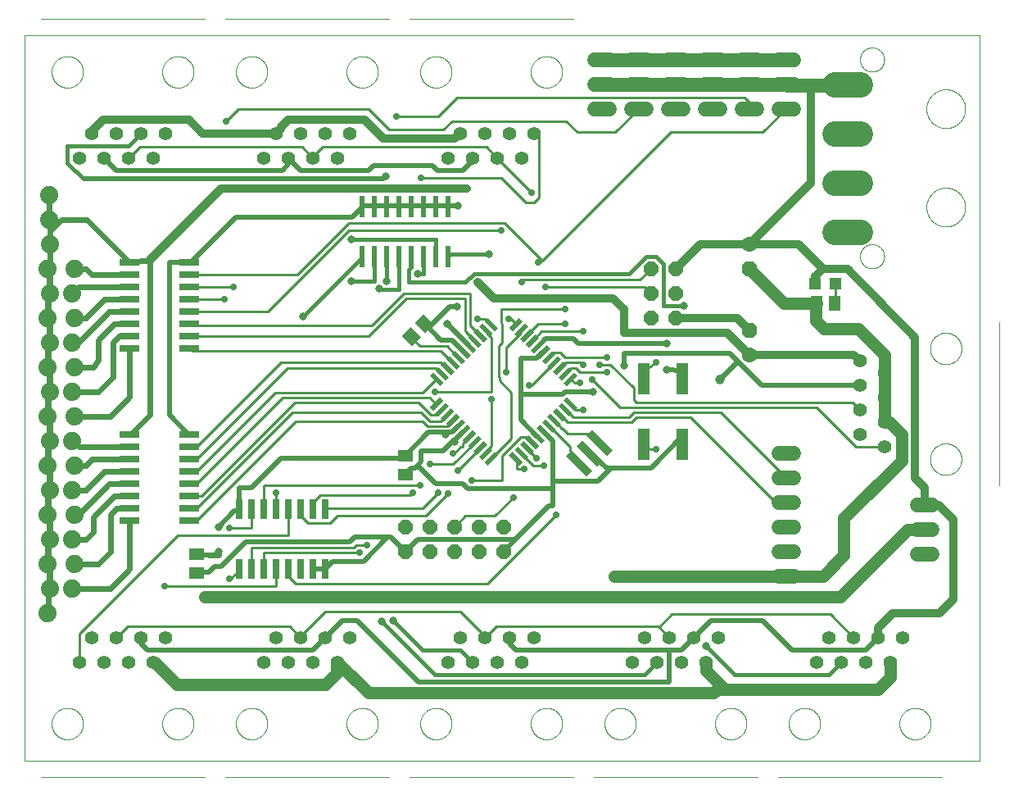
<source format=gtl>
G75*
%MOIN*%
%OFA0B0*%
%FSLAX25Y25*%
%IPPOS*%
%LPD*%
%AMOC8*
5,1,8,0,0,1.08239X$1,22.5*
%
%ADD10C,0.00000*%
%ADD11R,0.11811X0.03150*%
%ADD12OC8,0.06000*%
%ADD13C,0.10236*%
%ADD14R,0.02600X0.08000*%
%ADD15R,0.04724X0.12598*%
%ADD16R,0.05906X0.05118*%
%ADD17C,0.00039*%
%ADD18C,0.05543*%
%ADD19C,0.06000*%
%ADD20OC8,0.06300*%
%ADD21C,0.06300*%
%ADD22R,0.05906X0.01969*%
%ADD23R,0.01969X0.05906*%
%ADD24R,0.05118X0.05906*%
%ADD25R,0.04724X0.04724*%
%ADD26R,0.02362X0.08661*%
%ADD27R,0.08000X0.02600*%
%ADD28C,0.07400*%
%ADD29C,0.01600*%
%ADD30C,0.02000*%
%ADD31C,0.03175*%
%ADD32C,0.05600*%
%ADD33C,0.03200*%
%ADD34C,0.05000*%
%ADD35C,0.03962*%
%ADD36C,0.02400*%
%ADD37C,0.01000*%
%ADD38C,0.02900*%
D10*
X0004867Y0017038D02*
X0004867Y0311998D01*
X0393567Y0311998D01*
X0393567Y0017038D01*
X0004867Y0017038D01*
X0015967Y0032038D02*
X0015969Y0032198D01*
X0015975Y0032357D01*
X0015985Y0032516D01*
X0015999Y0032675D01*
X0016017Y0032834D01*
X0016038Y0032992D01*
X0016064Y0033149D01*
X0016094Y0033306D01*
X0016127Y0033462D01*
X0016165Y0033617D01*
X0016206Y0033771D01*
X0016251Y0033924D01*
X0016300Y0034076D01*
X0016353Y0034227D01*
X0016409Y0034376D01*
X0016470Y0034524D01*
X0016533Y0034670D01*
X0016601Y0034815D01*
X0016672Y0034958D01*
X0016746Y0035099D01*
X0016824Y0035238D01*
X0016906Y0035375D01*
X0016991Y0035510D01*
X0017079Y0035643D01*
X0017171Y0035774D01*
X0017265Y0035902D01*
X0017363Y0036028D01*
X0017464Y0036152D01*
X0017568Y0036273D01*
X0017675Y0036391D01*
X0017785Y0036507D01*
X0017898Y0036620D01*
X0018014Y0036730D01*
X0018132Y0036837D01*
X0018253Y0036941D01*
X0018377Y0037042D01*
X0018503Y0037140D01*
X0018631Y0037234D01*
X0018762Y0037326D01*
X0018895Y0037414D01*
X0019030Y0037499D01*
X0019167Y0037581D01*
X0019306Y0037659D01*
X0019447Y0037733D01*
X0019590Y0037804D01*
X0019735Y0037872D01*
X0019881Y0037935D01*
X0020029Y0037996D01*
X0020178Y0038052D01*
X0020329Y0038105D01*
X0020481Y0038154D01*
X0020634Y0038199D01*
X0020788Y0038240D01*
X0020943Y0038278D01*
X0021099Y0038311D01*
X0021256Y0038341D01*
X0021413Y0038367D01*
X0021571Y0038388D01*
X0021730Y0038406D01*
X0021889Y0038420D01*
X0022048Y0038430D01*
X0022207Y0038436D01*
X0022367Y0038438D01*
X0022527Y0038436D01*
X0022686Y0038430D01*
X0022845Y0038420D01*
X0023004Y0038406D01*
X0023163Y0038388D01*
X0023321Y0038367D01*
X0023478Y0038341D01*
X0023635Y0038311D01*
X0023791Y0038278D01*
X0023946Y0038240D01*
X0024100Y0038199D01*
X0024253Y0038154D01*
X0024405Y0038105D01*
X0024556Y0038052D01*
X0024705Y0037996D01*
X0024853Y0037935D01*
X0024999Y0037872D01*
X0025144Y0037804D01*
X0025287Y0037733D01*
X0025428Y0037659D01*
X0025567Y0037581D01*
X0025704Y0037499D01*
X0025839Y0037414D01*
X0025972Y0037326D01*
X0026103Y0037234D01*
X0026231Y0037140D01*
X0026357Y0037042D01*
X0026481Y0036941D01*
X0026602Y0036837D01*
X0026720Y0036730D01*
X0026836Y0036620D01*
X0026949Y0036507D01*
X0027059Y0036391D01*
X0027166Y0036273D01*
X0027270Y0036152D01*
X0027371Y0036028D01*
X0027469Y0035902D01*
X0027563Y0035774D01*
X0027655Y0035643D01*
X0027743Y0035510D01*
X0027828Y0035375D01*
X0027910Y0035238D01*
X0027988Y0035099D01*
X0028062Y0034958D01*
X0028133Y0034815D01*
X0028201Y0034670D01*
X0028264Y0034524D01*
X0028325Y0034376D01*
X0028381Y0034227D01*
X0028434Y0034076D01*
X0028483Y0033924D01*
X0028528Y0033771D01*
X0028569Y0033617D01*
X0028607Y0033462D01*
X0028640Y0033306D01*
X0028670Y0033149D01*
X0028696Y0032992D01*
X0028717Y0032834D01*
X0028735Y0032675D01*
X0028749Y0032516D01*
X0028759Y0032357D01*
X0028765Y0032198D01*
X0028767Y0032038D01*
X0028765Y0031878D01*
X0028759Y0031719D01*
X0028749Y0031560D01*
X0028735Y0031401D01*
X0028717Y0031242D01*
X0028696Y0031084D01*
X0028670Y0030927D01*
X0028640Y0030770D01*
X0028607Y0030614D01*
X0028569Y0030459D01*
X0028528Y0030305D01*
X0028483Y0030152D01*
X0028434Y0030000D01*
X0028381Y0029849D01*
X0028325Y0029700D01*
X0028264Y0029552D01*
X0028201Y0029406D01*
X0028133Y0029261D01*
X0028062Y0029118D01*
X0027988Y0028977D01*
X0027910Y0028838D01*
X0027828Y0028701D01*
X0027743Y0028566D01*
X0027655Y0028433D01*
X0027563Y0028302D01*
X0027469Y0028174D01*
X0027371Y0028048D01*
X0027270Y0027924D01*
X0027166Y0027803D01*
X0027059Y0027685D01*
X0026949Y0027569D01*
X0026836Y0027456D01*
X0026720Y0027346D01*
X0026602Y0027239D01*
X0026481Y0027135D01*
X0026357Y0027034D01*
X0026231Y0026936D01*
X0026103Y0026842D01*
X0025972Y0026750D01*
X0025839Y0026662D01*
X0025704Y0026577D01*
X0025567Y0026495D01*
X0025428Y0026417D01*
X0025287Y0026343D01*
X0025144Y0026272D01*
X0024999Y0026204D01*
X0024853Y0026141D01*
X0024705Y0026080D01*
X0024556Y0026024D01*
X0024405Y0025971D01*
X0024253Y0025922D01*
X0024100Y0025877D01*
X0023946Y0025836D01*
X0023791Y0025798D01*
X0023635Y0025765D01*
X0023478Y0025735D01*
X0023321Y0025709D01*
X0023163Y0025688D01*
X0023004Y0025670D01*
X0022845Y0025656D01*
X0022686Y0025646D01*
X0022527Y0025640D01*
X0022367Y0025638D01*
X0022207Y0025640D01*
X0022048Y0025646D01*
X0021889Y0025656D01*
X0021730Y0025670D01*
X0021571Y0025688D01*
X0021413Y0025709D01*
X0021256Y0025735D01*
X0021099Y0025765D01*
X0020943Y0025798D01*
X0020788Y0025836D01*
X0020634Y0025877D01*
X0020481Y0025922D01*
X0020329Y0025971D01*
X0020178Y0026024D01*
X0020029Y0026080D01*
X0019881Y0026141D01*
X0019735Y0026204D01*
X0019590Y0026272D01*
X0019447Y0026343D01*
X0019306Y0026417D01*
X0019167Y0026495D01*
X0019030Y0026577D01*
X0018895Y0026662D01*
X0018762Y0026750D01*
X0018631Y0026842D01*
X0018503Y0026936D01*
X0018377Y0027034D01*
X0018253Y0027135D01*
X0018132Y0027239D01*
X0018014Y0027346D01*
X0017898Y0027456D01*
X0017785Y0027569D01*
X0017675Y0027685D01*
X0017568Y0027803D01*
X0017464Y0027924D01*
X0017363Y0028048D01*
X0017265Y0028174D01*
X0017171Y0028302D01*
X0017079Y0028433D01*
X0016991Y0028566D01*
X0016906Y0028701D01*
X0016824Y0028838D01*
X0016746Y0028977D01*
X0016672Y0029118D01*
X0016601Y0029261D01*
X0016533Y0029406D01*
X0016470Y0029552D01*
X0016409Y0029700D01*
X0016353Y0029849D01*
X0016300Y0030000D01*
X0016251Y0030152D01*
X0016206Y0030305D01*
X0016165Y0030459D01*
X0016127Y0030614D01*
X0016094Y0030770D01*
X0016064Y0030927D01*
X0016038Y0031084D01*
X0016017Y0031242D01*
X0015999Y0031401D01*
X0015985Y0031560D01*
X0015975Y0031719D01*
X0015969Y0031878D01*
X0015967Y0032038D01*
X0060967Y0032038D02*
X0060969Y0032198D01*
X0060975Y0032357D01*
X0060985Y0032516D01*
X0060999Y0032675D01*
X0061017Y0032834D01*
X0061038Y0032992D01*
X0061064Y0033149D01*
X0061094Y0033306D01*
X0061127Y0033462D01*
X0061165Y0033617D01*
X0061206Y0033771D01*
X0061251Y0033924D01*
X0061300Y0034076D01*
X0061353Y0034227D01*
X0061409Y0034376D01*
X0061470Y0034524D01*
X0061533Y0034670D01*
X0061601Y0034815D01*
X0061672Y0034958D01*
X0061746Y0035099D01*
X0061824Y0035238D01*
X0061906Y0035375D01*
X0061991Y0035510D01*
X0062079Y0035643D01*
X0062171Y0035774D01*
X0062265Y0035902D01*
X0062363Y0036028D01*
X0062464Y0036152D01*
X0062568Y0036273D01*
X0062675Y0036391D01*
X0062785Y0036507D01*
X0062898Y0036620D01*
X0063014Y0036730D01*
X0063132Y0036837D01*
X0063253Y0036941D01*
X0063377Y0037042D01*
X0063503Y0037140D01*
X0063631Y0037234D01*
X0063762Y0037326D01*
X0063895Y0037414D01*
X0064030Y0037499D01*
X0064167Y0037581D01*
X0064306Y0037659D01*
X0064447Y0037733D01*
X0064590Y0037804D01*
X0064735Y0037872D01*
X0064881Y0037935D01*
X0065029Y0037996D01*
X0065178Y0038052D01*
X0065329Y0038105D01*
X0065481Y0038154D01*
X0065634Y0038199D01*
X0065788Y0038240D01*
X0065943Y0038278D01*
X0066099Y0038311D01*
X0066256Y0038341D01*
X0066413Y0038367D01*
X0066571Y0038388D01*
X0066730Y0038406D01*
X0066889Y0038420D01*
X0067048Y0038430D01*
X0067207Y0038436D01*
X0067367Y0038438D01*
X0067527Y0038436D01*
X0067686Y0038430D01*
X0067845Y0038420D01*
X0068004Y0038406D01*
X0068163Y0038388D01*
X0068321Y0038367D01*
X0068478Y0038341D01*
X0068635Y0038311D01*
X0068791Y0038278D01*
X0068946Y0038240D01*
X0069100Y0038199D01*
X0069253Y0038154D01*
X0069405Y0038105D01*
X0069556Y0038052D01*
X0069705Y0037996D01*
X0069853Y0037935D01*
X0069999Y0037872D01*
X0070144Y0037804D01*
X0070287Y0037733D01*
X0070428Y0037659D01*
X0070567Y0037581D01*
X0070704Y0037499D01*
X0070839Y0037414D01*
X0070972Y0037326D01*
X0071103Y0037234D01*
X0071231Y0037140D01*
X0071357Y0037042D01*
X0071481Y0036941D01*
X0071602Y0036837D01*
X0071720Y0036730D01*
X0071836Y0036620D01*
X0071949Y0036507D01*
X0072059Y0036391D01*
X0072166Y0036273D01*
X0072270Y0036152D01*
X0072371Y0036028D01*
X0072469Y0035902D01*
X0072563Y0035774D01*
X0072655Y0035643D01*
X0072743Y0035510D01*
X0072828Y0035375D01*
X0072910Y0035238D01*
X0072988Y0035099D01*
X0073062Y0034958D01*
X0073133Y0034815D01*
X0073201Y0034670D01*
X0073264Y0034524D01*
X0073325Y0034376D01*
X0073381Y0034227D01*
X0073434Y0034076D01*
X0073483Y0033924D01*
X0073528Y0033771D01*
X0073569Y0033617D01*
X0073607Y0033462D01*
X0073640Y0033306D01*
X0073670Y0033149D01*
X0073696Y0032992D01*
X0073717Y0032834D01*
X0073735Y0032675D01*
X0073749Y0032516D01*
X0073759Y0032357D01*
X0073765Y0032198D01*
X0073767Y0032038D01*
X0073765Y0031878D01*
X0073759Y0031719D01*
X0073749Y0031560D01*
X0073735Y0031401D01*
X0073717Y0031242D01*
X0073696Y0031084D01*
X0073670Y0030927D01*
X0073640Y0030770D01*
X0073607Y0030614D01*
X0073569Y0030459D01*
X0073528Y0030305D01*
X0073483Y0030152D01*
X0073434Y0030000D01*
X0073381Y0029849D01*
X0073325Y0029700D01*
X0073264Y0029552D01*
X0073201Y0029406D01*
X0073133Y0029261D01*
X0073062Y0029118D01*
X0072988Y0028977D01*
X0072910Y0028838D01*
X0072828Y0028701D01*
X0072743Y0028566D01*
X0072655Y0028433D01*
X0072563Y0028302D01*
X0072469Y0028174D01*
X0072371Y0028048D01*
X0072270Y0027924D01*
X0072166Y0027803D01*
X0072059Y0027685D01*
X0071949Y0027569D01*
X0071836Y0027456D01*
X0071720Y0027346D01*
X0071602Y0027239D01*
X0071481Y0027135D01*
X0071357Y0027034D01*
X0071231Y0026936D01*
X0071103Y0026842D01*
X0070972Y0026750D01*
X0070839Y0026662D01*
X0070704Y0026577D01*
X0070567Y0026495D01*
X0070428Y0026417D01*
X0070287Y0026343D01*
X0070144Y0026272D01*
X0069999Y0026204D01*
X0069853Y0026141D01*
X0069705Y0026080D01*
X0069556Y0026024D01*
X0069405Y0025971D01*
X0069253Y0025922D01*
X0069100Y0025877D01*
X0068946Y0025836D01*
X0068791Y0025798D01*
X0068635Y0025765D01*
X0068478Y0025735D01*
X0068321Y0025709D01*
X0068163Y0025688D01*
X0068004Y0025670D01*
X0067845Y0025656D01*
X0067686Y0025646D01*
X0067527Y0025640D01*
X0067367Y0025638D01*
X0067207Y0025640D01*
X0067048Y0025646D01*
X0066889Y0025656D01*
X0066730Y0025670D01*
X0066571Y0025688D01*
X0066413Y0025709D01*
X0066256Y0025735D01*
X0066099Y0025765D01*
X0065943Y0025798D01*
X0065788Y0025836D01*
X0065634Y0025877D01*
X0065481Y0025922D01*
X0065329Y0025971D01*
X0065178Y0026024D01*
X0065029Y0026080D01*
X0064881Y0026141D01*
X0064735Y0026204D01*
X0064590Y0026272D01*
X0064447Y0026343D01*
X0064306Y0026417D01*
X0064167Y0026495D01*
X0064030Y0026577D01*
X0063895Y0026662D01*
X0063762Y0026750D01*
X0063631Y0026842D01*
X0063503Y0026936D01*
X0063377Y0027034D01*
X0063253Y0027135D01*
X0063132Y0027239D01*
X0063014Y0027346D01*
X0062898Y0027456D01*
X0062785Y0027569D01*
X0062675Y0027685D01*
X0062568Y0027803D01*
X0062464Y0027924D01*
X0062363Y0028048D01*
X0062265Y0028174D01*
X0062171Y0028302D01*
X0062079Y0028433D01*
X0061991Y0028566D01*
X0061906Y0028701D01*
X0061824Y0028838D01*
X0061746Y0028977D01*
X0061672Y0029118D01*
X0061601Y0029261D01*
X0061533Y0029406D01*
X0061470Y0029552D01*
X0061409Y0029700D01*
X0061353Y0029849D01*
X0061300Y0030000D01*
X0061251Y0030152D01*
X0061206Y0030305D01*
X0061165Y0030459D01*
X0061127Y0030614D01*
X0061094Y0030770D01*
X0061064Y0030927D01*
X0061038Y0031084D01*
X0061017Y0031242D01*
X0060999Y0031401D01*
X0060985Y0031560D01*
X0060975Y0031719D01*
X0060969Y0031878D01*
X0060967Y0032038D01*
X0090967Y0032038D02*
X0090969Y0032198D01*
X0090975Y0032357D01*
X0090985Y0032516D01*
X0090999Y0032675D01*
X0091017Y0032834D01*
X0091038Y0032992D01*
X0091064Y0033149D01*
X0091094Y0033306D01*
X0091127Y0033462D01*
X0091165Y0033617D01*
X0091206Y0033771D01*
X0091251Y0033924D01*
X0091300Y0034076D01*
X0091353Y0034227D01*
X0091409Y0034376D01*
X0091470Y0034524D01*
X0091533Y0034670D01*
X0091601Y0034815D01*
X0091672Y0034958D01*
X0091746Y0035099D01*
X0091824Y0035238D01*
X0091906Y0035375D01*
X0091991Y0035510D01*
X0092079Y0035643D01*
X0092171Y0035774D01*
X0092265Y0035902D01*
X0092363Y0036028D01*
X0092464Y0036152D01*
X0092568Y0036273D01*
X0092675Y0036391D01*
X0092785Y0036507D01*
X0092898Y0036620D01*
X0093014Y0036730D01*
X0093132Y0036837D01*
X0093253Y0036941D01*
X0093377Y0037042D01*
X0093503Y0037140D01*
X0093631Y0037234D01*
X0093762Y0037326D01*
X0093895Y0037414D01*
X0094030Y0037499D01*
X0094167Y0037581D01*
X0094306Y0037659D01*
X0094447Y0037733D01*
X0094590Y0037804D01*
X0094735Y0037872D01*
X0094881Y0037935D01*
X0095029Y0037996D01*
X0095178Y0038052D01*
X0095329Y0038105D01*
X0095481Y0038154D01*
X0095634Y0038199D01*
X0095788Y0038240D01*
X0095943Y0038278D01*
X0096099Y0038311D01*
X0096256Y0038341D01*
X0096413Y0038367D01*
X0096571Y0038388D01*
X0096730Y0038406D01*
X0096889Y0038420D01*
X0097048Y0038430D01*
X0097207Y0038436D01*
X0097367Y0038438D01*
X0097527Y0038436D01*
X0097686Y0038430D01*
X0097845Y0038420D01*
X0098004Y0038406D01*
X0098163Y0038388D01*
X0098321Y0038367D01*
X0098478Y0038341D01*
X0098635Y0038311D01*
X0098791Y0038278D01*
X0098946Y0038240D01*
X0099100Y0038199D01*
X0099253Y0038154D01*
X0099405Y0038105D01*
X0099556Y0038052D01*
X0099705Y0037996D01*
X0099853Y0037935D01*
X0099999Y0037872D01*
X0100144Y0037804D01*
X0100287Y0037733D01*
X0100428Y0037659D01*
X0100567Y0037581D01*
X0100704Y0037499D01*
X0100839Y0037414D01*
X0100972Y0037326D01*
X0101103Y0037234D01*
X0101231Y0037140D01*
X0101357Y0037042D01*
X0101481Y0036941D01*
X0101602Y0036837D01*
X0101720Y0036730D01*
X0101836Y0036620D01*
X0101949Y0036507D01*
X0102059Y0036391D01*
X0102166Y0036273D01*
X0102270Y0036152D01*
X0102371Y0036028D01*
X0102469Y0035902D01*
X0102563Y0035774D01*
X0102655Y0035643D01*
X0102743Y0035510D01*
X0102828Y0035375D01*
X0102910Y0035238D01*
X0102988Y0035099D01*
X0103062Y0034958D01*
X0103133Y0034815D01*
X0103201Y0034670D01*
X0103264Y0034524D01*
X0103325Y0034376D01*
X0103381Y0034227D01*
X0103434Y0034076D01*
X0103483Y0033924D01*
X0103528Y0033771D01*
X0103569Y0033617D01*
X0103607Y0033462D01*
X0103640Y0033306D01*
X0103670Y0033149D01*
X0103696Y0032992D01*
X0103717Y0032834D01*
X0103735Y0032675D01*
X0103749Y0032516D01*
X0103759Y0032357D01*
X0103765Y0032198D01*
X0103767Y0032038D01*
X0103765Y0031878D01*
X0103759Y0031719D01*
X0103749Y0031560D01*
X0103735Y0031401D01*
X0103717Y0031242D01*
X0103696Y0031084D01*
X0103670Y0030927D01*
X0103640Y0030770D01*
X0103607Y0030614D01*
X0103569Y0030459D01*
X0103528Y0030305D01*
X0103483Y0030152D01*
X0103434Y0030000D01*
X0103381Y0029849D01*
X0103325Y0029700D01*
X0103264Y0029552D01*
X0103201Y0029406D01*
X0103133Y0029261D01*
X0103062Y0029118D01*
X0102988Y0028977D01*
X0102910Y0028838D01*
X0102828Y0028701D01*
X0102743Y0028566D01*
X0102655Y0028433D01*
X0102563Y0028302D01*
X0102469Y0028174D01*
X0102371Y0028048D01*
X0102270Y0027924D01*
X0102166Y0027803D01*
X0102059Y0027685D01*
X0101949Y0027569D01*
X0101836Y0027456D01*
X0101720Y0027346D01*
X0101602Y0027239D01*
X0101481Y0027135D01*
X0101357Y0027034D01*
X0101231Y0026936D01*
X0101103Y0026842D01*
X0100972Y0026750D01*
X0100839Y0026662D01*
X0100704Y0026577D01*
X0100567Y0026495D01*
X0100428Y0026417D01*
X0100287Y0026343D01*
X0100144Y0026272D01*
X0099999Y0026204D01*
X0099853Y0026141D01*
X0099705Y0026080D01*
X0099556Y0026024D01*
X0099405Y0025971D01*
X0099253Y0025922D01*
X0099100Y0025877D01*
X0098946Y0025836D01*
X0098791Y0025798D01*
X0098635Y0025765D01*
X0098478Y0025735D01*
X0098321Y0025709D01*
X0098163Y0025688D01*
X0098004Y0025670D01*
X0097845Y0025656D01*
X0097686Y0025646D01*
X0097527Y0025640D01*
X0097367Y0025638D01*
X0097207Y0025640D01*
X0097048Y0025646D01*
X0096889Y0025656D01*
X0096730Y0025670D01*
X0096571Y0025688D01*
X0096413Y0025709D01*
X0096256Y0025735D01*
X0096099Y0025765D01*
X0095943Y0025798D01*
X0095788Y0025836D01*
X0095634Y0025877D01*
X0095481Y0025922D01*
X0095329Y0025971D01*
X0095178Y0026024D01*
X0095029Y0026080D01*
X0094881Y0026141D01*
X0094735Y0026204D01*
X0094590Y0026272D01*
X0094447Y0026343D01*
X0094306Y0026417D01*
X0094167Y0026495D01*
X0094030Y0026577D01*
X0093895Y0026662D01*
X0093762Y0026750D01*
X0093631Y0026842D01*
X0093503Y0026936D01*
X0093377Y0027034D01*
X0093253Y0027135D01*
X0093132Y0027239D01*
X0093014Y0027346D01*
X0092898Y0027456D01*
X0092785Y0027569D01*
X0092675Y0027685D01*
X0092568Y0027803D01*
X0092464Y0027924D01*
X0092363Y0028048D01*
X0092265Y0028174D01*
X0092171Y0028302D01*
X0092079Y0028433D01*
X0091991Y0028566D01*
X0091906Y0028701D01*
X0091824Y0028838D01*
X0091746Y0028977D01*
X0091672Y0029118D01*
X0091601Y0029261D01*
X0091533Y0029406D01*
X0091470Y0029552D01*
X0091409Y0029700D01*
X0091353Y0029849D01*
X0091300Y0030000D01*
X0091251Y0030152D01*
X0091206Y0030305D01*
X0091165Y0030459D01*
X0091127Y0030614D01*
X0091094Y0030770D01*
X0091064Y0030927D01*
X0091038Y0031084D01*
X0091017Y0031242D01*
X0090999Y0031401D01*
X0090985Y0031560D01*
X0090975Y0031719D01*
X0090969Y0031878D01*
X0090967Y0032038D01*
X0135967Y0032038D02*
X0135969Y0032198D01*
X0135975Y0032357D01*
X0135985Y0032516D01*
X0135999Y0032675D01*
X0136017Y0032834D01*
X0136038Y0032992D01*
X0136064Y0033149D01*
X0136094Y0033306D01*
X0136127Y0033462D01*
X0136165Y0033617D01*
X0136206Y0033771D01*
X0136251Y0033924D01*
X0136300Y0034076D01*
X0136353Y0034227D01*
X0136409Y0034376D01*
X0136470Y0034524D01*
X0136533Y0034670D01*
X0136601Y0034815D01*
X0136672Y0034958D01*
X0136746Y0035099D01*
X0136824Y0035238D01*
X0136906Y0035375D01*
X0136991Y0035510D01*
X0137079Y0035643D01*
X0137171Y0035774D01*
X0137265Y0035902D01*
X0137363Y0036028D01*
X0137464Y0036152D01*
X0137568Y0036273D01*
X0137675Y0036391D01*
X0137785Y0036507D01*
X0137898Y0036620D01*
X0138014Y0036730D01*
X0138132Y0036837D01*
X0138253Y0036941D01*
X0138377Y0037042D01*
X0138503Y0037140D01*
X0138631Y0037234D01*
X0138762Y0037326D01*
X0138895Y0037414D01*
X0139030Y0037499D01*
X0139167Y0037581D01*
X0139306Y0037659D01*
X0139447Y0037733D01*
X0139590Y0037804D01*
X0139735Y0037872D01*
X0139881Y0037935D01*
X0140029Y0037996D01*
X0140178Y0038052D01*
X0140329Y0038105D01*
X0140481Y0038154D01*
X0140634Y0038199D01*
X0140788Y0038240D01*
X0140943Y0038278D01*
X0141099Y0038311D01*
X0141256Y0038341D01*
X0141413Y0038367D01*
X0141571Y0038388D01*
X0141730Y0038406D01*
X0141889Y0038420D01*
X0142048Y0038430D01*
X0142207Y0038436D01*
X0142367Y0038438D01*
X0142527Y0038436D01*
X0142686Y0038430D01*
X0142845Y0038420D01*
X0143004Y0038406D01*
X0143163Y0038388D01*
X0143321Y0038367D01*
X0143478Y0038341D01*
X0143635Y0038311D01*
X0143791Y0038278D01*
X0143946Y0038240D01*
X0144100Y0038199D01*
X0144253Y0038154D01*
X0144405Y0038105D01*
X0144556Y0038052D01*
X0144705Y0037996D01*
X0144853Y0037935D01*
X0144999Y0037872D01*
X0145144Y0037804D01*
X0145287Y0037733D01*
X0145428Y0037659D01*
X0145567Y0037581D01*
X0145704Y0037499D01*
X0145839Y0037414D01*
X0145972Y0037326D01*
X0146103Y0037234D01*
X0146231Y0037140D01*
X0146357Y0037042D01*
X0146481Y0036941D01*
X0146602Y0036837D01*
X0146720Y0036730D01*
X0146836Y0036620D01*
X0146949Y0036507D01*
X0147059Y0036391D01*
X0147166Y0036273D01*
X0147270Y0036152D01*
X0147371Y0036028D01*
X0147469Y0035902D01*
X0147563Y0035774D01*
X0147655Y0035643D01*
X0147743Y0035510D01*
X0147828Y0035375D01*
X0147910Y0035238D01*
X0147988Y0035099D01*
X0148062Y0034958D01*
X0148133Y0034815D01*
X0148201Y0034670D01*
X0148264Y0034524D01*
X0148325Y0034376D01*
X0148381Y0034227D01*
X0148434Y0034076D01*
X0148483Y0033924D01*
X0148528Y0033771D01*
X0148569Y0033617D01*
X0148607Y0033462D01*
X0148640Y0033306D01*
X0148670Y0033149D01*
X0148696Y0032992D01*
X0148717Y0032834D01*
X0148735Y0032675D01*
X0148749Y0032516D01*
X0148759Y0032357D01*
X0148765Y0032198D01*
X0148767Y0032038D01*
X0148765Y0031878D01*
X0148759Y0031719D01*
X0148749Y0031560D01*
X0148735Y0031401D01*
X0148717Y0031242D01*
X0148696Y0031084D01*
X0148670Y0030927D01*
X0148640Y0030770D01*
X0148607Y0030614D01*
X0148569Y0030459D01*
X0148528Y0030305D01*
X0148483Y0030152D01*
X0148434Y0030000D01*
X0148381Y0029849D01*
X0148325Y0029700D01*
X0148264Y0029552D01*
X0148201Y0029406D01*
X0148133Y0029261D01*
X0148062Y0029118D01*
X0147988Y0028977D01*
X0147910Y0028838D01*
X0147828Y0028701D01*
X0147743Y0028566D01*
X0147655Y0028433D01*
X0147563Y0028302D01*
X0147469Y0028174D01*
X0147371Y0028048D01*
X0147270Y0027924D01*
X0147166Y0027803D01*
X0147059Y0027685D01*
X0146949Y0027569D01*
X0146836Y0027456D01*
X0146720Y0027346D01*
X0146602Y0027239D01*
X0146481Y0027135D01*
X0146357Y0027034D01*
X0146231Y0026936D01*
X0146103Y0026842D01*
X0145972Y0026750D01*
X0145839Y0026662D01*
X0145704Y0026577D01*
X0145567Y0026495D01*
X0145428Y0026417D01*
X0145287Y0026343D01*
X0145144Y0026272D01*
X0144999Y0026204D01*
X0144853Y0026141D01*
X0144705Y0026080D01*
X0144556Y0026024D01*
X0144405Y0025971D01*
X0144253Y0025922D01*
X0144100Y0025877D01*
X0143946Y0025836D01*
X0143791Y0025798D01*
X0143635Y0025765D01*
X0143478Y0025735D01*
X0143321Y0025709D01*
X0143163Y0025688D01*
X0143004Y0025670D01*
X0142845Y0025656D01*
X0142686Y0025646D01*
X0142527Y0025640D01*
X0142367Y0025638D01*
X0142207Y0025640D01*
X0142048Y0025646D01*
X0141889Y0025656D01*
X0141730Y0025670D01*
X0141571Y0025688D01*
X0141413Y0025709D01*
X0141256Y0025735D01*
X0141099Y0025765D01*
X0140943Y0025798D01*
X0140788Y0025836D01*
X0140634Y0025877D01*
X0140481Y0025922D01*
X0140329Y0025971D01*
X0140178Y0026024D01*
X0140029Y0026080D01*
X0139881Y0026141D01*
X0139735Y0026204D01*
X0139590Y0026272D01*
X0139447Y0026343D01*
X0139306Y0026417D01*
X0139167Y0026495D01*
X0139030Y0026577D01*
X0138895Y0026662D01*
X0138762Y0026750D01*
X0138631Y0026842D01*
X0138503Y0026936D01*
X0138377Y0027034D01*
X0138253Y0027135D01*
X0138132Y0027239D01*
X0138014Y0027346D01*
X0137898Y0027456D01*
X0137785Y0027569D01*
X0137675Y0027685D01*
X0137568Y0027803D01*
X0137464Y0027924D01*
X0137363Y0028048D01*
X0137265Y0028174D01*
X0137171Y0028302D01*
X0137079Y0028433D01*
X0136991Y0028566D01*
X0136906Y0028701D01*
X0136824Y0028838D01*
X0136746Y0028977D01*
X0136672Y0029118D01*
X0136601Y0029261D01*
X0136533Y0029406D01*
X0136470Y0029552D01*
X0136409Y0029700D01*
X0136353Y0029849D01*
X0136300Y0030000D01*
X0136251Y0030152D01*
X0136206Y0030305D01*
X0136165Y0030459D01*
X0136127Y0030614D01*
X0136094Y0030770D01*
X0136064Y0030927D01*
X0136038Y0031084D01*
X0136017Y0031242D01*
X0135999Y0031401D01*
X0135985Y0031560D01*
X0135975Y0031719D01*
X0135969Y0031878D01*
X0135967Y0032038D01*
X0165967Y0032038D02*
X0165969Y0032198D01*
X0165975Y0032357D01*
X0165985Y0032516D01*
X0165999Y0032675D01*
X0166017Y0032834D01*
X0166038Y0032992D01*
X0166064Y0033149D01*
X0166094Y0033306D01*
X0166127Y0033462D01*
X0166165Y0033617D01*
X0166206Y0033771D01*
X0166251Y0033924D01*
X0166300Y0034076D01*
X0166353Y0034227D01*
X0166409Y0034376D01*
X0166470Y0034524D01*
X0166533Y0034670D01*
X0166601Y0034815D01*
X0166672Y0034958D01*
X0166746Y0035099D01*
X0166824Y0035238D01*
X0166906Y0035375D01*
X0166991Y0035510D01*
X0167079Y0035643D01*
X0167171Y0035774D01*
X0167265Y0035902D01*
X0167363Y0036028D01*
X0167464Y0036152D01*
X0167568Y0036273D01*
X0167675Y0036391D01*
X0167785Y0036507D01*
X0167898Y0036620D01*
X0168014Y0036730D01*
X0168132Y0036837D01*
X0168253Y0036941D01*
X0168377Y0037042D01*
X0168503Y0037140D01*
X0168631Y0037234D01*
X0168762Y0037326D01*
X0168895Y0037414D01*
X0169030Y0037499D01*
X0169167Y0037581D01*
X0169306Y0037659D01*
X0169447Y0037733D01*
X0169590Y0037804D01*
X0169735Y0037872D01*
X0169881Y0037935D01*
X0170029Y0037996D01*
X0170178Y0038052D01*
X0170329Y0038105D01*
X0170481Y0038154D01*
X0170634Y0038199D01*
X0170788Y0038240D01*
X0170943Y0038278D01*
X0171099Y0038311D01*
X0171256Y0038341D01*
X0171413Y0038367D01*
X0171571Y0038388D01*
X0171730Y0038406D01*
X0171889Y0038420D01*
X0172048Y0038430D01*
X0172207Y0038436D01*
X0172367Y0038438D01*
X0172527Y0038436D01*
X0172686Y0038430D01*
X0172845Y0038420D01*
X0173004Y0038406D01*
X0173163Y0038388D01*
X0173321Y0038367D01*
X0173478Y0038341D01*
X0173635Y0038311D01*
X0173791Y0038278D01*
X0173946Y0038240D01*
X0174100Y0038199D01*
X0174253Y0038154D01*
X0174405Y0038105D01*
X0174556Y0038052D01*
X0174705Y0037996D01*
X0174853Y0037935D01*
X0174999Y0037872D01*
X0175144Y0037804D01*
X0175287Y0037733D01*
X0175428Y0037659D01*
X0175567Y0037581D01*
X0175704Y0037499D01*
X0175839Y0037414D01*
X0175972Y0037326D01*
X0176103Y0037234D01*
X0176231Y0037140D01*
X0176357Y0037042D01*
X0176481Y0036941D01*
X0176602Y0036837D01*
X0176720Y0036730D01*
X0176836Y0036620D01*
X0176949Y0036507D01*
X0177059Y0036391D01*
X0177166Y0036273D01*
X0177270Y0036152D01*
X0177371Y0036028D01*
X0177469Y0035902D01*
X0177563Y0035774D01*
X0177655Y0035643D01*
X0177743Y0035510D01*
X0177828Y0035375D01*
X0177910Y0035238D01*
X0177988Y0035099D01*
X0178062Y0034958D01*
X0178133Y0034815D01*
X0178201Y0034670D01*
X0178264Y0034524D01*
X0178325Y0034376D01*
X0178381Y0034227D01*
X0178434Y0034076D01*
X0178483Y0033924D01*
X0178528Y0033771D01*
X0178569Y0033617D01*
X0178607Y0033462D01*
X0178640Y0033306D01*
X0178670Y0033149D01*
X0178696Y0032992D01*
X0178717Y0032834D01*
X0178735Y0032675D01*
X0178749Y0032516D01*
X0178759Y0032357D01*
X0178765Y0032198D01*
X0178767Y0032038D01*
X0178765Y0031878D01*
X0178759Y0031719D01*
X0178749Y0031560D01*
X0178735Y0031401D01*
X0178717Y0031242D01*
X0178696Y0031084D01*
X0178670Y0030927D01*
X0178640Y0030770D01*
X0178607Y0030614D01*
X0178569Y0030459D01*
X0178528Y0030305D01*
X0178483Y0030152D01*
X0178434Y0030000D01*
X0178381Y0029849D01*
X0178325Y0029700D01*
X0178264Y0029552D01*
X0178201Y0029406D01*
X0178133Y0029261D01*
X0178062Y0029118D01*
X0177988Y0028977D01*
X0177910Y0028838D01*
X0177828Y0028701D01*
X0177743Y0028566D01*
X0177655Y0028433D01*
X0177563Y0028302D01*
X0177469Y0028174D01*
X0177371Y0028048D01*
X0177270Y0027924D01*
X0177166Y0027803D01*
X0177059Y0027685D01*
X0176949Y0027569D01*
X0176836Y0027456D01*
X0176720Y0027346D01*
X0176602Y0027239D01*
X0176481Y0027135D01*
X0176357Y0027034D01*
X0176231Y0026936D01*
X0176103Y0026842D01*
X0175972Y0026750D01*
X0175839Y0026662D01*
X0175704Y0026577D01*
X0175567Y0026495D01*
X0175428Y0026417D01*
X0175287Y0026343D01*
X0175144Y0026272D01*
X0174999Y0026204D01*
X0174853Y0026141D01*
X0174705Y0026080D01*
X0174556Y0026024D01*
X0174405Y0025971D01*
X0174253Y0025922D01*
X0174100Y0025877D01*
X0173946Y0025836D01*
X0173791Y0025798D01*
X0173635Y0025765D01*
X0173478Y0025735D01*
X0173321Y0025709D01*
X0173163Y0025688D01*
X0173004Y0025670D01*
X0172845Y0025656D01*
X0172686Y0025646D01*
X0172527Y0025640D01*
X0172367Y0025638D01*
X0172207Y0025640D01*
X0172048Y0025646D01*
X0171889Y0025656D01*
X0171730Y0025670D01*
X0171571Y0025688D01*
X0171413Y0025709D01*
X0171256Y0025735D01*
X0171099Y0025765D01*
X0170943Y0025798D01*
X0170788Y0025836D01*
X0170634Y0025877D01*
X0170481Y0025922D01*
X0170329Y0025971D01*
X0170178Y0026024D01*
X0170029Y0026080D01*
X0169881Y0026141D01*
X0169735Y0026204D01*
X0169590Y0026272D01*
X0169447Y0026343D01*
X0169306Y0026417D01*
X0169167Y0026495D01*
X0169030Y0026577D01*
X0168895Y0026662D01*
X0168762Y0026750D01*
X0168631Y0026842D01*
X0168503Y0026936D01*
X0168377Y0027034D01*
X0168253Y0027135D01*
X0168132Y0027239D01*
X0168014Y0027346D01*
X0167898Y0027456D01*
X0167785Y0027569D01*
X0167675Y0027685D01*
X0167568Y0027803D01*
X0167464Y0027924D01*
X0167363Y0028048D01*
X0167265Y0028174D01*
X0167171Y0028302D01*
X0167079Y0028433D01*
X0166991Y0028566D01*
X0166906Y0028701D01*
X0166824Y0028838D01*
X0166746Y0028977D01*
X0166672Y0029118D01*
X0166601Y0029261D01*
X0166533Y0029406D01*
X0166470Y0029552D01*
X0166409Y0029700D01*
X0166353Y0029849D01*
X0166300Y0030000D01*
X0166251Y0030152D01*
X0166206Y0030305D01*
X0166165Y0030459D01*
X0166127Y0030614D01*
X0166094Y0030770D01*
X0166064Y0030927D01*
X0166038Y0031084D01*
X0166017Y0031242D01*
X0165999Y0031401D01*
X0165985Y0031560D01*
X0165975Y0031719D01*
X0165969Y0031878D01*
X0165967Y0032038D01*
X0210967Y0032038D02*
X0210969Y0032198D01*
X0210975Y0032357D01*
X0210985Y0032516D01*
X0210999Y0032675D01*
X0211017Y0032834D01*
X0211038Y0032992D01*
X0211064Y0033149D01*
X0211094Y0033306D01*
X0211127Y0033462D01*
X0211165Y0033617D01*
X0211206Y0033771D01*
X0211251Y0033924D01*
X0211300Y0034076D01*
X0211353Y0034227D01*
X0211409Y0034376D01*
X0211470Y0034524D01*
X0211533Y0034670D01*
X0211601Y0034815D01*
X0211672Y0034958D01*
X0211746Y0035099D01*
X0211824Y0035238D01*
X0211906Y0035375D01*
X0211991Y0035510D01*
X0212079Y0035643D01*
X0212171Y0035774D01*
X0212265Y0035902D01*
X0212363Y0036028D01*
X0212464Y0036152D01*
X0212568Y0036273D01*
X0212675Y0036391D01*
X0212785Y0036507D01*
X0212898Y0036620D01*
X0213014Y0036730D01*
X0213132Y0036837D01*
X0213253Y0036941D01*
X0213377Y0037042D01*
X0213503Y0037140D01*
X0213631Y0037234D01*
X0213762Y0037326D01*
X0213895Y0037414D01*
X0214030Y0037499D01*
X0214167Y0037581D01*
X0214306Y0037659D01*
X0214447Y0037733D01*
X0214590Y0037804D01*
X0214735Y0037872D01*
X0214881Y0037935D01*
X0215029Y0037996D01*
X0215178Y0038052D01*
X0215329Y0038105D01*
X0215481Y0038154D01*
X0215634Y0038199D01*
X0215788Y0038240D01*
X0215943Y0038278D01*
X0216099Y0038311D01*
X0216256Y0038341D01*
X0216413Y0038367D01*
X0216571Y0038388D01*
X0216730Y0038406D01*
X0216889Y0038420D01*
X0217048Y0038430D01*
X0217207Y0038436D01*
X0217367Y0038438D01*
X0217527Y0038436D01*
X0217686Y0038430D01*
X0217845Y0038420D01*
X0218004Y0038406D01*
X0218163Y0038388D01*
X0218321Y0038367D01*
X0218478Y0038341D01*
X0218635Y0038311D01*
X0218791Y0038278D01*
X0218946Y0038240D01*
X0219100Y0038199D01*
X0219253Y0038154D01*
X0219405Y0038105D01*
X0219556Y0038052D01*
X0219705Y0037996D01*
X0219853Y0037935D01*
X0219999Y0037872D01*
X0220144Y0037804D01*
X0220287Y0037733D01*
X0220428Y0037659D01*
X0220567Y0037581D01*
X0220704Y0037499D01*
X0220839Y0037414D01*
X0220972Y0037326D01*
X0221103Y0037234D01*
X0221231Y0037140D01*
X0221357Y0037042D01*
X0221481Y0036941D01*
X0221602Y0036837D01*
X0221720Y0036730D01*
X0221836Y0036620D01*
X0221949Y0036507D01*
X0222059Y0036391D01*
X0222166Y0036273D01*
X0222270Y0036152D01*
X0222371Y0036028D01*
X0222469Y0035902D01*
X0222563Y0035774D01*
X0222655Y0035643D01*
X0222743Y0035510D01*
X0222828Y0035375D01*
X0222910Y0035238D01*
X0222988Y0035099D01*
X0223062Y0034958D01*
X0223133Y0034815D01*
X0223201Y0034670D01*
X0223264Y0034524D01*
X0223325Y0034376D01*
X0223381Y0034227D01*
X0223434Y0034076D01*
X0223483Y0033924D01*
X0223528Y0033771D01*
X0223569Y0033617D01*
X0223607Y0033462D01*
X0223640Y0033306D01*
X0223670Y0033149D01*
X0223696Y0032992D01*
X0223717Y0032834D01*
X0223735Y0032675D01*
X0223749Y0032516D01*
X0223759Y0032357D01*
X0223765Y0032198D01*
X0223767Y0032038D01*
X0223765Y0031878D01*
X0223759Y0031719D01*
X0223749Y0031560D01*
X0223735Y0031401D01*
X0223717Y0031242D01*
X0223696Y0031084D01*
X0223670Y0030927D01*
X0223640Y0030770D01*
X0223607Y0030614D01*
X0223569Y0030459D01*
X0223528Y0030305D01*
X0223483Y0030152D01*
X0223434Y0030000D01*
X0223381Y0029849D01*
X0223325Y0029700D01*
X0223264Y0029552D01*
X0223201Y0029406D01*
X0223133Y0029261D01*
X0223062Y0029118D01*
X0222988Y0028977D01*
X0222910Y0028838D01*
X0222828Y0028701D01*
X0222743Y0028566D01*
X0222655Y0028433D01*
X0222563Y0028302D01*
X0222469Y0028174D01*
X0222371Y0028048D01*
X0222270Y0027924D01*
X0222166Y0027803D01*
X0222059Y0027685D01*
X0221949Y0027569D01*
X0221836Y0027456D01*
X0221720Y0027346D01*
X0221602Y0027239D01*
X0221481Y0027135D01*
X0221357Y0027034D01*
X0221231Y0026936D01*
X0221103Y0026842D01*
X0220972Y0026750D01*
X0220839Y0026662D01*
X0220704Y0026577D01*
X0220567Y0026495D01*
X0220428Y0026417D01*
X0220287Y0026343D01*
X0220144Y0026272D01*
X0219999Y0026204D01*
X0219853Y0026141D01*
X0219705Y0026080D01*
X0219556Y0026024D01*
X0219405Y0025971D01*
X0219253Y0025922D01*
X0219100Y0025877D01*
X0218946Y0025836D01*
X0218791Y0025798D01*
X0218635Y0025765D01*
X0218478Y0025735D01*
X0218321Y0025709D01*
X0218163Y0025688D01*
X0218004Y0025670D01*
X0217845Y0025656D01*
X0217686Y0025646D01*
X0217527Y0025640D01*
X0217367Y0025638D01*
X0217207Y0025640D01*
X0217048Y0025646D01*
X0216889Y0025656D01*
X0216730Y0025670D01*
X0216571Y0025688D01*
X0216413Y0025709D01*
X0216256Y0025735D01*
X0216099Y0025765D01*
X0215943Y0025798D01*
X0215788Y0025836D01*
X0215634Y0025877D01*
X0215481Y0025922D01*
X0215329Y0025971D01*
X0215178Y0026024D01*
X0215029Y0026080D01*
X0214881Y0026141D01*
X0214735Y0026204D01*
X0214590Y0026272D01*
X0214447Y0026343D01*
X0214306Y0026417D01*
X0214167Y0026495D01*
X0214030Y0026577D01*
X0213895Y0026662D01*
X0213762Y0026750D01*
X0213631Y0026842D01*
X0213503Y0026936D01*
X0213377Y0027034D01*
X0213253Y0027135D01*
X0213132Y0027239D01*
X0213014Y0027346D01*
X0212898Y0027456D01*
X0212785Y0027569D01*
X0212675Y0027685D01*
X0212568Y0027803D01*
X0212464Y0027924D01*
X0212363Y0028048D01*
X0212265Y0028174D01*
X0212171Y0028302D01*
X0212079Y0028433D01*
X0211991Y0028566D01*
X0211906Y0028701D01*
X0211824Y0028838D01*
X0211746Y0028977D01*
X0211672Y0029118D01*
X0211601Y0029261D01*
X0211533Y0029406D01*
X0211470Y0029552D01*
X0211409Y0029700D01*
X0211353Y0029849D01*
X0211300Y0030000D01*
X0211251Y0030152D01*
X0211206Y0030305D01*
X0211165Y0030459D01*
X0211127Y0030614D01*
X0211094Y0030770D01*
X0211064Y0030927D01*
X0211038Y0031084D01*
X0211017Y0031242D01*
X0210999Y0031401D01*
X0210985Y0031560D01*
X0210975Y0031719D01*
X0210969Y0031878D01*
X0210967Y0032038D01*
X0240967Y0032038D02*
X0240969Y0032198D01*
X0240975Y0032357D01*
X0240985Y0032516D01*
X0240999Y0032675D01*
X0241017Y0032834D01*
X0241038Y0032992D01*
X0241064Y0033149D01*
X0241094Y0033306D01*
X0241127Y0033462D01*
X0241165Y0033617D01*
X0241206Y0033771D01*
X0241251Y0033924D01*
X0241300Y0034076D01*
X0241353Y0034227D01*
X0241409Y0034376D01*
X0241470Y0034524D01*
X0241533Y0034670D01*
X0241601Y0034815D01*
X0241672Y0034958D01*
X0241746Y0035099D01*
X0241824Y0035238D01*
X0241906Y0035375D01*
X0241991Y0035510D01*
X0242079Y0035643D01*
X0242171Y0035774D01*
X0242265Y0035902D01*
X0242363Y0036028D01*
X0242464Y0036152D01*
X0242568Y0036273D01*
X0242675Y0036391D01*
X0242785Y0036507D01*
X0242898Y0036620D01*
X0243014Y0036730D01*
X0243132Y0036837D01*
X0243253Y0036941D01*
X0243377Y0037042D01*
X0243503Y0037140D01*
X0243631Y0037234D01*
X0243762Y0037326D01*
X0243895Y0037414D01*
X0244030Y0037499D01*
X0244167Y0037581D01*
X0244306Y0037659D01*
X0244447Y0037733D01*
X0244590Y0037804D01*
X0244735Y0037872D01*
X0244881Y0037935D01*
X0245029Y0037996D01*
X0245178Y0038052D01*
X0245329Y0038105D01*
X0245481Y0038154D01*
X0245634Y0038199D01*
X0245788Y0038240D01*
X0245943Y0038278D01*
X0246099Y0038311D01*
X0246256Y0038341D01*
X0246413Y0038367D01*
X0246571Y0038388D01*
X0246730Y0038406D01*
X0246889Y0038420D01*
X0247048Y0038430D01*
X0247207Y0038436D01*
X0247367Y0038438D01*
X0247527Y0038436D01*
X0247686Y0038430D01*
X0247845Y0038420D01*
X0248004Y0038406D01*
X0248163Y0038388D01*
X0248321Y0038367D01*
X0248478Y0038341D01*
X0248635Y0038311D01*
X0248791Y0038278D01*
X0248946Y0038240D01*
X0249100Y0038199D01*
X0249253Y0038154D01*
X0249405Y0038105D01*
X0249556Y0038052D01*
X0249705Y0037996D01*
X0249853Y0037935D01*
X0249999Y0037872D01*
X0250144Y0037804D01*
X0250287Y0037733D01*
X0250428Y0037659D01*
X0250567Y0037581D01*
X0250704Y0037499D01*
X0250839Y0037414D01*
X0250972Y0037326D01*
X0251103Y0037234D01*
X0251231Y0037140D01*
X0251357Y0037042D01*
X0251481Y0036941D01*
X0251602Y0036837D01*
X0251720Y0036730D01*
X0251836Y0036620D01*
X0251949Y0036507D01*
X0252059Y0036391D01*
X0252166Y0036273D01*
X0252270Y0036152D01*
X0252371Y0036028D01*
X0252469Y0035902D01*
X0252563Y0035774D01*
X0252655Y0035643D01*
X0252743Y0035510D01*
X0252828Y0035375D01*
X0252910Y0035238D01*
X0252988Y0035099D01*
X0253062Y0034958D01*
X0253133Y0034815D01*
X0253201Y0034670D01*
X0253264Y0034524D01*
X0253325Y0034376D01*
X0253381Y0034227D01*
X0253434Y0034076D01*
X0253483Y0033924D01*
X0253528Y0033771D01*
X0253569Y0033617D01*
X0253607Y0033462D01*
X0253640Y0033306D01*
X0253670Y0033149D01*
X0253696Y0032992D01*
X0253717Y0032834D01*
X0253735Y0032675D01*
X0253749Y0032516D01*
X0253759Y0032357D01*
X0253765Y0032198D01*
X0253767Y0032038D01*
X0253765Y0031878D01*
X0253759Y0031719D01*
X0253749Y0031560D01*
X0253735Y0031401D01*
X0253717Y0031242D01*
X0253696Y0031084D01*
X0253670Y0030927D01*
X0253640Y0030770D01*
X0253607Y0030614D01*
X0253569Y0030459D01*
X0253528Y0030305D01*
X0253483Y0030152D01*
X0253434Y0030000D01*
X0253381Y0029849D01*
X0253325Y0029700D01*
X0253264Y0029552D01*
X0253201Y0029406D01*
X0253133Y0029261D01*
X0253062Y0029118D01*
X0252988Y0028977D01*
X0252910Y0028838D01*
X0252828Y0028701D01*
X0252743Y0028566D01*
X0252655Y0028433D01*
X0252563Y0028302D01*
X0252469Y0028174D01*
X0252371Y0028048D01*
X0252270Y0027924D01*
X0252166Y0027803D01*
X0252059Y0027685D01*
X0251949Y0027569D01*
X0251836Y0027456D01*
X0251720Y0027346D01*
X0251602Y0027239D01*
X0251481Y0027135D01*
X0251357Y0027034D01*
X0251231Y0026936D01*
X0251103Y0026842D01*
X0250972Y0026750D01*
X0250839Y0026662D01*
X0250704Y0026577D01*
X0250567Y0026495D01*
X0250428Y0026417D01*
X0250287Y0026343D01*
X0250144Y0026272D01*
X0249999Y0026204D01*
X0249853Y0026141D01*
X0249705Y0026080D01*
X0249556Y0026024D01*
X0249405Y0025971D01*
X0249253Y0025922D01*
X0249100Y0025877D01*
X0248946Y0025836D01*
X0248791Y0025798D01*
X0248635Y0025765D01*
X0248478Y0025735D01*
X0248321Y0025709D01*
X0248163Y0025688D01*
X0248004Y0025670D01*
X0247845Y0025656D01*
X0247686Y0025646D01*
X0247527Y0025640D01*
X0247367Y0025638D01*
X0247207Y0025640D01*
X0247048Y0025646D01*
X0246889Y0025656D01*
X0246730Y0025670D01*
X0246571Y0025688D01*
X0246413Y0025709D01*
X0246256Y0025735D01*
X0246099Y0025765D01*
X0245943Y0025798D01*
X0245788Y0025836D01*
X0245634Y0025877D01*
X0245481Y0025922D01*
X0245329Y0025971D01*
X0245178Y0026024D01*
X0245029Y0026080D01*
X0244881Y0026141D01*
X0244735Y0026204D01*
X0244590Y0026272D01*
X0244447Y0026343D01*
X0244306Y0026417D01*
X0244167Y0026495D01*
X0244030Y0026577D01*
X0243895Y0026662D01*
X0243762Y0026750D01*
X0243631Y0026842D01*
X0243503Y0026936D01*
X0243377Y0027034D01*
X0243253Y0027135D01*
X0243132Y0027239D01*
X0243014Y0027346D01*
X0242898Y0027456D01*
X0242785Y0027569D01*
X0242675Y0027685D01*
X0242568Y0027803D01*
X0242464Y0027924D01*
X0242363Y0028048D01*
X0242265Y0028174D01*
X0242171Y0028302D01*
X0242079Y0028433D01*
X0241991Y0028566D01*
X0241906Y0028701D01*
X0241824Y0028838D01*
X0241746Y0028977D01*
X0241672Y0029118D01*
X0241601Y0029261D01*
X0241533Y0029406D01*
X0241470Y0029552D01*
X0241409Y0029700D01*
X0241353Y0029849D01*
X0241300Y0030000D01*
X0241251Y0030152D01*
X0241206Y0030305D01*
X0241165Y0030459D01*
X0241127Y0030614D01*
X0241094Y0030770D01*
X0241064Y0030927D01*
X0241038Y0031084D01*
X0241017Y0031242D01*
X0240999Y0031401D01*
X0240985Y0031560D01*
X0240975Y0031719D01*
X0240969Y0031878D01*
X0240967Y0032038D01*
X0285967Y0032038D02*
X0285969Y0032198D01*
X0285975Y0032357D01*
X0285985Y0032516D01*
X0285999Y0032675D01*
X0286017Y0032834D01*
X0286038Y0032992D01*
X0286064Y0033149D01*
X0286094Y0033306D01*
X0286127Y0033462D01*
X0286165Y0033617D01*
X0286206Y0033771D01*
X0286251Y0033924D01*
X0286300Y0034076D01*
X0286353Y0034227D01*
X0286409Y0034376D01*
X0286470Y0034524D01*
X0286533Y0034670D01*
X0286601Y0034815D01*
X0286672Y0034958D01*
X0286746Y0035099D01*
X0286824Y0035238D01*
X0286906Y0035375D01*
X0286991Y0035510D01*
X0287079Y0035643D01*
X0287171Y0035774D01*
X0287265Y0035902D01*
X0287363Y0036028D01*
X0287464Y0036152D01*
X0287568Y0036273D01*
X0287675Y0036391D01*
X0287785Y0036507D01*
X0287898Y0036620D01*
X0288014Y0036730D01*
X0288132Y0036837D01*
X0288253Y0036941D01*
X0288377Y0037042D01*
X0288503Y0037140D01*
X0288631Y0037234D01*
X0288762Y0037326D01*
X0288895Y0037414D01*
X0289030Y0037499D01*
X0289167Y0037581D01*
X0289306Y0037659D01*
X0289447Y0037733D01*
X0289590Y0037804D01*
X0289735Y0037872D01*
X0289881Y0037935D01*
X0290029Y0037996D01*
X0290178Y0038052D01*
X0290329Y0038105D01*
X0290481Y0038154D01*
X0290634Y0038199D01*
X0290788Y0038240D01*
X0290943Y0038278D01*
X0291099Y0038311D01*
X0291256Y0038341D01*
X0291413Y0038367D01*
X0291571Y0038388D01*
X0291730Y0038406D01*
X0291889Y0038420D01*
X0292048Y0038430D01*
X0292207Y0038436D01*
X0292367Y0038438D01*
X0292527Y0038436D01*
X0292686Y0038430D01*
X0292845Y0038420D01*
X0293004Y0038406D01*
X0293163Y0038388D01*
X0293321Y0038367D01*
X0293478Y0038341D01*
X0293635Y0038311D01*
X0293791Y0038278D01*
X0293946Y0038240D01*
X0294100Y0038199D01*
X0294253Y0038154D01*
X0294405Y0038105D01*
X0294556Y0038052D01*
X0294705Y0037996D01*
X0294853Y0037935D01*
X0294999Y0037872D01*
X0295144Y0037804D01*
X0295287Y0037733D01*
X0295428Y0037659D01*
X0295567Y0037581D01*
X0295704Y0037499D01*
X0295839Y0037414D01*
X0295972Y0037326D01*
X0296103Y0037234D01*
X0296231Y0037140D01*
X0296357Y0037042D01*
X0296481Y0036941D01*
X0296602Y0036837D01*
X0296720Y0036730D01*
X0296836Y0036620D01*
X0296949Y0036507D01*
X0297059Y0036391D01*
X0297166Y0036273D01*
X0297270Y0036152D01*
X0297371Y0036028D01*
X0297469Y0035902D01*
X0297563Y0035774D01*
X0297655Y0035643D01*
X0297743Y0035510D01*
X0297828Y0035375D01*
X0297910Y0035238D01*
X0297988Y0035099D01*
X0298062Y0034958D01*
X0298133Y0034815D01*
X0298201Y0034670D01*
X0298264Y0034524D01*
X0298325Y0034376D01*
X0298381Y0034227D01*
X0298434Y0034076D01*
X0298483Y0033924D01*
X0298528Y0033771D01*
X0298569Y0033617D01*
X0298607Y0033462D01*
X0298640Y0033306D01*
X0298670Y0033149D01*
X0298696Y0032992D01*
X0298717Y0032834D01*
X0298735Y0032675D01*
X0298749Y0032516D01*
X0298759Y0032357D01*
X0298765Y0032198D01*
X0298767Y0032038D01*
X0298765Y0031878D01*
X0298759Y0031719D01*
X0298749Y0031560D01*
X0298735Y0031401D01*
X0298717Y0031242D01*
X0298696Y0031084D01*
X0298670Y0030927D01*
X0298640Y0030770D01*
X0298607Y0030614D01*
X0298569Y0030459D01*
X0298528Y0030305D01*
X0298483Y0030152D01*
X0298434Y0030000D01*
X0298381Y0029849D01*
X0298325Y0029700D01*
X0298264Y0029552D01*
X0298201Y0029406D01*
X0298133Y0029261D01*
X0298062Y0029118D01*
X0297988Y0028977D01*
X0297910Y0028838D01*
X0297828Y0028701D01*
X0297743Y0028566D01*
X0297655Y0028433D01*
X0297563Y0028302D01*
X0297469Y0028174D01*
X0297371Y0028048D01*
X0297270Y0027924D01*
X0297166Y0027803D01*
X0297059Y0027685D01*
X0296949Y0027569D01*
X0296836Y0027456D01*
X0296720Y0027346D01*
X0296602Y0027239D01*
X0296481Y0027135D01*
X0296357Y0027034D01*
X0296231Y0026936D01*
X0296103Y0026842D01*
X0295972Y0026750D01*
X0295839Y0026662D01*
X0295704Y0026577D01*
X0295567Y0026495D01*
X0295428Y0026417D01*
X0295287Y0026343D01*
X0295144Y0026272D01*
X0294999Y0026204D01*
X0294853Y0026141D01*
X0294705Y0026080D01*
X0294556Y0026024D01*
X0294405Y0025971D01*
X0294253Y0025922D01*
X0294100Y0025877D01*
X0293946Y0025836D01*
X0293791Y0025798D01*
X0293635Y0025765D01*
X0293478Y0025735D01*
X0293321Y0025709D01*
X0293163Y0025688D01*
X0293004Y0025670D01*
X0292845Y0025656D01*
X0292686Y0025646D01*
X0292527Y0025640D01*
X0292367Y0025638D01*
X0292207Y0025640D01*
X0292048Y0025646D01*
X0291889Y0025656D01*
X0291730Y0025670D01*
X0291571Y0025688D01*
X0291413Y0025709D01*
X0291256Y0025735D01*
X0291099Y0025765D01*
X0290943Y0025798D01*
X0290788Y0025836D01*
X0290634Y0025877D01*
X0290481Y0025922D01*
X0290329Y0025971D01*
X0290178Y0026024D01*
X0290029Y0026080D01*
X0289881Y0026141D01*
X0289735Y0026204D01*
X0289590Y0026272D01*
X0289447Y0026343D01*
X0289306Y0026417D01*
X0289167Y0026495D01*
X0289030Y0026577D01*
X0288895Y0026662D01*
X0288762Y0026750D01*
X0288631Y0026842D01*
X0288503Y0026936D01*
X0288377Y0027034D01*
X0288253Y0027135D01*
X0288132Y0027239D01*
X0288014Y0027346D01*
X0287898Y0027456D01*
X0287785Y0027569D01*
X0287675Y0027685D01*
X0287568Y0027803D01*
X0287464Y0027924D01*
X0287363Y0028048D01*
X0287265Y0028174D01*
X0287171Y0028302D01*
X0287079Y0028433D01*
X0286991Y0028566D01*
X0286906Y0028701D01*
X0286824Y0028838D01*
X0286746Y0028977D01*
X0286672Y0029118D01*
X0286601Y0029261D01*
X0286533Y0029406D01*
X0286470Y0029552D01*
X0286409Y0029700D01*
X0286353Y0029849D01*
X0286300Y0030000D01*
X0286251Y0030152D01*
X0286206Y0030305D01*
X0286165Y0030459D01*
X0286127Y0030614D01*
X0286094Y0030770D01*
X0286064Y0030927D01*
X0286038Y0031084D01*
X0286017Y0031242D01*
X0285999Y0031401D01*
X0285985Y0031560D01*
X0285975Y0031719D01*
X0285969Y0031878D01*
X0285967Y0032038D01*
X0315967Y0032038D02*
X0315969Y0032198D01*
X0315975Y0032357D01*
X0315985Y0032516D01*
X0315999Y0032675D01*
X0316017Y0032834D01*
X0316038Y0032992D01*
X0316064Y0033149D01*
X0316094Y0033306D01*
X0316127Y0033462D01*
X0316165Y0033617D01*
X0316206Y0033771D01*
X0316251Y0033924D01*
X0316300Y0034076D01*
X0316353Y0034227D01*
X0316409Y0034376D01*
X0316470Y0034524D01*
X0316533Y0034670D01*
X0316601Y0034815D01*
X0316672Y0034958D01*
X0316746Y0035099D01*
X0316824Y0035238D01*
X0316906Y0035375D01*
X0316991Y0035510D01*
X0317079Y0035643D01*
X0317171Y0035774D01*
X0317265Y0035902D01*
X0317363Y0036028D01*
X0317464Y0036152D01*
X0317568Y0036273D01*
X0317675Y0036391D01*
X0317785Y0036507D01*
X0317898Y0036620D01*
X0318014Y0036730D01*
X0318132Y0036837D01*
X0318253Y0036941D01*
X0318377Y0037042D01*
X0318503Y0037140D01*
X0318631Y0037234D01*
X0318762Y0037326D01*
X0318895Y0037414D01*
X0319030Y0037499D01*
X0319167Y0037581D01*
X0319306Y0037659D01*
X0319447Y0037733D01*
X0319590Y0037804D01*
X0319735Y0037872D01*
X0319881Y0037935D01*
X0320029Y0037996D01*
X0320178Y0038052D01*
X0320329Y0038105D01*
X0320481Y0038154D01*
X0320634Y0038199D01*
X0320788Y0038240D01*
X0320943Y0038278D01*
X0321099Y0038311D01*
X0321256Y0038341D01*
X0321413Y0038367D01*
X0321571Y0038388D01*
X0321730Y0038406D01*
X0321889Y0038420D01*
X0322048Y0038430D01*
X0322207Y0038436D01*
X0322367Y0038438D01*
X0322527Y0038436D01*
X0322686Y0038430D01*
X0322845Y0038420D01*
X0323004Y0038406D01*
X0323163Y0038388D01*
X0323321Y0038367D01*
X0323478Y0038341D01*
X0323635Y0038311D01*
X0323791Y0038278D01*
X0323946Y0038240D01*
X0324100Y0038199D01*
X0324253Y0038154D01*
X0324405Y0038105D01*
X0324556Y0038052D01*
X0324705Y0037996D01*
X0324853Y0037935D01*
X0324999Y0037872D01*
X0325144Y0037804D01*
X0325287Y0037733D01*
X0325428Y0037659D01*
X0325567Y0037581D01*
X0325704Y0037499D01*
X0325839Y0037414D01*
X0325972Y0037326D01*
X0326103Y0037234D01*
X0326231Y0037140D01*
X0326357Y0037042D01*
X0326481Y0036941D01*
X0326602Y0036837D01*
X0326720Y0036730D01*
X0326836Y0036620D01*
X0326949Y0036507D01*
X0327059Y0036391D01*
X0327166Y0036273D01*
X0327270Y0036152D01*
X0327371Y0036028D01*
X0327469Y0035902D01*
X0327563Y0035774D01*
X0327655Y0035643D01*
X0327743Y0035510D01*
X0327828Y0035375D01*
X0327910Y0035238D01*
X0327988Y0035099D01*
X0328062Y0034958D01*
X0328133Y0034815D01*
X0328201Y0034670D01*
X0328264Y0034524D01*
X0328325Y0034376D01*
X0328381Y0034227D01*
X0328434Y0034076D01*
X0328483Y0033924D01*
X0328528Y0033771D01*
X0328569Y0033617D01*
X0328607Y0033462D01*
X0328640Y0033306D01*
X0328670Y0033149D01*
X0328696Y0032992D01*
X0328717Y0032834D01*
X0328735Y0032675D01*
X0328749Y0032516D01*
X0328759Y0032357D01*
X0328765Y0032198D01*
X0328767Y0032038D01*
X0328765Y0031878D01*
X0328759Y0031719D01*
X0328749Y0031560D01*
X0328735Y0031401D01*
X0328717Y0031242D01*
X0328696Y0031084D01*
X0328670Y0030927D01*
X0328640Y0030770D01*
X0328607Y0030614D01*
X0328569Y0030459D01*
X0328528Y0030305D01*
X0328483Y0030152D01*
X0328434Y0030000D01*
X0328381Y0029849D01*
X0328325Y0029700D01*
X0328264Y0029552D01*
X0328201Y0029406D01*
X0328133Y0029261D01*
X0328062Y0029118D01*
X0327988Y0028977D01*
X0327910Y0028838D01*
X0327828Y0028701D01*
X0327743Y0028566D01*
X0327655Y0028433D01*
X0327563Y0028302D01*
X0327469Y0028174D01*
X0327371Y0028048D01*
X0327270Y0027924D01*
X0327166Y0027803D01*
X0327059Y0027685D01*
X0326949Y0027569D01*
X0326836Y0027456D01*
X0326720Y0027346D01*
X0326602Y0027239D01*
X0326481Y0027135D01*
X0326357Y0027034D01*
X0326231Y0026936D01*
X0326103Y0026842D01*
X0325972Y0026750D01*
X0325839Y0026662D01*
X0325704Y0026577D01*
X0325567Y0026495D01*
X0325428Y0026417D01*
X0325287Y0026343D01*
X0325144Y0026272D01*
X0324999Y0026204D01*
X0324853Y0026141D01*
X0324705Y0026080D01*
X0324556Y0026024D01*
X0324405Y0025971D01*
X0324253Y0025922D01*
X0324100Y0025877D01*
X0323946Y0025836D01*
X0323791Y0025798D01*
X0323635Y0025765D01*
X0323478Y0025735D01*
X0323321Y0025709D01*
X0323163Y0025688D01*
X0323004Y0025670D01*
X0322845Y0025656D01*
X0322686Y0025646D01*
X0322527Y0025640D01*
X0322367Y0025638D01*
X0322207Y0025640D01*
X0322048Y0025646D01*
X0321889Y0025656D01*
X0321730Y0025670D01*
X0321571Y0025688D01*
X0321413Y0025709D01*
X0321256Y0025735D01*
X0321099Y0025765D01*
X0320943Y0025798D01*
X0320788Y0025836D01*
X0320634Y0025877D01*
X0320481Y0025922D01*
X0320329Y0025971D01*
X0320178Y0026024D01*
X0320029Y0026080D01*
X0319881Y0026141D01*
X0319735Y0026204D01*
X0319590Y0026272D01*
X0319447Y0026343D01*
X0319306Y0026417D01*
X0319167Y0026495D01*
X0319030Y0026577D01*
X0318895Y0026662D01*
X0318762Y0026750D01*
X0318631Y0026842D01*
X0318503Y0026936D01*
X0318377Y0027034D01*
X0318253Y0027135D01*
X0318132Y0027239D01*
X0318014Y0027346D01*
X0317898Y0027456D01*
X0317785Y0027569D01*
X0317675Y0027685D01*
X0317568Y0027803D01*
X0317464Y0027924D01*
X0317363Y0028048D01*
X0317265Y0028174D01*
X0317171Y0028302D01*
X0317079Y0028433D01*
X0316991Y0028566D01*
X0316906Y0028701D01*
X0316824Y0028838D01*
X0316746Y0028977D01*
X0316672Y0029118D01*
X0316601Y0029261D01*
X0316533Y0029406D01*
X0316470Y0029552D01*
X0316409Y0029700D01*
X0316353Y0029849D01*
X0316300Y0030000D01*
X0316251Y0030152D01*
X0316206Y0030305D01*
X0316165Y0030459D01*
X0316127Y0030614D01*
X0316094Y0030770D01*
X0316064Y0030927D01*
X0316038Y0031084D01*
X0316017Y0031242D01*
X0315999Y0031401D01*
X0315985Y0031560D01*
X0315975Y0031719D01*
X0315969Y0031878D01*
X0315967Y0032038D01*
X0360967Y0032038D02*
X0360969Y0032198D01*
X0360975Y0032357D01*
X0360985Y0032516D01*
X0360999Y0032675D01*
X0361017Y0032834D01*
X0361038Y0032992D01*
X0361064Y0033149D01*
X0361094Y0033306D01*
X0361127Y0033462D01*
X0361165Y0033617D01*
X0361206Y0033771D01*
X0361251Y0033924D01*
X0361300Y0034076D01*
X0361353Y0034227D01*
X0361409Y0034376D01*
X0361470Y0034524D01*
X0361533Y0034670D01*
X0361601Y0034815D01*
X0361672Y0034958D01*
X0361746Y0035099D01*
X0361824Y0035238D01*
X0361906Y0035375D01*
X0361991Y0035510D01*
X0362079Y0035643D01*
X0362171Y0035774D01*
X0362265Y0035902D01*
X0362363Y0036028D01*
X0362464Y0036152D01*
X0362568Y0036273D01*
X0362675Y0036391D01*
X0362785Y0036507D01*
X0362898Y0036620D01*
X0363014Y0036730D01*
X0363132Y0036837D01*
X0363253Y0036941D01*
X0363377Y0037042D01*
X0363503Y0037140D01*
X0363631Y0037234D01*
X0363762Y0037326D01*
X0363895Y0037414D01*
X0364030Y0037499D01*
X0364167Y0037581D01*
X0364306Y0037659D01*
X0364447Y0037733D01*
X0364590Y0037804D01*
X0364735Y0037872D01*
X0364881Y0037935D01*
X0365029Y0037996D01*
X0365178Y0038052D01*
X0365329Y0038105D01*
X0365481Y0038154D01*
X0365634Y0038199D01*
X0365788Y0038240D01*
X0365943Y0038278D01*
X0366099Y0038311D01*
X0366256Y0038341D01*
X0366413Y0038367D01*
X0366571Y0038388D01*
X0366730Y0038406D01*
X0366889Y0038420D01*
X0367048Y0038430D01*
X0367207Y0038436D01*
X0367367Y0038438D01*
X0367527Y0038436D01*
X0367686Y0038430D01*
X0367845Y0038420D01*
X0368004Y0038406D01*
X0368163Y0038388D01*
X0368321Y0038367D01*
X0368478Y0038341D01*
X0368635Y0038311D01*
X0368791Y0038278D01*
X0368946Y0038240D01*
X0369100Y0038199D01*
X0369253Y0038154D01*
X0369405Y0038105D01*
X0369556Y0038052D01*
X0369705Y0037996D01*
X0369853Y0037935D01*
X0369999Y0037872D01*
X0370144Y0037804D01*
X0370287Y0037733D01*
X0370428Y0037659D01*
X0370567Y0037581D01*
X0370704Y0037499D01*
X0370839Y0037414D01*
X0370972Y0037326D01*
X0371103Y0037234D01*
X0371231Y0037140D01*
X0371357Y0037042D01*
X0371481Y0036941D01*
X0371602Y0036837D01*
X0371720Y0036730D01*
X0371836Y0036620D01*
X0371949Y0036507D01*
X0372059Y0036391D01*
X0372166Y0036273D01*
X0372270Y0036152D01*
X0372371Y0036028D01*
X0372469Y0035902D01*
X0372563Y0035774D01*
X0372655Y0035643D01*
X0372743Y0035510D01*
X0372828Y0035375D01*
X0372910Y0035238D01*
X0372988Y0035099D01*
X0373062Y0034958D01*
X0373133Y0034815D01*
X0373201Y0034670D01*
X0373264Y0034524D01*
X0373325Y0034376D01*
X0373381Y0034227D01*
X0373434Y0034076D01*
X0373483Y0033924D01*
X0373528Y0033771D01*
X0373569Y0033617D01*
X0373607Y0033462D01*
X0373640Y0033306D01*
X0373670Y0033149D01*
X0373696Y0032992D01*
X0373717Y0032834D01*
X0373735Y0032675D01*
X0373749Y0032516D01*
X0373759Y0032357D01*
X0373765Y0032198D01*
X0373767Y0032038D01*
X0373765Y0031878D01*
X0373759Y0031719D01*
X0373749Y0031560D01*
X0373735Y0031401D01*
X0373717Y0031242D01*
X0373696Y0031084D01*
X0373670Y0030927D01*
X0373640Y0030770D01*
X0373607Y0030614D01*
X0373569Y0030459D01*
X0373528Y0030305D01*
X0373483Y0030152D01*
X0373434Y0030000D01*
X0373381Y0029849D01*
X0373325Y0029700D01*
X0373264Y0029552D01*
X0373201Y0029406D01*
X0373133Y0029261D01*
X0373062Y0029118D01*
X0372988Y0028977D01*
X0372910Y0028838D01*
X0372828Y0028701D01*
X0372743Y0028566D01*
X0372655Y0028433D01*
X0372563Y0028302D01*
X0372469Y0028174D01*
X0372371Y0028048D01*
X0372270Y0027924D01*
X0372166Y0027803D01*
X0372059Y0027685D01*
X0371949Y0027569D01*
X0371836Y0027456D01*
X0371720Y0027346D01*
X0371602Y0027239D01*
X0371481Y0027135D01*
X0371357Y0027034D01*
X0371231Y0026936D01*
X0371103Y0026842D01*
X0370972Y0026750D01*
X0370839Y0026662D01*
X0370704Y0026577D01*
X0370567Y0026495D01*
X0370428Y0026417D01*
X0370287Y0026343D01*
X0370144Y0026272D01*
X0369999Y0026204D01*
X0369853Y0026141D01*
X0369705Y0026080D01*
X0369556Y0026024D01*
X0369405Y0025971D01*
X0369253Y0025922D01*
X0369100Y0025877D01*
X0368946Y0025836D01*
X0368791Y0025798D01*
X0368635Y0025765D01*
X0368478Y0025735D01*
X0368321Y0025709D01*
X0368163Y0025688D01*
X0368004Y0025670D01*
X0367845Y0025656D01*
X0367686Y0025646D01*
X0367527Y0025640D01*
X0367367Y0025638D01*
X0367207Y0025640D01*
X0367048Y0025646D01*
X0366889Y0025656D01*
X0366730Y0025670D01*
X0366571Y0025688D01*
X0366413Y0025709D01*
X0366256Y0025735D01*
X0366099Y0025765D01*
X0365943Y0025798D01*
X0365788Y0025836D01*
X0365634Y0025877D01*
X0365481Y0025922D01*
X0365329Y0025971D01*
X0365178Y0026024D01*
X0365029Y0026080D01*
X0364881Y0026141D01*
X0364735Y0026204D01*
X0364590Y0026272D01*
X0364447Y0026343D01*
X0364306Y0026417D01*
X0364167Y0026495D01*
X0364030Y0026577D01*
X0363895Y0026662D01*
X0363762Y0026750D01*
X0363631Y0026842D01*
X0363503Y0026936D01*
X0363377Y0027034D01*
X0363253Y0027135D01*
X0363132Y0027239D01*
X0363014Y0027346D01*
X0362898Y0027456D01*
X0362785Y0027569D01*
X0362675Y0027685D01*
X0362568Y0027803D01*
X0362464Y0027924D01*
X0362363Y0028048D01*
X0362265Y0028174D01*
X0362171Y0028302D01*
X0362079Y0028433D01*
X0361991Y0028566D01*
X0361906Y0028701D01*
X0361824Y0028838D01*
X0361746Y0028977D01*
X0361672Y0029118D01*
X0361601Y0029261D01*
X0361533Y0029406D01*
X0361470Y0029552D01*
X0361409Y0029700D01*
X0361353Y0029849D01*
X0361300Y0030000D01*
X0361251Y0030152D01*
X0361206Y0030305D01*
X0361165Y0030459D01*
X0361127Y0030614D01*
X0361094Y0030770D01*
X0361064Y0030927D01*
X0361038Y0031084D01*
X0361017Y0031242D01*
X0360999Y0031401D01*
X0360985Y0031560D01*
X0360975Y0031719D01*
X0360969Y0031878D01*
X0360967Y0032038D01*
X0373467Y0139538D02*
X0373469Y0139698D01*
X0373475Y0139857D01*
X0373485Y0140016D01*
X0373499Y0140175D01*
X0373517Y0140334D01*
X0373538Y0140492D01*
X0373564Y0140649D01*
X0373594Y0140806D01*
X0373627Y0140962D01*
X0373665Y0141117D01*
X0373706Y0141271D01*
X0373751Y0141424D01*
X0373800Y0141576D01*
X0373853Y0141727D01*
X0373909Y0141876D01*
X0373970Y0142024D01*
X0374033Y0142170D01*
X0374101Y0142315D01*
X0374172Y0142458D01*
X0374246Y0142599D01*
X0374324Y0142738D01*
X0374406Y0142875D01*
X0374491Y0143010D01*
X0374579Y0143143D01*
X0374671Y0143274D01*
X0374765Y0143402D01*
X0374863Y0143528D01*
X0374964Y0143652D01*
X0375068Y0143773D01*
X0375175Y0143891D01*
X0375285Y0144007D01*
X0375398Y0144120D01*
X0375514Y0144230D01*
X0375632Y0144337D01*
X0375753Y0144441D01*
X0375877Y0144542D01*
X0376003Y0144640D01*
X0376131Y0144734D01*
X0376262Y0144826D01*
X0376395Y0144914D01*
X0376530Y0144999D01*
X0376667Y0145081D01*
X0376806Y0145159D01*
X0376947Y0145233D01*
X0377090Y0145304D01*
X0377235Y0145372D01*
X0377381Y0145435D01*
X0377529Y0145496D01*
X0377678Y0145552D01*
X0377829Y0145605D01*
X0377981Y0145654D01*
X0378134Y0145699D01*
X0378288Y0145740D01*
X0378443Y0145778D01*
X0378599Y0145811D01*
X0378756Y0145841D01*
X0378913Y0145867D01*
X0379071Y0145888D01*
X0379230Y0145906D01*
X0379389Y0145920D01*
X0379548Y0145930D01*
X0379707Y0145936D01*
X0379867Y0145938D01*
X0380027Y0145936D01*
X0380186Y0145930D01*
X0380345Y0145920D01*
X0380504Y0145906D01*
X0380663Y0145888D01*
X0380821Y0145867D01*
X0380978Y0145841D01*
X0381135Y0145811D01*
X0381291Y0145778D01*
X0381446Y0145740D01*
X0381600Y0145699D01*
X0381753Y0145654D01*
X0381905Y0145605D01*
X0382056Y0145552D01*
X0382205Y0145496D01*
X0382353Y0145435D01*
X0382499Y0145372D01*
X0382644Y0145304D01*
X0382787Y0145233D01*
X0382928Y0145159D01*
X0383067Y0145081D01*
X0383204Y0144999D01*
X0383339Y0144914D01*
X0383472Y0144826D01*
X0383603Y0144734D01*
X0383731Y0144640D01*
X0383857Y0144542D01*
X0383981Y0144441D01*
X0384102Y0144337D01*
X0384220Y0144230D01*
X0384336Y0144120D01*
X0384449Y0144007D01*
X0384559Y0143891D01*
X0384666Y0143773D01*
X0384770Y0143652D01*
X0384871Y0143528D01*
X0384969Y0143402D01*
X0385063Y0143274D01*
X0385155Y0143143D01*
X0385243Y0143010D01*
X0385328Y0142875D01*
X0385410Y0142738D01*
X0385488Y0142599D01*
X0385562Y0142458D01*
X0385633Y0142315D01*
X0385701Y0142170D01*
X0385764Y0142024D01*
X0385825Y0141876D01*
X0385881Y0141727D01*
X0385934Y0141576D01*
X0385983Y0141424D01*
X0386028Y0141271D01*
X0386069Y0141117D01*
X0386107Y0140962D01*
X0386140Y0140806D01*
X0386170Y0140649D01*
X0386196Y0140492D01*
X0386217Y0140334D01*
X0386235Y0140175D01*
X0386249Y0140016D01*
X0386259Y0139857D01*
X0386265Y0139698D01*
X0386267Y0139538D01*
X0386265Y0139378D01*
X0386259Y0139219D01*
X0386249Y0139060D01*
X0386235Y0138901D01*
X0386217Y0138742D01*
X0386196Y0138584D01*
X0386170Y0138427D01*
X0386140Y0138270D01*
X0386107Y0138114D01*
X0386069Y0137959D01*
X0386028Y0137805D01*
X0385983Y0137652D01*
X0385934Y0137500D01*
X0385881Y0137349D01*
X0385825Y0137200D01*
X0385764Y0137052D01*
X0385701Y0136906D01*
X0385633Y0136761D01*
X0385562Y0136618D01*
X0385488Y0136477D01*
X0385410Y0136338D01*
X0385328Y0136201D01*
X0385243Y0136066D01*
X0385155Y0135933D01*
X0385063Y0135802D01*
X0384969Y0135674D01*
X0384871Y0135548D01*
X0384770Y0135424D01*
X0384666Y0135303D01*
X0384559Y0135185D01*
X0384449Y0135069D01*
X0384336Y0134956D01*
X0384220Y0134846D01*
X0384102Y0134739D01*
X0383981Y0134635D01*
X0383857Y0134534D01*
X0383731Y0134436D01*
X0383603Y0134342D01*
X0383472Y0134250D01*
X0383339Y0134162D01*
X0383204Y0134077D01*
X0383067Y0133995D01*
X0382928Y0133917D01*
X0382787Y0133843D01*
X0382644Y0133772D01*
X0382499Y0133704D01*
X0382353Y0133641D01*
X0382205Y0133580D01*
X0382056Y0133524D01*
X0381905Y0133471D01*
X0381753Y0133422D01*
X0381600Y0133377D01*
X0381446Y0133336D01*
X0381291Y0133298D01*
X0381135Y0133265D01*
X0380978Y0133235D01*
X0380821Y0133209D01*
X0380663Y0133188D01*
X0380504Y0133170D01*
X0380345Y0133156D01*
X0380186Y0133146D01*
X0380027Y0133140D01*
X0379867Y0133138D01*
X0379707Y0133140D01*
X0379548Y0133146D01*
X0379389Y0133156D01*
X0379230Y0133170D01*
X0379071Y0133188D01*
X0378913Y0133209D01*
X0378756Y0133235D01*
X0378599Y0133265D01*
X0378443Y0133298D01*
X0378288Y0133336D01*
X0378134Y0133377D01*
X0377981Y0133422D01*
X0377829Y0133471D01*
X0377678Y0133524D01*
X0377529Y0133580D01*
X0377381Y0133641D01*
X0377235Y0133704D01*
X0377090Y0133772D01*
X0376947Y0133843D01*
X0376806Y0133917D01*
X0376667Y0133995D01*
X0376530Y0134077D01*
X0376395Y0134162D01*
X0376262Y0134250D01*
X0376131Y0134342D01*
X0376003Y0134436D01*
X0375877Y0134534D01*
X0375753Y0134635D01*
X0375632Y0134739D01*
X0375514Y0134846D01*
X0375398Y0134956D01*
X0375285Y0135069D01*
X0375175Y0135185D01*
X0375068Y0135303D01*
X0374964Y0135424D01*
X0374863Y0135548D01*
X0374765Y0135674D01*
X0374671Y0135802D01*
X0374579Y0135933D01*
X0374491Y0136066D01*
X0374406Y0136201D01*
X0374324Y0136338D01*
X0374246Y0136477D01*
X0374172Y0136618D01*
X0374101Y0136761D01*
X0374033Y0136906D01*
X0373970Y0137052D01*
X0373909Y0137200D01*
X0373853Y0137349D01*
X0373800Y0137500D01*
X0373751Y0137652D01*
X0373706Y0137805D01*
X0373665Y0137959D01*
X0373627Y0138114D01*
X0373594Y0138270D01*
X0373564Y0138427D01*
X0373538Y0138584D01*
X0373517Y0138742D01*
X0373499Y0138901D01*
X0373485Y0139060D01*
X0373475Y0139219D01*
X0373469Y0139378D01*
X0373467Y0139538D01*
X0373467Y0184538D02*
X0373469Y0184698D01*
X0373475Y0184857D01*
X0373485Y0185016D01*
X0373499Y0185175D01*
X0373517Y0185334D01*
X0373538Y0185492D01*
X0373564Y0185649D01*
X0373594Y0185806D01*
X0373627Y0185962D01*
X0373665Y0186117D01*
X0373706Y0186271D01*
X0373751Y0186424D01*
X0373800Y0186576D01*
X0373853Y0186727D01*
X0373909Y0186876D01*
X0373970Y0187024D01*
X0374033Y0187170D01*
X0374101Y0187315D01*
X0374172Y0187458D01*
X0374246Y0187599D01*
X0374324Y0187738D01*
X0374406Y0187875D01*
X0374491Y0188010D01*
X0374579Y0188143D01*
X0374671Y0188274D01*
X0374765Y0188402D01*
X0374863Y0188528D01*
X0374964Y0188652D01*
X0375068Y0188773D01*
X0375175Y0188891D01*
X0375285Y0189007D01*
X0375398Y0189120D01*
X0375514Y0189230D01*
X0375632Y0189337D01*
X0375753Y0189441D01*
X0375877Y0189542D01*
X0376003Y0189640D01*
X0376131Y0189734D01*
X0376262Y0189826D01*
X0376395Y0189914D01*
X0376530Y0189999D01*
X0376667Y0190081D01*
X0376806Y0190159D01*
X0376947Y0190233D01*
X0377090Y0190304D01*
X0377235Y0190372D01*
X0377381Y0190435D01*
X0377529Y0190496D01*
X0377678Y0190552D01*
X0377829Y0190605D01*
X0377981Y0190654D01*
X0378134Y0190699D01*
X0378288Y0190740D01*
X0378443Y0190778D01*
X0378599Y0190811D01*
X0378756Y0190841D01*
X0378913Y0190867D01*
X0379071Y0190888D01*
X0379230Y0190906D01*
X0379389Y0190920D01*
X0379548Y0190930D01*
X0379707Y0190936D01*
X0379867Y0190938D01*
X0380027Y0190936D01*
X0380186Y0190930D01*
X0380345Y0190920D01*
X0380504Y0190906D01*
X0380663Y0190888D01*
X0380821Y0190867D01*
X0380978Y0190841D01*
X0381135Y0190811D01*
X0381291Y0190778D01*
X0381446Y0190740D01*
X0381600Y0190699D01*
X0381753Y0190654D01*
X0381905Y0190605D01*
X0382056Y0190552D01*
X0382205Y0190496D01*
X0382353Y0190435D01*
X0382499Y0190372D01*
X0382644Y0190304D01*
X0382787Y0190233D01*
X0382928Y0190159D01*
X0383067Y0190081D01*
X0383204Y0189999D01*
X0383339Y0189914D01*
X0383472Y0189826D01*
X0383603Y0189734D01*
X0383731Y0189640D01*
X0383857Y0189542D01*
X0383981Y0189441D01*
X0384102Y0189337D01*
X0384220Y0189230D01*
X0384336Y0189120D01*
X0384449Y0189007D01*
X0384559Y0188891D01*
X0384666Y0188773D01*
X0384770Y0188652D01*
X0384871Y0188528D01*
X0384969Y0188402D01*
X0385063Y0188274D01*
X0385155Y0188143D01*
X0385243Y0188010D01*
X0385328Y0187875D01*
X0385410Y0187738D01*
X0385488Y0187599D01*
X0385562Y0187458D01*
X0385633Y0187315D01*
X0385701Y0187170D01*
X0385764Y0187024D01*
X0385825Y0186876D01*
X0385881Y0186727D01*
X0385934Y0186576D01*
X0385983Y0186424D01*
X0386028Y0186271D01*
X0386069Y0186117D01*
X0386107Y0185962D01*
X0386140Y0185806D01*
X0386170Y0185649D01*
X0386196Y0185492D01*
X0386217Y0185334D01*
X0386235Y0185175D01*
X0386249Y0185016D01*
X0386259Y0184857D01*
X0386265Y0184698D01*
X0386267Y0184538D01*
X0386265Y0184378D01*
X0386259Y0184219D01*
X0386249Y0184060D01*
X0386235Y0183901D01*
X0386217Y0183742D01*
X0386196Y0183584D01*
X0386170Y0183427D01*
X0386140Y0183270D01*
X0386107Y0183114D01*
X0386069Y0182959D01*
X0386028Y0182805D01*
X0385983Y0182652D01*
X0385934Y0182500D01*
X0385881Y0182349D01*
X0385825Y0182200D01*
X0385764Y0182052D01*
X0385701Y0181906D01*
X0385633Y0181761D01*
X0385562Y0181618D01*
X0385488Y0181477D01*
X0385410Y0181338D01*
X0385328Y0181201D01*
X0385243Y0181066D01*
X0385155Y0180933D01*
X0385063Y0180802D01*
X0384969Y0180674D01*
X0384871Y0180548D01*
X0384770Y0180424D01*
X0384666Y0180303D01*
X0384559Y0180185D01*
X0384449Y0180069D01*
X0384336Y0179956D01*
X0384220Y0179846D01*
X0384102Y0179739D01*
X0383981Y0179635D01*
X0383857Y0179534D01*
X0383731Y0179436D01*
X0383603Y0179342D01*
X0383472Y0179250D01*
X0383339Y0179162D01*
X0383204Y0179077D01*
X0383067Y0178995D01*
X0382928Y0178917D01*
X0382787Y0178843D01*
X0382644Y0178772D01*
X0382499Y0178704D01*
X0382353Y0178641D01*
X0382205Y0178580D01*
X0382056Y0178524D01*
X0381905Y0178471D01*
X0381753Y0178422D01*
X0381600Y0178377D01*
X0381446Y0178336D01*
X0381291Y0178298D01*
X0381135Y0178265D01*
X0380978Y0178235D01*
X0380821Y0178209D01*
X0380663Y0178188D01*
X0380504Y0178170D01*
X0380345Y0178156D01*
X0380186Y0178146D01*
X0380027Y0178140D01*
X0379867Y0178138D01*
X0379707Y0178140D01*
X0379548Y0178146D01*
X0379389Y0178156D01*
X0379230Y0178170D01*
X0379071Y0178188D01*
X0378913Y0178209D01*
X0378756Y0178235D01*
X0378599Y0178265D01*
X0378443Y0178298D01*
X0378288Y0178336D01*
X0378134Y0178377D01*
X0377981Y0178422D01*
X0377829Y0178471D01*
X0377678Y0178524D01*
X0377529Y0178580D01*
X0377381Y0178641D01*
X0377235Y0178704D01*
X0377090Y0178772D01*
X0376947Y0178843D01*
X0376806Y0178917D01*
X0376667Y0178995D01*
X0376530Y0179077D01*
X0376395Y0179162D01*
X0376262Y0179250D01*
X0376131Y0179342D01*
X0376003Y0179436D01*
X0375877Y0179534D01*
X0375753Y0179635D01*
X0375632Y0179739D01*
X0375514Y0179846D01*
X0375398Y0179956D01*
X0375285Y0180069D01*
X0375175Y0180185D01*
X0375068Y0180303D01*
X0374964Y0180424D01*
X0374863Y0180548D01*
X0374765Y0180674D01*
X0374671Y0180802D01*
X0374579Y0180933D01*
X0374491Y0181066D01*
X0374406Y0181201D01*
X0374324Y0181338D01*
X0374246Y0181477D01*
X0374172Y0181618D01*
X0374101Y0181761D01*
X0374033Y0181906D01*
X0373970Y0182052D01*
X0373909Y0182200D01*
X0373853Y0182349D01*
X0373800Y0182500D01*
X0373751Y0182652D01*
X0373706Y0182805D01*
X0373665Y0182959D01*
X0373627Y0183114D01*
X0373594Y0183270D01*
X0373564Y0183427D01*
X0373538Y0183584D01*
X0373517Y0183742D01*
X0373499Y0183901D01*
X0373485Y0184060D01*
X0373475Y0184219D01*
X0373469Y0184378D01*
X0373467Y0184538D01*
X0344946Y0222038D02*
X0344948Y0222178D01*
X0344954Y0222318D01*
X0344964Y0222457D01*
X0344978Y0222596D01*
X0344996Y0222735D01*
X0345017Y0222873D01*
X0345043Y0223011D01*
X0345073Y0223148D01*
X0345106Y0223283D01*
X0345144Y0223418D01*
X0345185Y0223552D01*
X0345230Y0223685D01*
X0345278Y0223816D01*
X0345331Y0223945D01*
X0345387Y0224074D01*
X0345446Y0224200D01*
X0345510Y0224325D01*
X0345576Y0224448D01*
X0345647Y0224569D01*
X0345720Y0224688D01*
X0345797Y0224805D01*
X0345878Y0224919D01*
X0345961Y0225031D01*
X0346048Y0225141D01*
X0346138Y0225249D01*
X0346230Y0225353D01*
X0346326Y0225455D01*
X0346425Y0225555D01*
X0346526Y0225651D01*
X0346630Y0225745D01*
X0346737Y0225835D01*
X0346846Y0225922D01*
X0346958Y0226007D01*
X0347072Y0226088D01*
X0347188Y0226166D01*
X0347306Y0226240D01*
X0347427Y0226311D01*
X0347549Y0226379D01*
X0347674Y0226443D01*
X0347800Y0226504D01*
X0347927Y0226561D01*
X0348057Y0226614D01*
X0348188Y0226664D01*
X0348320Y0226709D01*
X0348453Y0226752D01*
X0348588Y0226790D01*
X0348723Y0226824D01*
X0348860Y0226855D01*
X0348997Y0226882D01*
X0349135Y0226904D01*
X0349274Y0226923D01*
X0349413Y0226938D01*
X0349552Y0226949D01*
X0349692Y0226956D01*
X0349832Y0226959D01*
X0349972Y0226958D01*
X0350112Y0226953D01*
X0350251Y0226944D01*
X0350391Y0226931D01*
X0350530Y0226914D01*
X0350668Y0226893D01*
X0350806Y0226869D01*
X0350943Y0226840D01*
X0351079Y0226808D01*
X0351214Y0226771D01*
X0351348Y0226731D01*
X0351481Y0226687D01*
X0351612Y0226639D01*
X0351742Y0226588D01*
X0351871Y0226533D01*
X0351998Y0226474D01*
X0352123Y0226411D01*
X0352246Y0226346D01*
X0352368Y0226276D01*
X0352487Y0226203D01*
X0352605Y0226127D01*
X0352720Y0226048D01*
X0352833Y0225965D01*
X0352943Y0225879D01*
X0353051Y0225790D01*
X0353156Y0225698D01*
X0353259Y0225603D01*
X0353359Y0225505D01*
X0353456Y0225405D01*
X0353550Y0225301D01*
X0353642Y0225195D01*
X0353730Y0225087D01*
X0353815Y0224976D01*
X0353897Y0224862D01*
X0353976Y0224746D01*
X0354051Y0224629D01*
X0354123Y0224509D01*
X0354191Y0224387D01*
X0354256Y0224263D01*
X0354318Y0224137D01*
X0354376Y0224010D01*
X0354430Y0223881D01*
X0354481Y0223750D01*
X0354527Y0223618D01*
X0354570Y0223485D01*
X0354610Y0223351D01*
X0354645Y0223216D01*
X0354677Y0223079D01*
X0354704Y0222942D01*
X0354728Y0222804D01*
X0354748Y0222666D01*
X0354764Y0222527D01*
X0354776Y0222387D01*
X0354784Y0222248D01*
X0354788Y0222108D01*
X0354788Y0221968D01*
X0354784Y0221828D01*
X0354776Y0221689D01*
X0354764Y0221549D01*
X0354748Y0221410D01*
X0354728Y0221272D01*
X0354704Y0221134D01*
X0354677Y0220997D01*
X0354645Y0220860D01*
X0354610Y0220725D01*
X0354570Y0220591D01*
X0354527Y0220458D01*
X0354481Y0220326D01*
X0354430Y0220195D01*
X0354376Y0220066D01*
X0354318Y0219939D01*
X0354256Y0219813D01*
X0354191Y0219689D01*
X0354123Y0219567D01*
X0354051Y0219447D01*
X0353976Y0219330D01*
X0353897Y0219214D01*
X0353815Y0219100D01*
X0353730Y0218989D01*
X0353642Y0218881D01*
X0353550Y0218775D01*
X0353456Y0218671D01*
X0353359Y0218571D01*
X0353259Y0218473D01*
X0353156Y0218378D01*
X0353051Y0218286D01*
X0352943Y0218197D01*
X0352833Y0218111D01*
X0352720Y0218028D01*
X0352605Y0217949D01*
X0352487Y0217873D01*
X0352368Y0217800D01*
X0352246Y0217730D01*
X0352123Y0217665D01*
X0351998Y0217602D01*
X0351871Y0217543D01*
X0351742Y0217488D01*
X0351612Y0217437D01*
X0351481Y0217389D01*
X0351348Y0217345D01*
X0351214Y0217305D01*
X0351079Y0217268D01*
X0350943Y0217236D01*
X0350806Y0217207D01*
X0350668Y0217183D01*
X0350530Y0217162D01*
X0350391Y0217145D01*
X0350251Y0217132D01*
X0350112Y0217123D01*
X0349972Y0217118D01*
X0349832Y0217117D01*
X0349692Y0217120D01*
X0349552Y0217127D01*
X0349413Y0217138D01*
X0349274Y0217153D01*
X0349135Y0217172D01*
X0348997Y0217194D01*
X0348860Y0217221D01*
X0348723Y0217252D01*
X0348588Y0217286D01*
X0348453Y0217324D01*
X0348320Y0217367D01*
X0348188Y0217412D01*
X0348057Y0217462D01*
X0347927Y0217515D01*
X0347800Y0217572D01*
X0347674Y0217633D01*
X0347549Y0217697D01*
X0347427Y0217765D01*
X0347306Y0217836D01*
X0347188Y0217910D01*
X0347072Y0217988D01*
X0346958Y0218069D01*
X0346846Y0218154D01*
X0346737Y0218241D01*
X0346630Y0218331D01*
X0346526Y0218425D01*
X0346425Y0218521D01*
X0346326Y0218621D01*
X0346230Y0218723D01*
X0346138Y0218827D01*
X0346048Y0218935D01*
X0345961Y0219045D01*
X0345878Y0219157D01*
X0345797Y0219271D01*
X0345720Y0219388D01*
X0345647Y0219507D01*
X0345576Y0219628D01*
X0345510Y0219751D01*
X0345446Y0219876D01*
X0345387Y0220002D01*
X0345331Y0220131D01*
X0345278Y0220260D01*
X0345230Y0220391D01*
X0345185Y0220524D01*
X0345144Y0220658D01*
X0345106Y0220793D01*
X0345073Y0220928D01*
X0345043Y0221065D01*
X0345017Y0221203D01*
X0344996Y0221341D01*
X0344978Y0221480D01*
X0344964Y0221619D01*
X0344954Y0221758D01*
X0344948Y0221898D01*
X0344946Y0222038D01*
X0371993Y0242038D02*
X0371995Y0242231D01*
X0372002Y0242424D01*
X0372014Y0242617D01*
X0372031Y0242810D01*
X0372052Y0243002D01*
X0372078Y0243193D01*
X0372109Y0243384D01*
X0372144Y0243574D01*
X0372184Y0243763D01*
X0372229Y0243951D01*
X0372278Y0244138D01*
X0372332Y0244324D01*
X0372390Y0244508D01*
X0372453Y0244691D01*
X0372521Y0244872D01*
X0372592Y0245051D01*
X0372669Y0245229D01*
X0372749Y0245405D01*
X0372834Y0245578D01*
X0372923Y0245750D01*
X0373016Y0245919D01*
X0373113Y0246086D01*
X0373215Y0246251D01*
X0373320Y0246413D01*
X0373429Y0246572D01*
X0373543Y0246729D01*
X0373660Y0246882D01*
X0373780Y0247033D01*
X0373905Y0247181D01*
X0374033Y0247326D01*
X0374164Y0247467D01*
X0374299Y0247606D01*
X0374438Y0247741D01*
X0374579Y0247872D01*
X0374724Y0248000D01*
X0374872Y0248125D01*
X0375023Y0248245D01*
X0375176Y0248362D01*
X0375333Y0248476D01*
X0375492Y0248585D01*
X0375654Y0248690D01*
X0375819Y0248792D01*
X0375986Y0248889D01*
X0376155Y0248982D01*
X0376327Y0249071D01*
X0376500Y0249156D01*
X0376676Y0249236D01*
X0376854Y0249313D01*
X0377033Y0249384D01*
X0377214Y0249452D01*
X0377397Y0249515D01*
X0377581Y0249573D01*
X0377767Y0249627D01*
X0377954Y0249676D01*
X0378142Y0249721D01*
X0378331Y0249761D01*
X0378521Y0249796D01*
X0378712Y0249827D01*
X0378903Y0249853D01*
X0379095Y0249874D01*
X0379288Y0249891D01*
X0379481Y0249903D01*
X0379674Y0249910D01*
X0379867Y0249912D01*
X0380060Y0249910D01*
X0380253Y0249903D01*
X0380446Y0249891D01*
X0380639Y0249874D01*
X0380831Y0249853D01*
X0381022Y0249827D01*
X0381213Y0249796D01*
X0381403Y0249761D01*
X0381592Y0249721D01*
X0381780Y0249676D01*
X0381967Y0249627D01*
X0382153Y0249573D01*
X0382337Y0249515D01*
X0382520Y0249452D01*
X0382701Y0249384D01*
X0382880Y0249313D01*
X0383058Y0249236D01*
X0383234Y0249156D01*
X0383407Y0249071D01*
X0383579Y0248982D01*
X0383748Y0248889D01*
X0383915Y0248792D01*
X0384080Y0248690D01*
X0384242Y0248585D01*
X0384401Y0248476D01*
X0384558Y0248362D01*
X0384711Y0248245D01*
X0384862Y0248125D01*
X0385010Y0248000D01*
X0385155Y0247872D01*
X0385296Y0247741D01*
X0385435Y0247606D01*
X0385570Y0247467D01*
X0385701Y0247326D01*
X0385829Y0247181D01*
X0385954Y0247033D01*
X0386074Y0246882D01*
X0386191Y0246729D01*
X0386305Y0246572D01*
X0386414Y0246413D01*
X0386519Y0246251D01*
X0386621Y0246086D01*
X0386718Y0245919D01*
X0386811Y0245750D01*
X0386900Y0245578D01*
X0386985Y0245405D01*
X0387065Y0245229D01*
X0387142Y0245051D01*
X0387213Y0244872D01*
X0387281Y0244691D01*
X0387344Y0244508D01*
X0387402Y0244324D01*
X0387456Y0244138D01*
X0387505Y0243951D01*
X0387550Y0243763D01*
X0387590Y0243574D01*
X0387625Y0243384D01*
X0387656Y0243193D01*
X0387682Y0243002D01*
X0387703Y0242810D01*
X0387720Y0242617D01*
X0387732Y0242424D01*
X0387739Y0242231D01*
X0387741Y0242038D01*
X0387739Y0241845D01*
X0387732Y0241652D01*
X0387720Y0241459D01*
X0387703Y0241266D01*
X0387682Y0241074D01*
X0387656Y0240883D01*
X0387625Y0240692D01*
X0387590Y0240502D01*
X0387550Y0240313D01*
X0387505Y0240125D01*
X0387456Y0239938D01*
X0387402Y0239752D01*
X0387344Y0239568D01*
X0387281Y0239385D01*
X0387213Y0239204D01*
X0387142Y0239025D01*
X0387065Y0238847D01*
X0386985Y0238671D01*
X0386900Y0238498D01*
X0386811Y0238326D01*
X0386718Y0238157D01*
X0386621Y0237990D01*
X0386519Y0237825D01*
X0386414Y0237663D01*
X0386305Y0237504D01*
X0386191Y0237347D01*
X0386074Y0237194D01*
X0385954Y0237043D01*
X0385829Y0236895D01*
X0385701Y0236750D01*
X0385570Y0236609D01*
X0385435Y0236470D01*
X0385296Y0236335D01*
X0385155Y0236204D01*
X0385010Y0236076D01*
X0384862Y0235951D01*
X0384711Y0235831D01*
X0384558Y0235714D01*
X0384401Y0235600D01*
X0384242Y0235491D01*
X0384080Y0235386D01*
X0383915Y0235284D01*
X0383748Y0235187D01*
X0383579Y0235094D01*
X0383407Y0235005D01*
X0383234Y0234920D01*
X0383058Y0234840D01*
X0382880Y0234763D01*
X0382701Y0234692D01*
X0382520Y0234624D01*
X0382337Y0234561D01*
X0382153Y0234503D01*
X0381967Y0234449D01*
X0381780Y0234400D01*
X0381592Y0234355D01*
X0381403Y0234315D01*
X0381213Y0234280D01*
X0381022Y0234249D01*
X0380831Y0234223D01*
X0380639Y0234202D01*
X0380446Y0234185D01*
X0380253Y0234173D01*
X0380060Y0234166D01*
X0379867Y0234164D01*
X0379674Y0234166D01*
X0379481Y0234173D01*
X0379288Y0234185D01*
X0379095Y0234202D01*
X0378903Y0234223D01*
X0378712Y0234249D01*
X0378521Y0234280D01*
X0378331Y0234315D01*
X0378142Y0234355D01*
X0377954Y0234400D01*
X0377767Y0234449D01*
X0377581Y0234503D01*
X0377397Y0234561D01*
X0377214Y0234624D01*
X0377033Y0234692D01*
X0376854Y0234763D01*
X0376676Y0234840D01*
X0376500Y0234920D01*
X0376327Y0235005D01*
X0376155Y0235094D01*
X0375986Y0235187D01*
X0375819Y0235284D01*
X0375654Y0235386D01*
X0375492Y0235491D01*
X0375333Y0235600D01*
X0375176Y0235714D01*
X0375023Y0235831D01*
X0374872Y0235951D01*
X0374724Y0236076D01*
X0374579Y0236204D01*
X0374438Y0236335D01*
X0374299Y0236470D01*
X0374164Y0236609D01*
X0374033Y0236750D01*
X0373905Y0236895D01*
X0373780Y0237043D01*
X0373660Y0237194D01*
X0373543Y0237347D01*
X0373429Y0237504D01*
X0373320Y0237663D01*
X0373215Y0237825D01*
X0373113Y0237990D01*
X0373016Y0238157D01*
X0372923Y0238326D01*
X0372834Y0238498D01*
X0372749Y0238671D01*
X0372669Y0238847D01*
X0372592Y0239025D01*
X0372521Y0239204D01*
X0372453Y0239385D01*
X0372390Y0239568D01*
X0372332Y0239752D01*
X0372278Y0239938D01*
X0372229Y0240125D01*
X0372184Y0240313D01*
X0372144Y0240502D01*
X0372109Y0240692D01*
X0372078Y0240883D01*
X0372052Y0241074D01*
X0372031Y0241266D01*
X0372014Y0241459D01*
X0372002Y0241652D01*
X0371995Y0241845D01*
X0371993Y0242038D01*
X0371993Y0282038D02*
X0371995Y0282231D01*
X0372002Y0282424D01*
X0372014Y0282617D01*
X0372031Y0282810D01*
X0372052Y0283002D01*
X0372078Y0283193D01*
X0372109Y0283384D01*
X0372144Y0283574D01*
X0372184Y0283763D01*
X0372229Y0283951D01*
X0372278Y0284138D01*
X0372332Y0284324D01*
X0372390Y0284508D01*
X0372453Y0284691D01*
X0372521Y0284872D01*
X0372592Y0285051D01*
X0372669Y0285229D01*
X0372749Y0285405D01*
X0372834Y0285578D01*
X0372923Y0285750D01*
X0373016Y0285919D01*
X0373113Y0286086D01*
X0373215Y0286251D01*
X0373320Y0286413D01*
X0373429Y0286572D01*
X0373543Y0286729D01*
X0373660Y0286882D01*
X0373780Y0287033D01*
X0373905Y0287181D01*
X0374033Y0287326D01*
X0374164Y0287467D01*
X0374299Y0287606D01*
X0374438Y0287741D01*
X0374579Y0287872D01*
X0374724Y0288000D01*
X0374872Y0288125D01*
X0375023Y0288245D01*
X0375176Y0288362D01*
X0375333Y0288476D01*
X0375492Y0288585D01*
X0375654Y0288690D01*
X0375819Y0288792D01*
X0375986Y0288889D01*
X0376155Y0288982D01*
X0376327Y0289071D01*
X0376500Y0289156D01*
X0376676Y0289236D01*
X0376854Y0289313D01*
X0377033Y0289384D01*
X0377214Y0289452D01*
X0377397Y0289515D01*
X0377581Y0289573D01*
X0377767Y0289627D01*
X0377954Y0289676D01*
X0378142Y0289721D01*
X0378331Y0289761D01*
X0378521Y0289796D01*
X0378712Y0289827D01*
X0378903Y0289853D01*
X0379095Y0289874D01*
X0379288Y0289891D01*
X0379481Y0289903D01*
X0379674Y0289910D01*
X0379867Y0289912D01*
X0380060Y0289910D01*
X0380253Y0289903D01*
X0380446Y0289891D01*
X0380639Y0289874D01*
X0380831Y0289853D01*
X0381022Y0289827D01*
X0381213Y0289796D01*
X0381403Y0289761D01*
X0381592Y0289721D01*
X0381780Y0289676D01*
X0381967Y0289627D01*
X0382153Y0289573D01*
X0382337Y0289515D01*
X0382520Y0289452D01*
X0382701Y0289384D01*
X0382880Y0289313D01*
X0383058Y0289236D01*
X0383234Y0289156D01*
X0383407Y0289071D01*
X0383579Y0288982D01*
X0383748Y0288889D01*
X0383915Y0288792D01*
X0384080Y0288690D01*
X0384242Y0288585D01*
X0384401Y0288476D01*
X0384558Y0288362D01*
X0384711Y0288245D01*
X0384862Y0288125D01*
X0385010Y0288000D01*
X0385155Y0287872D01*
X0385296Y0287741D01*
X0385435Y0287606D01*
X0385570Y0287467D01*
X0385701Y0287326D01*
X0385829Y0287181D01*
X0385954Y0287033D01*
X0386074Y0286882D01*
X0386191Y0286729D01*
X0386305Y0286572D01*
X0386414Y0286413D01*
X0386519Y0286251D01*
X0386621Y0286086D01*
X0386718Y0285919D01*
X0386811Y0285750D01*
X0386900Y0285578D01*
X0386985Y0285405D01*
X0387065Y0285229D01*
X0387142Y0285051D01*
X0387213Y0284872D01*
X0387281Y0284691D01*
X0387344Y0284508D01*
X0387402Y0284324D01*
X0387456Y0284138D01*
X0387505Y0283951D01*
X0387550Y0283763D01*
X0387590Y0283574D01*
X0387625Y0283384D01*
X0387656Y0283193D01*
X0387682Y0283002D01*
X0387703Y0282810D01*
X0387720Y0282617D01*
X0387732Y0282424D01*
X0387739Y0282231D01*
X0387741Y0282038D01*
X0387739Y0281845D01*
X0387732Y0281652D01*
X0387720Y0281459D01*
X0387703Y0281266D01*
X0387682Y0281074D01*
X0387656Y0280883D01*
X0387625Y0280692D01*
X0387590Y0280502D01*
X0387550Y0280313D01*
X0387505Y0280125D01*
X0387456Y0279938D01*
X0387402Y0279752D01*
X0387344Y0279568D01*
X0387281Y0279385D01*
X0387213Y0279204D01*
X0387142Y0279025D01*
X0387065Y0278847D01*
X0386985Y0278671D01*
X0386900Y0278498D01*
X0386811Y0278326D01*
X0386718Y0278157D01*
X0386621Y0277990D01*
X0386519Y0277825D01*
X0386414Y0277663D01*
X0386305Y0277504D01*
X0386191Y0277347D01*
X0386074Y0277194D01*
X0385954Y0277043D01*
X0385829Y0276895D01*
X0385701Y0276750D01*
X0385570Y0276609D01*
X0385435Y0276470D01*
X0385296Y0276335D01*
X0385155Y0276204D01*
X0385010Y0276076D01*
X0384862Y0275951D01*
X0384711Y0275831D01*
X0384558Y0275714D01*
X0384401Y0275600D01*
X0384242Y0275491D01*
X0384080Y0275386D01*
X0383915Y0275284D01*
X0383748Y0275187D01*
X0383579Y0275094D01*
X0383407Y0275005D01*
X0383234Y0274920D01*
X0383058Y0274840D01*
X0382880Y0274763D01*
X0382701Y0274692D01*
X0382520Y0274624D01*
X0382337Y0274561D01*
X0382153Y0274503D01*
X0381967Y0274449D01*
X0381780Y0274400D01*
X0381592Y0274355D01*
X0381403Y0274315D01*
X0381213Y0274280D01*
X0381022Y0274249D01*
X0380831Y0274223D01*
X0380639Y0274202D01*
X0380446Y0274185D01*
X0380253Y0274173D01*
X0380060Y0274166D01*
X0379867Y0274164D01*
X0379674Y0274166D01*
X0379481Y0274173D01*
X0379288Y0274185D01*
X0379095Y0274202D01*
X0378903Y0274223D01*
X0378712Y0274249D01*
X0378521Y0274280D01*
X0378331Y0274315D01*
X0378142Y0274355D01*
X0377954Y0274400D01*
X0377767Y0274449D01*
X0377581Y0274503D01*
X0377397Y0274561D01*
X0377214Y0274624D01*
X0377033Y0274692D01*
X0376854Y0274763D01*
X0376676Y0274840D01*
X0376500Y0274920D01*
X0376327Y0275005D01*
X0376155Y0275094D01*
X0375986Y0275187D01*
X0375819Y0275284D01*
X0375654Y0275386D01*
X0375492Y0275491D01*
X0375333Y0275600D01*
X0375176Y0275714D01*
X0375023Y0275831D01*
X0374872Y0275951D01*
X0374724Y0276076D01*
X0374579Y0276204D01*
X0374438Y0276335D01*
X0374299Y0276470D01*
X0374164Y0276609D01*
X0374033Y0276750D01*
X0373905Y0276895D01*
X0373780Y0277043D01*
X0373660Y0277194D01*
X0373543Y0277347D01*
X0373429Y0277504D01*
X0373320Y0277663D01*
X0373215Y0277825D01*
X0373113Y0277990D01*
X0373016Y0278157D01*
X0372923Y0278326D01*
X0372834Y0278498D01*
X0372749Y0278671D01*
X0372669Y0278847D01*
X0372592Y0279025D01*
X0372521Y0279204D01*
X0372453Y0279385D01*
X0372390Y0279568D01*
X0372332Y0279752D01*
X0372278Y0279938D01*
X0372229Y0280125D01*
X0372184Y0280313D01*
X0372144Y0280502D01*
X0372109Y0280692D01*
X0372078Y0280883D01*
X0372052Y0281074D01*
X0372031Y0281266D01*
X0372014Y0281459D01*
X0372002Y0281652D01*
X0371995Y0281845D01*
X0371993Y0282038D01*
X0344946Y0302038D02*
X0344948Y0302178D01*
X0344954Y0302318D01*
X0344964Y0302457D01*
X0344978Y0302596D01*
X0344996Y0302735D01*
X0345017Y0302873D01*
X0345043Y0303011D01*
X0345073Y0303148D01*
X0345106Y0303283D01*
X0345144Y0303418D01*
X0345185Y0303552D01*
X0345230Y0303685D01*
X0345278Y0303816D01*
X0345331Y0303945D01*
X0345387Y0304074D01*
X0345446Y0304200D01*
X0345510Y0304325D01*
X0345576Y0304448D01*
X0345647Y0304569D01*
X0345720Y0304688D01*
X0345797Y0304805D01*
X0345878Y0304919D01*
X0345961Y0305031D01*
X0346048Y0305141D01*
X0346138Y0305249D01*
X0346230Y0305353D01*
X0346326Y0305455D01*
X0346425Y0305555D01*
X0346526Y0305651D01*
X0346630Y0305745D01*
X0346737Y0305835D01*
X0346846Y0305922D01*
X0346958Y0306007D01*
X0347072Y0306088D01*
X0347188Y0306166D01*
X0347306Y0306240D01*
X0347427Y0306311D01*
X0347549Y0306379D01*
X0347674Y0306443D01*
X0347800Y0306504D01*
X0347927Y0306561D01*
X0348057Y0306614D01*
X0348188Y0306664D01*
X0348320Y0306709D01*
X0348453Y0306752D01*
X0348588Y0306790D01*
X0348723Y0306824D01*
X0348860Y0306855D01*
X0348997Y0306882D01*
X0349135Y0306904D01*
X0349274Y0306923D01*
X0349413Y0306938D01*
X0349552Y0306949D01*
X0349692Y0306956D01*
X0349832Y0306959D01*
X0349972Y0306958D01*
X0350112Y0306953D01*
X0350251Y0306944D01*
X0350391Y0306931D01*
X0350530Y0306914D01*
X0350668Y0306893D01*
X0350806Y0306869D01*
X0350943Y0306840D01*
X0351079Y0306808D01*
X0351214Y0306771D01*
X0351348Y0306731D01*
X0351481Y0306687D01*
X0351612Y0306639D01*
X0351742Y0306588D01*
X0351871Y0306533D01*
X0351998Y0306474D01*
X0352123Y0306411D01*
X0352246Y0306346D01*
X0352368Y0306276D01*
X0352487Y0306203D01*
X0352605Y0306127D01*
X0352720Y0306048D01*
X0352833Y0305965D01*
X0352943Y0305879D01*
X0353051Y0305790D01*
X0353156Y0305698D01*
X0353259Y0305603D01*
X0353359Y0305505D01*
X0353456Y0305405D01*
X0353550Y0305301D01*
X0353642Y0305195D01*
X0353730Y0305087D01*
X0353815Y0304976D01*
X0353897Y0304862D01*
X0353976Y0304746D01*
X0354051Y0304629D01*
X0354123Y0304509D01*
X0354191Y0304387D01*
X0354256Y0304263D01*
X0354318Y0304137D01*
X0354376Y0304010D01*
X0354430Y0303881D01*
X0354481Y0303750D01*
X0354527Y0303618D01*
X0354570Y0303485D01*
X0354610Y0303351D01*
X0354645Y0303216D01*
X0354677Y0303079D01*
X0354704Y0302942D01*
X0354728Y0302804D01*
X0354748Y0302666D01*
X0354764Y0302527D01*
X0354776Y0302387D01*
X0354784Y0302248D01*
X0354788Y0302108D01*
X0354788Y0301968D01*
X0354784Y0301828D01*
X0354776Y0301689D01*
X0354764Y0301549D01*
X0354748Y0301410D01*
X0354728Y0301272D01*
X0354704Y0301134D01*
X0354677Y0300997D01*
X0354645Y0300860D01*
X0354610Y0300725D01*
X0354570Y0300591D01*
X0354527Y0300458D01*
X0354481Y0300326D01*
X0354430Y0300195D01*
X0354376Y0300066D01*
X0354318Y0299939D01*
X0354256Y0299813D01*
X0354191Y0299689D01*
X0354123Y0299567D01*
X0354051Y0299447D01*
X0353976Y0299330D01*
X0353897Y0299214D01*
X0353815Y0299100D01*
X0353730Y0298989D01*
X0353642Y0298881D01*
X0353550Y0298775D01*
X0353456Y0298671D01*
X0353359Y0298571D01*
X0353259Y0298473D01*
X0353156Y0298378D01*
X0353051Y0298286D01*
X0352943Y0298197D01*
X0352833Y0298111D01*
X0352720Y0298028D01*
X0352605Y0297949D01*
X0352487Y0297873D01*
X0352368Y0297800D01*
X0352246Y0297730D01*
X0352123Y0297665D01*
X0351998Y0297602D01*
X0351871Y0297543D01*
X0351742Y0297488D01*
X0351612Y0297437D01*
X0351481Y0297389D01*
X0351348Y0297345D01*
X0351214Y0297305D01*
X0351079Y0297268D01*
X0350943Y0297236D01*
X0350806Y0297207D01*
X0350668Y0297183D01*
X0350530Y0297162D01*
X0350391Y0297145D01*
X0350251Y0297132D01*
X0350112Y0297123D01*
X0349972Y0297118D01*
X0349832Y0297117D01*
X0349692Y0297120D01*
X0349552Y0297127D01*
X0349413Y0297138D01*
X0349274Y0297153D01*
X0349135Y0297172D01*
X0348997Y0297194D01*
X0348860Y0297221D01*
X0348723Y0297252D01*
X0348588Y0297286D01*
X0348453Y0297324D01*
X0348320Y0297367D01*
X0348188Y0297412D01*
X0348057Y0297462D01*
X0347927Y0297515D01*
X0347800Y0297572D01*
X0347674Y0297633D01*
X0347549Y0297697D01*
X0347427Y0297765D01*
X0347306Y0297836D01*
X0347188Y0297910D01*
X0347072Y0297988D01*
X0346958Y0298069D01*
X0346846Y0298154D01*
X0346737Y0298241D01*
X0346630Y0298331D01*
X0346526Y0298425D01*
X0346425Y0298521D01*
X0346326Y0298621D01*
X0346230Y0298723D01*
X0346138Y0298827D01*
X0346048Y0298935D01*
X0345961Y0299045D01*
X0345878Y0299157D01*
X0345797Y0299271D01*
X0345720Y0299388D01*
X0345647Y0299507D01*
X0345576Y0299628D01*
X0345510Y0299751D01*
X0345446Y0299876D01*
X0345387Y0300002D01*
X0345331Y0300131D01*
X0345278Y0300260D01*
X0345230Y0300391D01*
X0345185Y0300524D01*
X0345144Y0300658D01*
X0345106Y0300793D01*
X0345073Y0300928D01*
X0345043Y0301065D01*
X0345017Y0301203D01*
X0344996Y0301341D01*
X0344978Y0301480D01*
X0344964Y0301619D01*
X0344954Y0301758D01*
X0344948Y0301898D01*
X0344946Y0302038D01*
X0210967Y0297038D02*
X0210969Y0297198D01*
X0210975Y0297357D01*
X0210985Y0297516D01*
X0210999Y0297675D01*
X0211017Y0297834D01*
X0211038Y0297992D01*
X0211064Y0298149D01*
X0211094Y0298306D01*
X0211127Y0298462D01*
X0211165Y0298617D01*
X0211206Y0298771D01*
X0211251Y0298924D01*
X0211300Y0299076D01*
X0211353Y0299227D01*
X0211409Y0299376D01*
X0211470Y0299524D01*
X0211533Y0299670D01*
X0211601Y0299815D01*
X0211672Y0299958D01*
X0211746Y0300099D01*
X0211824Y0300238D01*
X0211906Y0300375D01*
X0211991Y0300510D01*
X0212079Y0300643D01*
X0212171Y0300774D01*
X0212265Y0300902D01*
X0212363Y0301028D01*
X0212464Y0301152D01*
X0212568Y0301273D01*
X0212675Y0301391D01*
X0212785Y0301507D01*
X0212898Y0301620D01*
X0213014Y0301730D01*
X0213132Y0301837D01*
X0213253Y0301941D01*
X0213377Y0302042D01*
X0213503Y0302140D01*
X0213631Y0302234D01*
X0213762Y0302326D01*
X0213895Y0302414D01*
X0214030Y0302499D01*
X0214167Y0302581D01*
X0214306Y0302659D01*
X0214447Y0302733D01*
X0214590Y0302804D01*
X0214735Y0302872D01*
X0214881Y0302935D01*
X0215029Y0302996D01*
X0215178Y0303052D01*
X0215329Y0303105D01*
X0215481Y0303154D01*
X0215634Y0303199D01*
X0215788Y0303240D01*
X0215943Y0303278D01*
X0216099Y0303311D01*
X0216256Y0303341D01*
X0216413Y0303367D01*
X0216571Y0303388D01*
X0216730Y0303406D01*
X0216889Y0303420D01*
X0217048Y0303430D01*
X0217207Y0303436D01*
X0217367Y0303438D01*
X0217527Y0303436D01*
X0217686Y0303430D01*
X0217845Y0303420D01*
X0218004Y0303406D01*
X0218163Y0303388D01*
X0218321Y0303367D01*
X0218478Y0303341D01*
X0218635Y0303311D01*
X0218791Y0303278D01*
X0218946Y0303240D01*
X0219100Y0303199D01*
X0219253Y0303154D01*
X0219405Y0303105D01*
X0219556Y0303052D01*
X0219705Y0302996D01*
X0219853Y0302935D01*
X0219999Y0302872D01*
X0220144Y0302804D01*
X0220287Y0302733D01*
X0220428Y0302659D01*
X0220567Y0302581D01*
X0220704Y0302499D01*
X0220839Y0302414D01*
X0220972Y0302326D01*
X0221103Y0302234D01*
X0221231Y0302140D01*
X0221357Y0302042D01*
X0221481Y0301941D01*
X0221602Y0301837D01*
X0221720Y0301730D01*
X0221836Y0301620D01*
X0221949Y0301507D01*
X0222059Y0301391D01*
X0222166Y0301273D01*
X0222270Y0301152D01*
X0222371Y0301028D01*
X0222469Y0300902D01*
X0222563Y0300774D01*
X0222655Y0300643D01*
X0222743Y0300510D01*
X0222828Y0300375D01*
X0222910Y0300238D01*
X0222988Y0300099D01*
X0223062Y0299958D01*
X0223133Y0299815D01*
X0223201Y0299670D01*
X0223264Y0299524D01*
X0223325Y0299376D01*
X0223381Y0299227D01*
X0223434Y0299076D01*
X0223483Y0298924D01*
X0223528Y0298771D01*
X0223569Y0298617D01*
X0223607Y0298462D01*
X0223640Y0298306D01*
X0223670Y0298149D01*
X0223696Y0297992D01*
X0223717Y0297834D01*
X0223735Y0297675D01*
X0223749Y0297516D01*
X0223759Y0297357D01*
X0223765Y0297198D01*
X0223767Y0297038D01*
X0223765Y0296878D01*
X0223759Y0296719D01*
X0223749Y0296560D01*
X0223735Y0296401D01*
X0223717Y0296242D01*
X0223696Y0296084D01*
X0223670Y0295927D01*
X0223640Y0295770D01*
X0223607Y0295614D01*
X0223569Y0295459D01*
X0223528Y0295305D01*
X0223483Y0295152D01*
X0223434Y0295000D01*
X0223381Y0294849D01*
X0223325Y0294700D01*
X0223264Y0294552D01*
X0223201Y0294406D01*
X0223133Y0294261D01*
X0223062Y0294118D01*
X0222988Y0293977D01*
X0222910Y0293838D01*
X0222828Y0293701D01*
X0222743Y0293566D01*
X0222655Y0293433D01*
X0222563Y0293302D01*
X0222469Y0293174D01*
X0222371Y0293048D01*
X0222270Y0292924D01*
X0222166Y0292803D01*
X0222059Y0292685D01*
X0221949Y0292569D01*
X0221836Y0292456D01*
X0221720Y0292346D01*
X0221602Y0292239D01*
X0221481Y0292135D01*
X0221357Y0292034D01*
X0221231Y0291936D01*
X0221103Y0291842D01*
X0220972Y0291750D01*
X0220839Y0291662D01*
X0220704Y0291577D01*
X0220567Y0291495D01*
X0220428Y0291417D01*
X0220287Y0291343D01*
X0220144Y0291272D01*
X0219999Y0291204D01*
X0219853Y0291141D01*
X0219705Y0291080D01*
X0219556Y0291024D01*
X0219405Y0290971D01*
X0219253Y0290922D01*
X0219100Y0290877D01*
X0218946Y0290836D01*
X0218791Y0290798D01*
X0218635Y0290765D01*
X0218478Y0290735D01*
X0218321Y0290709D01*
X0218163Y0290688D01*
X0218004Y0290670D01*
X0217845Y0290656D01*
X0217686Y0290646D01*
X0217527Y0290640D01*
X0217367Y0290638D01*
X0217207Y0290640D01*
X0217048Y0290646D01*
X0216889Y0290656D01*
X0216730Y0290670D01*
X0216571Y0290688D01*
X0216413Y0290709D01*
X0216256Y0290735D01*
X0216099Y0290765D01*
X0215943Y0290798D01*
X0215788Y0290836D01*
X0215634Y0290877D01*
X0215481Y0290922D01*
X0215329Y0290971D01*
X0215178Y0291024D01*
X0215029Y0291080D01*
X0214881Y0291141D01*
X0214735Y0291204D01*
X0214590Y0291272D01*
X0214447Y0291343D01*
X0214306Y0291417D01*
X0214167Y0291495D01*
X0214030Y0291577D01*
X0213895Y0291662D01*
X0213762Y0291750D01*
X0213631Y0291842D01*
X0213503Y0291936D01*
X0213377Y0292034D01*
X0213253Y0292135D01*
X0213132Y0292239D01*
X0213014Y0292346D01*
X0212898Y0292456D01*
X0212785Y0292569D01*
X0212675Y0292685D01*
X0212568Y0292803D01*
X0212464Y0292924D01*
X0212363Y0293048D01*
X0212265Y0293174D01*
X0212171Y0293302D01*
X0212079Y0293433D01*
X0211991Y0293566D01*
X0211906Y0293701D01*
X0211824Y0293838D01*
X0211746Y0293977D01*
X0211672Y0294118D01*
X0211601Y0294261D01*
X0211533Y0294406D01*
X0211470Y0294552D01*
X0211409Y0294700D01*
X0211353Y0294849D01*
X0211300Y0295000D01*
X0211251Y0295152D01*
X0211206Y0295305D01*
X0211165Y0295459D01*
X0211127Y0295614D01*
X0211094Y0295770D01*
X0211064Y0295927D01*
X0211038Y0296084D01*
X0211017Y0296242D01*
X0210999Y0296401D01*
X0210985Y0296560D01*
X0210975Y0296719D01*
X0210969Y0296878D01*
X0210967Y0297038D01*
X0165967Y0297038D02*
X0165969Y0297198D01*
X0165975Y0297357D01*
X0165985Y0297516D01*
X0165999Y0297675D01*
X0166017Y0297834D01*
X0166038Y0297992D01*
X0166064Y0298149D01*
X0166094Y0298306D01*
X0166127Y0298462D01*
X0166165Y0298617D01*
X0166206Y0298771D01*
X0166251Y0298924D01*
X0166300Y0299076D01*
X0166353Y0299227D01*
X0166409Y0299376D01*
X0166470Y0299524D01*
X0166533Y0299670D01*
X0166601Y0299815D01*
X0166672Y0299958D01*
X0166746Y0300099D01*
X0166824Y0300238D01*
X0166906Y0300375D01*
X0166991Y0300510D01*
X0167079Y0300643D01*
X0167171Y0300774D01*
X0167265Y0300902D01*
X0167363Y0301028D01*
X0167464Y0301152D01*
X0167568Y0301273D01*
X0167675Y0301391D01*
X0167785Y0301507D01*
X0167898Y0301620D01*
X0168014Y0301730D01*
X0168132Y0301837D01*
X0168253Y0301941D01*
X0168377Y0302042D01*
X0168503Y0302140D01*
X0168631Y0302234D01*
X0168762Y0302326D01*
X0168895Y0302414D01*
X0169030Y0302499D01*
X0169167Y0302581D01*
X0169306Y0302659D01*
X0169447Y0302733D01*
X0169590Y0302804D01*
X0169735Y0302872D01*
X0169881Y0302935D01*
X0170029Y0302996D01*
X0170178Y0303052D01*
X0170329Y0303105D01*
X0170481Y0303154D01*
X0170634Y0303199D01*
X0170788Y0303240D01*
X0170943Y0303278D01*
X0171099Y0303311D01*
X0171256Y0303341D01*
X0171413Y0303367D01*
X0171571Y0303388D01*
X0171730Y0303406D01*
X0171889Y0303420D01*
X0172048Y0303430D01*
X0172207Y0303436D01*
X0172367Y0303438D01*
X0172527Y0303436D01*
X0172686Y0303430D01*
X0172845Y0303420D01*
X0173004Y0303406D01*
X0173163Y0303388D01*
X0173321Y0303367D01*
X0173478Y0303341D01*
X0173635Y0303311D01*
X0173791Y0303278D01*
X0173946Y0303240D01*
X0174100Y0303199D01*
X0174253Y0303154D01*
X0174405Y0303105D01*
X0174556Y0303052D01*
X0174705Y0302996D01*
X0174853Y0302935D01*
X0174999Y0302872D01*
X0175144Y0302804D01*
X0175287Y0302733D01*
X0175428Y0302659D01*
X0175567Y0302581D01*
X0175704Y0302499D01*
X0175839Y0302414D01*
X0175972Y0302326D01*
X0176103Y0302234D01*
X0176231Y0302140D01*
X0176357Y0302042D01*
X0176481Y0301941D01*
X0176602Y0301837D01*
X0176720Y0301730D01*
X0176836Y0301620D01*
X0176949Y0301507D01*
X0177059Y0301391D01*
X0177166Y0301273D01*
X0177270Y0301152D01*
X0177371Y0301028D01*
X0177469Y0300902D01*
X0177563Y0300774D01*
X0177655Y0300643D01*
X0177743Y0300510D01*
X0177828Y0300375D01*
X0177910Y0300238D01*
X0177988Y0300099D01*
X0178062Y0299958D01*
X0178133Y0299815D01*
X0178201Y0299670D01*
X0178264Y0299524D01*
X0178325Y0299376D01*
X0178381Y0299227D01*
X0178434Y0299076D01*
X0178483Y0298924D01*
X0178528Y0298771D01*
X0178569Y0298617D01*
X0178607Y0298462D01*
X0178640Y0298306D01*
X0178670Y0298149D01*
X0178696Y0297992D01*
X0178717Y0297834D01*
X0178735Y0297675D01*
X0178749Y0297516D01*
X0178759Y0297357D01*
X0178765Y0297198D01*
X0178767Y0297038D01*
X0178765Y0296878D01*
X0178759Y0296719D01*
X0178749Y0296560D01*
X0178735Y0296401D01*
X0178717Y0296242D01*
X0178696Y0296084D01*
X0178670Y0295927D01*
X0178640Y0295770D01*
X0178607Y0295614D01*
X0178569Y0295459D01*
X0178528Y0295305D01*
X0178483Y0295152D01*
X0178434Y0295000D01*
X0178381Y0294849D01*
X0178325Y0294700D01*
X0178264Y0294552D01*
X0178201Y0294406D01*
X0178133Y0294261D01*
X0178062Y0294118D01*
X0177988Y0293977D01*
X0177910Y0293838D01*
X0177828Y0293701D01*
X0177743Y0293566D01*
X0177655Y0293433D01*
X0177563Y0293302D01*
X0177469Y0293174D01*
X0177371Y0293048D01*
X0177270Y0292924D01*
X0177166Y0292803D01*
X0177059Y0292685D01*
X0176949Y0292569D01*
X0176836Y0292456D01*
X0176720Y0292346D01*
X0176602Y0292239D01*
X0176481Y0292135D01*
X0176357Y0292034D01*
X0176231Y0291936D01*
X0176103Y0291842D01*
X0175972Y0291750D01*
X0175839Y0291662D01*
X0175704Y0291577D01*
X0175567Y0291495D01*
X0175428Y0291417D01*
X0175287Y0291343D01*
X0175144Y0291272D01*
X0174999Y0291204D01*
X0174853Y0291141D01*
X0174705Y0291080D01*
X0174556Y0291024D01*
X0174405Y0290971D01*
X0174253Y0290922D01*
X0174100Y0290877D01*
X0173946Y0290836D01*
X0173791Y0290798D01*
X0173635Y0290765D01*
X0173478Y0290735D01*
X0173321Y0290709D01*
X0173163Y0290688D01*
X0173004Y0290670D01*
X0172845Y0290656D01*
X0172686Y0290646D01*
X0172527Y0290640D01*
X0172367Y0290638D01*
X0172207Y0290640D01*
X0172048Y0290646D01*
X0171889Y0290656D01*
X0171730Y0290670D01*
X0171571Y0290688D01*
X0171413Y0290709D01*
X0171256Y0290735D01*
X0171099Y0290765D01*
X0170943Y0290798D01*
X0170788Y0290836D01*
X0170634Y0290877D01*
X0170481Y0290922D01*
X0170329Y0290971D01*
X0170178Y0291024D01*
X0170029Y0291080D01*
X0169881Y0291141D01*
X0169735Y0291204D01*
X0169590Y0291272D01*
X0169447Y0291343D01*
X0169306Y0291417D01*
X0169167Y0291495D01*
X0169030Y0291577D01*
X0168895Y0291662D01*
X0168762Y0291750D01*
X0168631Y0291842D01*
X0168503Y0291936D01*
X0168377Y0292034D01*
X0168253Y0292135D01*
X0168132Y0292239D01*
X0168014Y0292346D01*
X0167898Y0292456D01*
X0167785Y0292569D01*
X0167675Y0292685D01*
X0167568Y0292803D01*
X0167464Y0292924D01*
X0167363Y0293048D01*
X0167265Y0293174D01*
X0167171Y0293302D01*
X0167079Y0293433D01*
X0166991Y0293566D01*
X0166906Y0293701D01*
X0166824Y0293838D01*
X0166746Y0293977D01*
X0166672Y0294118D01*
X0166601Y0294261D01*
X0166533Y0294406D01*
X0166470Y0294552D01*
X0166409Y0294700D01*
X0166353Y0294849D01*
X0166300Y0295000D01*
X0166251Y0295152D01*
X0166206Y0295305D01*
X0166165Y0295459D01*
X0166127Y0295614D01*
X0166094Y0295770D01*
X0166064Y0295927D01*
X0166038Y0296084D01*
X0166017Y0296242D01*
X0165999Y0296401D01*
X0165985Y0296560D01*
X0165975Y0296719D01*
X0165969Y0296878D01*
X0165967Y0297038D01*
X0135967Y0297038D02*
X0135969Y0297198D01*
X0135975Y0297357D01*
X0135985Y0297516D01*
X0135999Y0297675D01*
X0136017Y0297834D01*
X0136038Y0297992D01*
X0136064Y0298149D01*
X0136094Y0298306D01*
X0136127Y0298462D01*
X0136165Y0298617D01*
X0136206Y0298771D01*
X0136251Y0298924D01*
X0136300Y0299076D01*
X0136353Y0299227D01*
X0136409Y0299376D01*
X0136470Y0299524D01*
X0136533Y0299670D01*
X0136601Y0299815D01*
X0136672Y0299958D01*
X0136746Y0300099D01*
X0136824Y0300238D01*
X0136906Y0300375D01*
X0136991Y0300510D01*
X0137079Y0300643D01*
X0137171Y0300774D01*
X0137265Y0300902D01*
X0137363Y0301028D01*
X0137464Y0301152D01*
X0137568Y0301273D01*
X0137675Y0301391D01*
X0137785Y0301507D01*
X0137898Y0301620D01*
X0138014Y0301730D01*
X0138132Y0301837D01*
X0138253Y0301941D01*
X0138377Y0302042D01*
X0138503Y0302140D01*
X0138631Y0302234D01*
X0138762Y0302326D01*
X0138895Y0302414D01*
X0139030Y0302499D01*
X0139167Y0302581D01*
X0139306Y0302659D01*
X0139447Y0302733D01*
X0139590Y0302804D01*
X0139735Y0302872D01*
X0139881Y0302935D01*
X0140029Y0302996D01*
X0140178Y0303052D01*
X0140329Y0303105D01*
X0140481Y0303154D01*
X0140634Y0303199D01*
X0140788Y0303240D01*
X0140943Y0303278D01*
X0141099Y0303311D01*
X0141256Y0303341D01*
X0141413Y0303367D01*
X0141571Y0303388D01*
X0141730Y0303406D01*
X0141889Y0303420D01*
X0142048Y0303430D01*
X0142207Y0303436D01*
X0142367Y0303438D01*
X0142527Y0303436D01*
X0142686Y0303430D01*
X0142845Y0303420D01*
X0143004Y0303406D01*
X0143163Y0303388D01*
X0143321Y0303367D01*
X0143478Y0303341D01*
X0143635Y0303311D01*
X0143791Y0303278D01*
X0143946Y0303240D01*
X0144100Y0303199D01*
X0144253Y0303154D01*
X0144405Y0303105D01*
X0144556Y0303052D01*
X0144705Y0302996D01*
X0144853Y0302935D01*
X0144999Y0302872D01*
X0145144Y0302804D01*
X0145287Y0302733D01*
X0145428Y0302659D01*
X0145567Y0302581D01*
X0145704Y0302499D01*
X0145839Y0302414D01*
X0145972Y0302326D01*
X0146103Y0302234D01*
X0146231Y0302140D01*
X0146357Y0302042D01*
X0146481Y0301941D01*
X0146602Y0301837D01*
X0146720Y0301730D01*
X0146836Y0301620D01*
X0146949Y0301507D01*
X0147059Y0301391D01*
X0147166Y0301273D01*
X0147270Y0301152D01*
X0147371Y0301028D01*
X0147469Y0300902D01*
X0147563Y0300774D01*
X0147655Y0300643D01*
X0147743Y0300510D01*
X0147828Y0300375D01*
X0147910Y0300238D01*
X0147988Y0300099D01*
X0148062Y0299958D01*
X0148133Y0299815D01*
X0148201Y0299670D01*
X0148264Y0299524D01*
X0148325Y0299376D01*
X0148381Y0299227D01*
X0148434Y0299076D01*
X0148483Y0298924D01*
X0148528Y0298771D01*
X0148569Y0298617D01*
X0148607Y0298462D01*
X0148640Y0298306D01*
X0148670Y0298149D01*
X0148696Y0297992D01*
X0148717Y0297834D01*
X0148735Y0297675D01*
X0148749Y0297516D01*
X0148759Y0297357D01*
X0148765Y0297198D01*
X0148767Y0297038D01*
X0148765Y0296878D01*
X0148759Y0296719D01*
X0148749Y0296560D01*
X0148735Y0296401D01*
X0148717Y0296242D01*
X0148696Y0296084D01*
X0148670Y0295927D01*
X0148640Y0295770D01*
X0148607Y0295614D01*
X0148569Y0295459D01*
X0148528Y0295305D01*
X0148483Y0295152D01*
X0148434Y0295000D01*
X0148381Y0294849D01*
X0148325Y0294700D01*
X0148264Y0294552D01*
X0148201Y0294406D01*
X0148133Y0294261D01*
X0148062Y0294118D01*
X0147988Y0293977D01*
X0147910Y0293838D01*
X0147828Y0293701D01*
X0147743Y0293566D01*
X0147655Y0293433D01*
X0147563Y0293302D01*
X0147469Y0293174D01*
X0147371Y0293048D01*
X0147270Y0292924D01*
X0147166Y0292803D01*
X0147059Y0292685D01*
X0146949Y0292569D01*
X0146836Y0292456D01*
X0146720Y0292346D01*
X0146602Y0292239D01*
X0146481Y0292135D01*
X0146357Y0292034D01*
X0146231Y0291936D01*
X0146103Y0291842D01*
X0145972Y0291750D01*
X0145839Y0291662D01*
X0145704Y0291577D01*
X0145567Y0291495D01*
X0145428Y0291417D01*
X0145287Y0291343D01*
X0145144Y0291272D01*
X0144999Y0291204D01*
X0144853Y0291141D01*
X0144705Y0291080D01*
X0144556Y0291024D01*
X0144405Y0290971D01*
X0144253Y0290922D01*
X0144100Y0290877D01*
X0143946Y0290836D01*
X0143791Y0290798D01*
X0143635Y0290765D01*
X0143478Y0290735D01*
X0143321Y0290709D01*
X0143163Y0290688D01*
X0143004Y0290670D01*
X0142845Y0290656D01*
X0142686Y0290646D01*
X0142527Y0290640D01*
X0142367Y0290638D01*
X0142207Y0290640D01*
X0142048Y0290646D01*
X0141889Y0290656D01*
X0141730Y0290670D01*
X0141571Y0290688D01*
X0141413Y0290709D01*
X0141256Y0290735D01*
X0141099Y0290765D01*
X0140943Y0290798D01*
X0140788Y0290836D01*
X0140634Y0290877D01*
X0140481Y0290922D01*
X0140329Y0290971D01*
X0140178Y0291024D01*
X0140029Y0291080D01*
X0139881Y0291141D01*
X0139735Y0291204D01*
X0139590Y0291272D01*
X0139447Y0291343D01*
X0139306Y0291417D01*
X0139167Y0291495D01*
X0139030Y0291577D01*
X0138895Y0291662D01*
X0138762Y0291750D01*
X0138631Y0291842D01*
X0138503Y0291936D01*
X0138377Y0292034D01*
X0138253Y0292135D01*
X0138132Y0292239D01*
X0138014Y0292346D01*
X0137898Y0292456D01*
X0137785Y0292569D01*
X0137675Y0292685D01*
X0137568Y0292803D01*
X0137464Y0292924D01*
X0137363Y0293048D01*
X0137265Y0293174D01*
X0137171Y0293302D01*
X0137079Y0293433D01*
X0136991Y0293566D01*
X0136906Y0293701D01*
X0136824Y0293838D01*
X0136746Y0293977D01*
X0136672Y0294118D01*
X0136601Y0294261D01*
X0136533Y0294406D01*
X0136470Y0294552D01*
X0136409Y0294700D01*
X0136353Y0294849D01*
X0136300Y0295000D01*
X0136251Y0295152D01*
X0136206Y0295305D01*
X0136165Y0295459D01*
X0136127Y0295614D01*
X0136094Y0295770D01*
X0136064Y0295927D01*
X0136038Y0296084D01*
X0136017Y0296242D01*
X0135999Y0296401D01*
X0135985Y0296560D01*
X0135975Y0296719D01*
X0135969Y0296878D01*
X0135967Y0297038D01*
X0090967Y0297038D02*
X0090969Y0297198D01*
X0090975Y0297357D01*
X0090985Y0297516D01*
X0090999Y0297675D01*
X0091017Y0297834D01*
X0091038Y0297992D01*
X0091064Y0298149D01*
X0091094Y0298306D01*
X0091127Y0298462D01*
X0091165Y0298617D01*
X0091206Y0298771D01*
X0091251Y0298924D01*
X0091300Y0299076D01*
X0091353Y0299227D01*
X0091409Y0299376D01*
X0091470Y0299524D01*
X0091533Y0299670D01*
X0091601Y0299815D01*
X0091672Y0299958D01*
X0091746Y0300099D01*
X0091824Y0300238D01*
X0091906Y0300375D01*
X0091991Y0300510D01*
X0092079Y0300643D01*
X0092171Y0300774D01*
X0092265Y0300902D01*
X0092363Y0301028D01*
X0092464Y0301152D01*
X0092568Y0301273D01*
X0092675Y0301391D01*
X0092785Y0301507D01*
X0092898Y0301620D01*
X0093014Y0301730D01*
X0093132Y0301837D01*
X0093253Y0301941D01*
X0093377Y0302042D01*
X0093503Y0302140D01*
X0093631Y0302234D01*
X0093762Y0302326D01*
X0093895Y0302414D01*
X0094030Y0302499D01*
X0094167Y0302581D01*
X0094306Y0302659D01*
X0094447Y0302733D01*
X0094590Y0302804D01*
X0094735Y0302872D01*
X0094881Y0302935D01*
X0095029Y0302996D01*
X0095178Y0303052D01*
X0095329Y0303105D01*
X0095481Y0303154D01*
X0095634Y0303199D01*
X0095788Y0303240D01*
X0095943Y0303278D01*
X0096099Y0303311D01*
X0096256Y0303341D01*
X0096413Y0303367D01*
X0096571Y0303388D01*
X0096730Y0303406D01*
X0096889Y0303420D01*
X0097048Y0303430D01*
X0097207Y0303436D01*
X0097367Y0303438D01*
X0097527Y0303436D01*
X0097686Y0303430D01*
X0097845Y0303420D01*
X0098004Y0303406D01*
X0098163Y0303388D01*
X0098321Y0303367D01*
X0098478Y0303341D01*
X0098635Y0303311D01*
X0098791Y0303278D01*
X0098946Y0303240D01*
X0099100Y0303199D01*
X0099253Y0303154D01*
X0099405Y0303105D01*
X0099556Y0303052D01*
X0099705Y0302996D01*
X0099853Y0302935D01*
X0099999Y0302872D01*
X0100144Y0302804D01*
X0100287Y0302733D01*
X0100428Y0302659D01*
X0100567Y0302581D01*
X0100704Y0302499D01*
X0100839Y0302414D01*
X0100972Y0302326D01*
X0101103Y0302234D01*
X0101231Y0302140D01*
X0101357Y0302042D01*
X0101481Y0301941D01*
X0101602Y0301837D01*
X0101720Y0301730D01*
X0101836Y0301620D01*
X0101949Y0301507D01*
X0102059Y0301391D01*
X0102166Y0301273D01*
X0102270Y0301152D01*
X0102371Y0301028D01*
X0102469Y0300902D01*
X0102563Y0300774D01*
X0102655Y0300643D01*
X0102743Y0300510D01*
X0102828Y0300375D01*
X0102910Y0300238D01*
X0102988Y0300099D01*
X0103062Y0299958D01*
X0103133Y0299815D01*
X0103201Y0299670D01*
X0103264Y0299524D01*
X0103325Y0299376D01*
X0103381Y0299227D01*
X0103434Y0299076D01*
X0103483Y0298924D01*
X0103528Y0298771D01*
X0103569Y0298617D01*
X0103607Y0298462D01*
X0103640Y0298306D01*
X0103670Y0298149D01*
X0103696Y0297992D01*
X0103717Y0297834D01*
X0103735Y0297675D01*
X0103749Y0297516D01*
X0103759Y0297357D01*
X0103765Y0297198D01*
X0103767Y0297038D01*
X0103765Y0296878D01*
X0103759Y0296719D01*
X0103749Y0296560D01*
X0103735Y0296401D01*
X0103717Y0296242D01*
X0103696Y0296084D01*
X0103670Y0295927D01*
X0103640Y0295770D01*
X0103607Y0295614D01*
X0103569Y0295459D01*
X0103528Y0295305D01*
X0103483Y0295152D01*
X0103434Y0295000D01*
X0103381Y0294849D01*
X0103325Y0294700D01*
X0103264Y0294552D01*
X0103201Y0294406D01*
X0103133Y0294261D01*
X0103062Y0294118D01*
X0102988Y0293977D01*
X0102910Y0293838D01*
X0102828Y0293701D01*
X0102743Y0293566D01*
X0102655Y0293433D01*
X0102563Y0293302D01*
X0102469Y0293174D01*
X0102371Y0293048D01*
X0102270Y0292924D01*
X0102166Y0292803D01*
X0102059Y0292685D01*
X0101949Y0292569D01*
X0101836Y0292456D01*
X0101720Y0292346D01*
X0101602Y0292239D01*
X0101481Y0292135D01*
X0101357Y0292034D01*
X0101231Y0291936D01*
X0101103Y0291842D01*
X0100972Y0291750D01*
X0100839Y0291662D01*
X0100704Y0291577D01*
X0100567Y0291495D01*
X0100428Y0291417D01*
X0100287Y0291343D01*
X0100144Y0291272D01*
X0099999Y0291204D01*
X0099853Y0291141D01*
X0099705Y0291080D01*
X0099556Y0291024D01*
X0099405Y0290971D01*
X0099253Y0290922D01*
X0099100Y0290877D01*
X0098946Y0290836D01*
X0098791Y0290798D01*
X0098635Y0290765D01*
X0098478Y0290735D01*
X0098321Y0290709D01*
X0098163Y0290688D01*
X0098004Y0290670D01*
X0097845Y0290656D01*
X0097686Y0290646D01*
X0097527Y0290640D01*
X0097367Y0290638D01*
X0097207Y0290640D01*
X0097048Y0290646D01*
X0096889Y0290656D01*
X0096730Y0290670D01*
X0096571Y0290688D01*
X0096413Y0290709D01*
X0096256Y0290735D01*
X0096099Y0290765D01*
X0095943Y0290798D01*
X0095788Y0290836D01*
X0095634Y0290877D01*
X0095481Y0290922D01*
X0095329Y0290971D01*
X0095178Y0291024D01*
X0095029Y0291080D01*
X0094881Y0291141D01*
X0094735Y0291204D01*
X0094590Y0291272D01*
X0094447Y0291343D01*
X0094306Y0291417D01*
X0094167Y0291495D01*
X0094030Y0291577D01*
X0093895Y0291662D01*
X0093762Y0291750D01*
X0093631Y0291842D01*
X0093503Y0291936D01*
X0093377Y0292034D01*
X0093253Y0292135D01*
X0093132Y0292239D01*
X0093014Y0292346D01*
X0092898Y0292456D01*
X0092785Y0292569D01*
X0092675Y0292685D01*
X0092568Y0292803D01*
X0092464Y0292924D01*
X0092363Y0293048D01*
X0092265Y0293174D01*
X0092171Y0293302D01*
X0092079Y0293433D01*
X0091991Y0293566D01*
X0091906Y0293701D01*
X0091824Y0293838D01*
X0091746Y0293977D01*
X0091672Y0294118D01*
X0091601Y0294261D01*
X0091533Y0294406D01*
X0091470Y0294552D01*
X0091409Y0294700D01*
X0091353Y0294849D01*
X0091300Y0295000D01*
X0091251Y0295152D01*
X0091206Y0295305D01*
X0091165Y0295459D01*
X0091127Y0295614D01*
X0091094Y0295770D01*
X0091064Y0295927D01*
X0091038Y0296084D01*
X0091017Y0296242D01*
X0090999Y0296401D01*
X0090985Y0296560D01*
X0090975Y0296719D01*
X0090969Y0296878D01*
X0090967Y0297038D01*
X0060967Y0297038D02*
X0060969Y0297198D01*
X0060975Y0297357D01*
X0060985Y0297516D01*
X0060999Y0297675D01*
X0061017Y0297834D01*
X0061038Y0297992D01*
X0061064Y0298149D01*
X0061094Y0298306D01*
X0061127Y0298462D01*
X0061165Y0298617D01*
X0061206Y0298771D01*
X0061251Y0298924D01*
X0061300Y0299076D01*
X0061353Y0299227D01*
X0061409Y0299376D01*
X0061470Y0299524D01*
X0061533Y0299670D01*
X0061601Y0299815D01*
X0061672Y0299958D01*
X0061746Y0300099D01*
X0061824Y0300238D01*
X0061906Y0300375D01*
X0061991Y0300510D01*
X0062079Y0300643D01*
X0062171Y0300774D01*
X0062265Y0300902D01*
X0062363Y0301028D01*
X0062464Y0301152D01*
X0062568Y0301273D01*
X0062675Y0301391D01*
X0062785Y0301507D01*
X0062898Y0301620D01*
X0063014Y0301730D01*
X0063132Y0301837D01*
X0063253Y0301941D01*
X0063377Y0302042D01*
X0063503Y0302140D01*
X0063631Y0302234D01*
X0063762Y0302326D01*
X0063895Y0302414D01*
X0064030Y0302499D01*
X0064167Y0302581D01*
X0064306Y0302659D01*
X0064447Y0302733D01*
X0064590Y0302804D01*
X0064735Y0302872D01*
X0064881Y0302935D01*
X0065029Y0302996D01*
X0065178Y0303052D01*
X0065329Y0303105D01*
X0065481Y0303154D01*
X0065634Y0303199D01*
X0065788Y0303240D01*
X0065943Y0303278D01*
X0066099Y0303311D01*
X0066256Y0303341D01*
X0066413Y0303367D01*
X0066571Y0303388D01*
X0066730Y0303406D01*
X0066889Y0303420D01*
X0067048Y0303430D01*
X0067207Y0303436D01*
X0067367Y0303438D01*
X0067527Y0303436D01*
X0067686Y0303430D01*
X0067845Y0303420D01*
X0068004Y0303406D01*
X0068163Y0303388D01*
X0068321Y0303367D01*
X0068478Y0303341D01*
X0068635Y0303311D01*
X0068791Y0303278D01*
X0068946Y0303240D01*
X0069100Y0303199D01*
X0069253Y0303154D01*
X0069405Y0303105D01*
X0069556Y0303052D01*
X0069705Y0302996D01*
X0069853Y0302935D01*
X0069999Y0302872D01*
X0070144Y0302804D01*
X0070287Y0302733D01*
X0070428Y0302659D01*
X0070567Y0302581D01*
X0070704Y0302499D01*
X0070839Y0302414D01*
X0070972Y0302326D01*
X0071103Y0302234D01*
X0071231Y0302140D01*
X0071357Y0302042D01*
X0071481Y0301941D01*
X0071602Y0301837D01*
X0071720Y0301730D01*
X0071836Y0301620D01*
X0071949Y0301507D01*
X0072059Y0301391D01*
X0072166Y0301273D01*
X0072270Y0301152D01*
X0072371Y0301028D01*
X0072469Y0300902D01*
X0072563Y0300774D01*
X0072655Y0300643D01*
X0072743Y0300510D01*
X0072828Y0300375D01*
X0072910Y0300238D01*
X0072988Y0300099D01*
X0073062Y0299958D01*
X0073133Y0299815D01*
X0073201Y0299670D01*
X0073264Y0299524D01*
X0073325Y0299376D01*
X0073381Y0299227D01*
X0073434Y0299076D01*
X0073483Y0298924D01*
X0073528Y0298771D01*
X0073569Y0298617D01*
X0073607Y0298462D01*
X0073640Y0298306D01*
X0073670Y0298149D01*
X0073696Y0297992D01*
X0073717Y0297834D01*
X0073735Y0297675D01*
X0073749Y0297516D01*
X0073759Y0297357D01*
X0073765Y0297198D01*
X0073767Y0297038D01*
X0073765Y0296878D01*
X0073759Y0296719D01*
X0073749Y0296560D01*
X0073735Y0296401D01*
X0073717Y0296242D01*
X0073696Y0296084D01*
X0073670Y0295927D01*
X0073640Y0295770D01*
X0073607Y0295614D01*
X0073569Y0295459D01*
X0073528Y0295305D01*
X0073483Y0295152D01*
X0073434Y0295000D01*
X0073381Y0294849D01*
X0073325Y0294700D01*
X0073264Y0294552D01*
X0073201Y0294406D01*
X0073133Y0294261D01*
X0073062Y0294118D01*
X0072988Y0293977D01*
X0072910Y0293838D01*
X0072828Y0293701D01*
X0072743Y0293566D01*
X0072655Y0293433D01*
X0072563Y0293302D01*
X0072469Y0293174D01*
X0072371Y0293048D01*
X0072270Y0292924D01*
X0072166Y0292803D01*
X0072059Y0292685D01*
X0071949Y0292569D01*
X0071836Y0292456D01*
X0071720Y0292346D01*
X0071602Y0292239D01*
X0071481Y0292135D01*
X0071357Y0292034D01*
X0071231Y0291936D01*
X0071103Y0291842D01*
X0070972Y0291750D01*
X0070839Y0291662D01*
X0070704Y0291577D01*
X0070567Y0291495D01*
X0070428Y0291417D01*
X0070287Y0291343D01*
X0070144Y0291272D01*
X0069999Y0291204D01*
X0069853Y0291141D01*
X0069705Y0291080D01*
X0069556Y0291024D01*
X0069405Y0290971D01*
X0069253Y0290922D01*
X0069100Y0290877D01*
X0068946Y0290836D01*
X0068791Y0290798D01*
X0068635Y0290765D01*
X0068478Y0290735D01*
X0068321Y0290709D01*
X0068163Y0290688D01*
X0068004Y0290670D01*
X0067845Y0290656D01*
X0067686Y0290646D01*
X0067527Y0290640D01*
X0067367Y0290638D01*
X0067207Y0290640D01*
X0067048Y0290646D01*
X0066889Y0290656D01*
X0066730Y0290670D01*
X0066571Y0290688D01*
X0066413Y0290709D01*
X0066256Y0290735D01*
X0066099Y0290765D01*
X0065943Y0290798D01*
X0065788Y0290836D01*
X0065634Y0290877D01*
X0065481Y0290922D01*
X0065329Y0290971D01*
X0065178Y0291024D01*
X0065029Y0291080D01*
X0064881Y0291141D01*
X0064735Y0291204D01*
X0064590Y0291272D01*
X0064447Y0291343D01*
X0064306Y0291417D01*
X0064167Y0291495D01*
X0064030Y0291577D01*
X0063895Y0291662D01*
X0063762Y0291750D01*
X0063631Y0291842D01*
X0063503Y0291936D01*
X0063377Y0292034D01*
X0063253Y0292135D01*
X0063132Y0292239D01*
X0063014Y0292346D01*
X0062898Y0292456D01*
X0062785Y0292569D01*
X0062675Y0292685D01*
X0062568Y0292803D01*
X0062464Y0292924D01*
X0062363Y0293048D01*
X0062265Y0293174D01*
X0062171Y0293302D01*
X0062079Y0293433D01*
X0061991Y0293566D01*
X0061906Y0293701D01*
X0061824Y0293838D01*
X0061746Y0293977D01*
X0061672Y0294118D01*
X0061601Y0294261D01*
X0061533Y0294406D01*
X0061470Y0294552D01*
X0061409Y0294700D01*
X0061353Y0294849D01*
X0061300Y0295000D01*
X0061251Y0295152D01*
X0061206Y0295305D01*
X0061165Y0295459D01*
X0061127Y0295614D01*
X0061094Y0295770D01*
X0061064Y0295927D01*
X0061038Y0296084D01*
X0061017Y0296242D01*
X0060999Y0296401D01*
X0060985Y0296560D01*
X0060975Y0296719D01*
X0060969Y0296878D01*
X0060967Y0297038D01*
X0015967Y0297038D02*
X0015969Y0297198D01*
X0015975Y0297357D01*
X0015985Y0297516D01*
X0015999Y0297675D01*
X0016017Y0297834D01*
X0016038Y0297992D01*
X0016064Y0298149D01*
X0016094Y0298306D01*
X0016127Y0298462D01*
X0016165Y0298617D01*
X0016206Y0298771D01*
X0016251Y0298924D01*
X0016300Y0299076D01*
X0016353Y0299227D01*
X0016409Y0299376D01*
X0016470Y0299524D01*
X0016533Y0299670D01*
X0016601Y0299815D01*
X0016672Y0299958D01*
X0016746Y0300099D01*
X0016824Y0300238D01*
X0016906Y0300375D01*
X0016991Y0300510D01*
X0017079Y0300643D01*
X0017171Y0300774D01*
X0017265Y0300902D01*
X0017363Y0301028D01*
X0017464Y0301152D01*
X0017568Y0301273D01*
X0017675Y0301391D01*
X0017785Y0301507D01*
X0017898Y0301620D01*
X0018014Y0301730D01*
X0018132Y0301837D01*
X0018253Y0301941D01*
X0018377Y0302042D01*
X0018503Y0302140D01*
X0018631Y0302234D01*
X0018762Y0302326D01*
X0018895Y0302414D01*
X0019030Y0302499D01*
X0019167Y0302581D01*
X0019306Y0302659D01*
X0019447Y0302733D01*
X0019590Y0302804D01*
X0019735Y0302872D01*
X0019881Y0302935D01*
X0020029Y0302996D01*
X0020178Y0303052D01*
X0020329Y0303105D01*
X0020481Y0303154D01*
X0020634Y0303199D01*
X0020788Y0303240D01*
X0020943Y0303278D01*
X0021099Y0303311D01*
X0021256Y0303341D01*
X0021413Y0303367D01*
X0021571Y0303388D01*
X0021730Y0303406D01*
X0021889Y0303420D01*
X0022048Y0303430D01*
X0022207Y0303436D01*
X0022367Y0303438D01*
X0022527Y0303436D01*
X0022686Y0303430D01*
X0022845Y0303420D01*
X0023004Y0303406D01*
X0023163Y0303388D01*
X0023321Y0303367D01*
X0023478Y0303341D01*
X0023635Y0303311D01*
X0023791Y0303278D01*
X0023946Y0303240D01*
X0024100Y0303199D01*
X0024253Y0303154D01*
X0024405Y0303105D01*
X0024556Y0303052D01*
X0024705Y0302996D01*
X0024853Y0302935D01*
X0024999Y0302872D01*
X0025144Y0302804D01*
X0025287Y0302733D01*
X0025428Y0302659D01*
X0025567Y0302581D01*
X0025704Y0302499D01*
X0025839Y0302414D01*
X0025972Y0302326D01*
X0026103Y0302234D01*
X0026231Y0302140D01*
X0026357Y0302042D01*
X0026481Y0301941D01*
X0026602Y0301837D01*
X0026720Y0301730D01*
X0026836Y0301620D01*
X0026949Y0301507D01*
X0027059Y0301391D01*
X0027166Y0301273D01*
X0027270Y0301152D01*
X0027371Y0301028D01*
X0027469Y0300902D01*
X0027563Y0300774D01*
X0027655Y0300643D01*
X0027743Y0300510D01*
X0027828Y0300375D01*
X0027910Y0300238D01*
X0027988Y0300099D01*
X0028062Y0299958D01*
X0028133Y0299815D01*
X0028201Y0299670D01*
X0028264Y0299524D01*
X0028325Y0299376D01*
X0028381Y0299227D01*
X0028434Y0299076D01*
X0028483Y0298924D01*
X0028528Y0298771D01*
X0028569Y0298617D01*
X0028607Y0298462D01*
X0028640Y0298306D01*
X0028670Y0298149D01*
X0028696Y0297992D01*
X0028717Y0297834D01*
X0028735Y0297675D01*
X0028749Y0297516D01*
X0028759Y0297357D01*
X0028765Y0297198D01*
X0028767Y0297038D01*
X0028765Y0296878D01*
X0028759Y0296719D01*
X0028749Y0296560D01*
X0028735Y0296401D01*
X0028717Y0296242D01*
X0028696Y0296084D01*
X0028670Y0295927D01*
X0028640Y0295770D01*
X0028607Y0295614D01*
X0028569Y0295459D01*
X0028528Y0295305D01*
X0028483Y0295152D01*
X0028434Y0295000D01*
X0028381Y0294849D01*
X0028325Y0294700D01*
X0028264Y0294552D01*
X0028201Y0294406D01*
X0028133Y0294261D01*
X0028062Y0294118D01*
X0027988Y0293977D01*
X0027910Y0293838D01*
X0027828Y0293701D01*
X0027743Y0293566D01*
X0027655Y0293433D01*
X0027563Y0293302D01*
X0027469Y0293174D01*
X0027371Y0293048D01*
X0027270Y0292924D01*
X0027166Y0292803D01*
X0027059Y0292685D01*
X0026949Y0292569D01*
X0026836Y0292456D01*
X0026720Y0292346D01*
X0026602Y0292239D01*
X0026481Y0292135D01*
X0026357Y0292034D01*
X0026231Y0291936D01*
X0026103Y0291842D01*
X0025972Y0291750D01*
X0025839Y0291662D01*
X0025704Y0291577D01*
X0025567Y0291495D01*
X0025428Y0291417D01*
X0025287Y0291343D01*
X0025144Y0291272D01*
X0024999Y0291204D01*
X0024853Y0291141D01*
X0024705Y0291080D01*
X0024556Y0291024D01*
X0024405Y0290971D01*
X0024253Y0290922D01*
X0024100Y0290877D01*
X0023946Y0290836D01*
X0023791Y0290798D01*
X0023635Y0290765D01*
X0023478Y0290735D01*
X0023321Y0290709D01*
X0023163Y0290688D01*
X0023004Y0290670D01*
X0022845Y0290656D01*
X0022686Y0290646D01*
X0022527Y0290640D01*
X0022367Y0290638D01*
X0022207Y0290640D01*
X0022048Y0290646D01*
X0021889Y0290656D01*
X0021730Y0290670D01*
X0021571Y0290688D01*
X0021413Y0290709D01*
X0021256Y0290735D01*
X0021099Y0290765D01*
X0020943Y0290798D01*
X0020788Y0290836D01*
X0020634Y0290877D01*
X0020481Y0290922D01*
X0020329Y0290971D01*
X0020178Y0291024D01*
X0020029Y0291080D01*
X0019881Y0291141D01*
X0019735Y0291204D01*
X0019590Y0291272D01*
X0019447Y0291343D01*
X0019306Y0291417D01*
X0019167Y0291495D01*
X0019030Y0291577D01*
X0018895Y0291662D01*
X0018762Y0291750D01*
X0018631Y0291842D01*
X0018503Y0291936D01*
X0018377Y0292034D01*
X0018253Y0292135D01*
X0018132Y0292239D01*
X0018014Y0292346D01*
X0017898Y0292456D01*
X0017785Y0292569D01*
X0017675Y0292685D01*
X0017568Y0292803D01*
X0017464Y0292924D01*
X0017363Y0293048D01*
X0017265Y0293174D01*
X0017171Y0293302D01*
X0017079Y0293433D01*
X0016991Y0293566D01*
X0016906Y0293701D01*
X0016824Y0293838D01*
X0016746Y0293977D01*
X0016672Y0294118D01*
X0016601Y0294261D01*
X0016533Y0294406D01*
X0016470Y0294552D01*
X0016409Y0294700D01*
X0016353Y0294849D01*
X0016300Y0295000D01*
X0016251Y0295152D01*
X0016206Y0295305D01*
X0016165Y0295459D01*
X0016127Y0295614D01*
X0016094Y0295770D01*
X0016064Y0295927D01*
X0016038Y0296084D01*
X0016017Y0296242D01*
X0015999Y0296401D01*
X0015985Y0296560D01*
X0015975Y0296719D01*
X0015969Y0296878D01*
X0015967Y0297038D01*
D11*
G36*
X0227630Y0143151D02*
X0235980Y0134801D01*
X0233752Y0132573D01*
X0225402Y0140923D01*
X0227630Y0143151D01*
G37*
G36*
X0231806Y0147327D02*
X0240156Y0138977D01*
X0237928Y0136749D01*
X0229578Y0145099D01*
X0231806Y0147327D01*
G37*
G36*
X0235981Y0151503D02*
X0244331Y0143153D01*
X0242103Y0140925D01*
X0233753Y0149275D01*
X0235981Y0151503D01*
G37*
D12*
X0199867Y0112038D03*
X0189867Y0112038D03*
X0189867Y0102038D03*
X0199867Y0102038D03*
X0179867Y0102038D03*
X0169867Y0102038D03*
X0169867Y0112038D03*
X0179867Y0112038D03*
X0159867Y0112038D03*
X0159867Y0102038D03*
X0259867Y0197038D03*
X0269867Y0197038D03*
X0269867Y0207038D03*
X0259867Y0207038D03*
X0259867Y0217038D03*
X0269867Y0217038D03*
D13*
X0334749Y0232038D02*
X0344985Y0232038D01*
X0344985Y0252038D02*
X0334749Y0252038D01*
X0334749Y0272038D02*
X0344985Y0272038D01*
X0344985Y0292038D02*
X0334749Y0292038D01*
D14*
X0127367Y0119138D03*
X0122367Y0119138D03*
X0117367Y0119138D03*
X0112367Y0119138D03*
X0107367Y0119138D03*
X0102367Y0119138D03*
X0097367Y0119138D03*
X0092367Y0119138D03*
X0092367Y0094938D03*
X0097367Y0094938D03*
X0102367Y0094938D03*
X0107367Y0094938D03*
X0112367Y0094938D03*
X0117367Y0094938D03*
X0122367Y0094938D03*
X0127367Y0094938D03*
D15*
X0256993Y0145652D03*
X0272741Y0145652D03*
X0272741Y0172424D03*
X0256993Y0172424D03*
D16*
X0159867Y0140778D03*
X0159867Y0133298D03*
X0074867Y0100778D03*
X0074867Y0093298D03*
D17*
X0078117Y0010338D02*
X0011617Y0010338D01*
X0086617Y0010338D02*
X0153117Y0010338D01*
X0161617Y0010338D02*
X0228117Y0010338D01*
X0236617Y0010338D02*
X0303117Y0010338D01*
X0311617Y0010338D02*
X0378117Y0010338D01*
X0401567Y0128788D02*
X0401567Y0195288D01*
X0228117Y0318738D02*
X0161617Y0318738D01*
X0153117Y0318738D02*
X0086617Y0318738D01*
X0078117Y0318738D02*
X0011617Y0318738D01*
D18*
X0032367Y0272038D03*
X0042367Y0272038D03*
X0052367Y0272038D03*
X0062367Y0272038D03*
X0057367Y0262038D03*
X0047367Y0262038D03*
X0037367Y0262038D03*
X0027367Y0262038D03*
X0102367Y0262038D03*
X0112367Y0262038D03*
X0122367Y0262038D03*
X0132367Y0262038D03*
X0137367Y0272038D03*
X0127367Y0272038D03*
X0117367Y0272038D03*
X0107367Y0272038D03*
X0177367Y0262038D03*
X0187367Y0262038D03*
X0197367Y0262038D03*
X0207367Y0262038D03*
X0212367Y0272038D03*
X0202367Y0272038D03*
X0192367Y0272038D03*
X0182367Y0272038D03*
X0344867Y0179538D03*
X0344867Y0169538D03*
X0344867Y0159538D03*
X0344867Y0149538D03*
X0354867Y0154538D03*
X0354867Y0144538D03*
X0354867Y0164538D03*
X0354867Y0174538D03*
X0352367Y0067038D03*
X0362367Y0067038D03*
X0357367Y0057038D03*
X0347367Y0057038D03*
X0337367Y0057038D03*
X0327367Y0057038D03*
X0332367Y0067038D03*
X0342367Y0067038D03*
X0287367Y0067038D03*
X0277367Y0067038D03*
X0267367Y0067038D03*
X0257367Y0067038D03*
X0262367Y0057038D03*
X0252367Y0057038D03*
X0272367Y0057038D03*
X0282367Y0057038D03*
X0212367Y0067038D03*
X0202367Y0067038D03*
X0192367Y0067038D03*
X0182367Y0067038D03*
X0187367Y0057038D03*
X0197367Y0057038D03*
X0207367Y0057038D03*
X0177367Y0057038D03*
X0137367Y0067038D03*
X0127367Y0067038D03*
X0117367Y0067038D03*
X0107367Y0067038D03*
X0112367Y0057038D03*
X0122367Y0057038D03*
X0132367Y0057038D03*
X0102367Y0057038D03*
X0062367Y0067038D03*
X0052367Y0067038D03*
X0042367Y0067038D03*
X0032367Y0067038D03*
X0037367Y0057038D03*
X0047367Y0057038D03*
X0057367Y0057038D03*
X0027367Y0057038D03*
D19*
X0236867Y0282038D02*
X0242867Y0282038D01*
X0251867Y0282038D02*
X0257867Y0282038D01*
X0266867Y0282038D02*
X0272867Y0282038D01*
X0281867Y0282038D02*
X0287867Y0282038D01*
X0296867Y0282038D02*
X0302867Y0282038D01*
X0311867Y0282038D02*
X0317867Y0282038D01*
X0317867Y0292038D02*
X0311867Y0292038D01*
X0302867Y0292038D02*
X0296867Y0292038D01*
X0287867Y0292038D02*
X0281867Y0292038D01*
X0272867Y0292038D02*
X0266867Y0292038D01*
X0257867Y0292038D02*
X0251867Y0292038D01*
X0242867Y0292038D02*
X0236867Y0292038D01*
X0236867Y0302038D02*
X0242867Y0302038D01*
X0251867Y0302038D02*
X0257867Y0302038D01*
X0266867Y0302038D02*
X0272867Y0302038D01*
X0281867Y0302038D02*
X0287867Y0302038D01*
X0296867Y0302038D02*
X0302867Y0302038D01*
X0311867Y0302038D02*
X0317867Y0302038D01*
X0317867Y0142038D02*
X0311867Y0142038D01*
X0311867Y0132038D02*
X0317867Y0132038D01*
X0317867Y0122038D02*
X0311867Y0122038D01*
X0311867Y0112038D02*
X0317867Y0112038D01*
X0317867Y0102038D02*
X0311867Y0102038D01*
X0311867Y0092038D02*
X0317867Y0092038D01*
X0368367Y0101038D02*
X0374367Y0101038D01*
X0374367Y0111038D02*
X0368367Y0111038D01*
X0368367Y0121038D02*
X0374367Y0121038D01*
D20*
X0299867Y0192038D03*
X0299867Y0217038D03*
D21*
X0299867Y0227038D03*
X0299867Y0182038D03*
D22*
G36*
X0225757Y0164810D02*
X0229932Y0160635D01*
X0228541Y0159244D01*
X0224366Y0163419D01*
X0225757Y0164810D01*
G37*
G36*
X0223530Y0162583D02*
X0227705Y0158408D01*
X0226314Y0157017D01*
X0222139Y0161192D01*
X0223530Y0162583D01*
G37*
G36*
X0221303Y0160356D02*
X0225478Y0156181D01*
X0224087Y0154790D01*
X0219912Y0158965D01*
X0221303Y0160356D01*
G37*
G36*
X0219075Y0158128D02*
X0223250Y0153953D01*
X0221859Y0152562D01*
X0217684Y0156737D01*
X0219075Y0158128D01*
G37*
G36*
X0216848Y0155901D02*
X0221023Y0151726D01*
X0219632Y0150335D01*
X0215457Y0154510D01*
X0216848Y0155901D01*
G37*
G36*
X0214621Y0153674D02*
X0218796Y0149499D01*
X0217405Y0148108D01*
X0213230Y0152283D01*
X0214621Y0153674D01*
G37*
G36*
X0212394Y0151447D02*
X0216569Y0147272D01*
X0215178Y0145881D01*
X0211003Y0150056D01*
X0212394Y0151447D01*
G37*
G36*
X0210167Y0149220D02*
X0214342Y0145045D01*
X0212951Y0143654D01*
X0208776Y0147829D01*
X0210167Y0149220D01*
G37*
G36*
X0207940Y0146993D02*
X0212115Y0142818D01*
X0210724Y0141427D01*
X0206549Y0145602D01*
X0207940Y0146993D01*
G37*
G36*
X0205713Y0144766D02*
X0209888Y0140591D01*
X0208497Y0139200D01*
X0204322Y0143375D01*
X0205713Y0144766D01*
G37*
G36*
X0203486Y0142539D02*
X0207661Y0138364D01*
X0206270Y0136973D01*
X0202095Y0141148D01*
X0203486Y0142539D01*
G37*
G36*
X0171193Y0174832D02*
X0175368Y0170657D01*
X0173977Y0169266D01*
X0169802Y0173441D01*
X0171193Y0174832D01*
G37*
G36*
X0173420Y0177059D02*
X0177595Y0172884D01*
X0176204Y0171493D01*
X0172029Y0175668D01*
X0173420Y0177059D01*
G37*
G36*
X0175647Y0179286D02*
X0179822Y0175111D01*
X0178431Y0173720D01*
X0174256Y0177895D01*
X0175647Y0179286D01*
G37*
G36*
X0177874Y0181513D02*
X0182049Y0177338D01*
X0180658Y0175947D01*
X0176483Y0180122D01*
X0177874Y0181513D01*
G37*
G36*
X0180101Y0183740D02*
X0184276Y0179565D01*
X0182885Y0178174D01*
X0178710Y0182349D01*
X0180101Y0183740D01*
G37*
G36*
X0182328Y0185967D02*
X0186503Y0181792D01*
X0185112Y0180401D01*
X0180937Y0184576D01*
X0182328Y0185967D01*
G37*
G36*
X0184555Y0188194D02*
X0188730Y0184019D01*
X0187339Y0182628D01*
X0183164Y0186803D01*
X0184555Y0188194D01*
G37*
G36*
X0186782Y0190422D02*
X0190957Y0186247D01*
X0189566Y0184856D01*
X0185391Y0189031D01*
X0186782Y0190422D01*
G37*
G36*
X0189009Y0192649D02*
X0193184Y0188474D01*
X0191793Y0187083D01*
X0187618Y0191258D01*
X0189009Y0192649D01*
G37*
G36*
X0191237Y0194876D02*
X0195412Y0190701D01*
X0194021Y0189310D01*
X0189846Y0193485D01*
X0191237Y0194876D01*
G37*
G36*
X0193464Y0197103D02*
X0197639Y0192928D01*
X0196248Y0191537D01*
X0192073Y0195712D01*
X0193464Y0197103D01*
G37*
D23*
G36*
X0206270Y0197103D02*
X0207661Y0195712D01*
X0203486Y0191537D01*
X0202095Y0192928D01*
X0206270Y0197103D01*
G37*
G36*
X0208497Y0194876D02*
X0209888Y0193485D01*
X0205713Y0189310D01*
X0204322Y0190701D01*
X0208497Y0194876D01*
G37*
G36*
X0210724Y0192649D02*
X0212115Y0191258D01*
X0207940Y0187083D01*
X0206549Y0188474D01*
X0210724Y0192649D01*
G37*
G36*
X0212951Y0190422D02*
X0214342Y0189031D01*
X0210167Y0184856D01*
X0208776Y0186247D01*
X0212951Y0190422D01*
G37*
G36*
X0215178Y0188194D02*
X0216569Y0186803D01*
X0212394Y0182628D01*
X0211003Y0184019D01*
X0215178Y0188194D01*
G37*
G36*
X0217405Y0185967D02*
X0218796Y0184576D01*
X0214621Y0180401D01*
X0213230Y0181792D01*
X0217405Y0185967D01*
G37*
G36*
X0219632Y0183740D02*
X0221023Y0182349D01*
X0216848Y0178174D01*
X0215457Y0179565D01*
X0219632Y0183740D01*
G37*
G36*
X0221859Y0181513D02*
X0223250Y0180122D01*
X0219075Y0175947D01*
X0217684Y0177338D01*
X0221859Y0181513D01*
G37*
G36*
X0224087Y0179286D02*
X0225478Y0177895D01*
X0221303Y0173720D01*
X0219912Y0175111D01*
X0224087Y0179286D01*
G37*
G36*
X0226314Y0177059D02*
X0227705Y0175668D01*
X0223530Y0171493D01*
X0222139Y0172884D01*
X0226314Y0177059D01*
G37*
G36*
X0228541Y0174832D02*
X0229932Y0173441D01*
X0225757Y0169266D01*
X0224366Y0170657D01*
X0228541Y0174832D01*
G37*
G36*
X0194021Y0144766D02*
X0195412Y0143375D01*
X0191237Y0139200D01*
X0189846Y0140591D01*
X0194021Y0144766D01*
G37*
G36*
X0191793Y0146993D02*
X0193184Y0145602D01*
X0189009Y0141427D01*
X0187618Y0142818D01*
X0191793Y0146993D01*
G37*
G36*
X0189566Y0149220D02*
X0190957Y0147829D01*
X0186782Y0143654D01*
X0185391Y0145045D01*
X0189566Y0149220D01*
G37*
G36*
X0187339Y0151447D02*
X0188730Y0150056D01*
X0184555Y0145881D01*
X0183164Y0147272D01*
X0187339Y0151447D01*
G37*
G36*
X0185112Y0153674D02*
X0186503Y0152283D01*
X0182328Y0148108D01*
X0180937Y0149499D01*
X0185112Y0153674D01*
G37*
G36*
X0182885Y0155901D02*
X0184276Y0154510D01*
X0180101Y0150335D01*
X0178710Y0151726D01*
X0182885Y0155901D01*
G37*
G36*
X0180658Y0158128D02*
X0182049Y0156737D01*
X0177874Y0152562D01*
X0176483Y0153953D01*
X0180658Y0158128D01*
G37*
G36*
X0178431Y0160356D02*
X0179822Y0158965D01*
X0175647Y0154790D01*
X0174256Y0156181D01*
X0178431Y0160356D01*
G37*
G36*
X0176204Y0162583D02*
X0177595Y0161192D01*
X0173420Y0157017D01*
X0172029Y0158408D01*
X0176204Y0162583D01*
G37*
G36*
X0173977Y0164810D02*
X0175368Y0163419D01*
X0171193Y0159244D01*
X0169802Y0160635D01*
X0173977Y0164810D01*
G37*
G36*
X0196248Y0142539D02*
X0197639Y0141148D01*
X0193464Y0136973D01*
X0192073Y0138364D01*
X0196248Y0142539D01*
G37*
D24*
G36*
X0166119Y0189115D02*
X0162500Y0185496D01*
X0158325Y0189671D01*
X0161944Y0193290D01*
X0166119Y0189115D01*
G37*
G36*
X0171408Y0194404D02*
X0167789Y0190785D01*
X0163614Y0194960D01*
X0167233Y0198579D01*
X0171408Y0194404D01*
G37*
X0327127Y0203038D03*
X0334607Y0203038D03*
D25*
X0335001Y0211038D03*
X0326733Y0211038D03*
D26*
X0177367Y0221802D03*
X0172367Y0221802D03*
X0167367Y0221802D03*
X0162367Y0221802D03*
X0157367Y0221802D03*
X0152367Y0221802D03*
X0147367Y0221802D03*
X0142367Y0221802D03*
X0142367Y0242274D03*
X0147367Y0242274D03*
X0152367Y0242274D03*
X0157367Y0242274D03*
X0162367Y0242274D03*
X0167367Y0242274D03*
X0172367Y0242274D03*
X0177367Y0242274D03*
D27*
X0071967Y0219538D03*
X0071967Y0214538D03*
X0071967Y0209538D03*
X0071967Y0204538D03*
X0071967Y0199538D03*
X0071967Y0194538D03*
X0071967Y0189538D03*
X0071967Y0184538D03*
X0047767Y0184538D03*
X0047767Y0189538D03*
X0047767Y0194538D03*
X0047767Y0199538D03*
X0047767Y0204538D03*
X0047767Y0209538D03*
X0047767Y0214538D03*
X0047767Y0219538D03*
X0047767Y0149538D03*
X0047767Y0144538D03*
X0047767Y0139538D03*
X0047767Y0134538D03*
X0047767Y0129538D03*
X0047767Y0124538D03*
X0047767Y0119538D03*
X0047767Y0114538D03*
X0071967Y0114538D03*
X0071967Y0119538D03*
X0071967Y0124538D03*
X0071967Y0129538D03*
X0071967Y0134538D03*
X0071967Y0139538D03*
X0071967Y0144538D03*
X0071967Y0149538D03*
D28*
X0025367Y0157038D03*
X0024367Y0167038D03*
X0015367Y0167038D03*
X0014367Y0177038D03*
X0015367Y0187038D03*
X0024367Y0187038D03*
X0025367Y0197038D03*
X0024367Y0207038D03*
X0015367Y0207038D03*
X0014367Y0217038D03*
X0015367Y0227038D03*
X0025367Y0217038D03*
X0014367Y0197038D03*
X0025367Y0177038D03*
X0014367Y0157038D03*
X0015367Y0147038D03*
X0024367Y0147038D03*
X0025367Y0137038D03*
X0024367Y0127038D03*
X0015367Y0127038D03*
X0014367Y0137038D03*
X0014367Y0117038D03*
X0015367Y0107038D03*
X0024367Y0107038D03*
X0025367Y0117038D03*
X0025367Y0097038D03*
X0024367Y0087038D03*
X0015367Y0087038D03*
X0014367Y0097038D03*
X0014367Y0077038D03*
X0014867Y0237038D03*
X0014867Y0247038D03*
D29*
X0014867Y0237038D02*
X0014867Y0227038D01*
X0015367Y0227038D01*
X0015367Y0222038D02*
X0015367Y0217038D01*
X0014367Y0217038D01*
X0028867Y0253538D02*
X0022367Y0260038D01*
X0022367Y0267038D01*
X0047367Y0267038D01*
X0052367Y0272038D01*
X0137867Y0229038D02*
X0172367Y0229038D01*
X0172367Y0221802D01*
X0167367Y0221802D02*
X0167367Y0215038D01*
X0164867Y0215038D01*
X0162367Y0217538D02*
X0161367Y0216538D01*
X0161367Y0211538D01*
X0184367Y0211538D01*
X0187867Y0215038D01*
X0250867Y0215038D01*
X0257867Y0222038D01*
X0261867Y0222038D01*
X0264867Y0219038D01*
X0264867Y0202038D01*
X0273367Y0202038D01*
X0215867Y0187538D02*
X0213867Y0185538D01*
X0193867Y0223038D02*
X0178367Y0223038D01*
X0177367Y0222038D01*
X0177367Y0221802D01*
X0162367Y0221802D02*
X0162367Y0217538D01*
X0157367Y0221802D02*
X0157367Y0208538D01*
X0149867Y0208538D01*
X0149367Y0209038D01*
X0147367Y0212038D02*
X0137867Y0212038D01*
X0147367Y0212038D02*
X0147367Y0221802D01*
X0152367Y0221802D02*
X0152367Y0212038D01*
X0142367Y0221538D02*
X0142367Y0221802D01*
X0142367Y0221538D02*
X0118367Y0197538D01*
X0047867Y0149538D02*
X0047767Y0149538D01*
X0015867Y0097038D02*
X0014367Y0077038D01*
X0150367Y0073538D02*
X0171867Y0052038D01*
X0257367Y0052038D01*
X0262367Y0057038D01*
X0282367Y0063538D02*
X0293867Y0052038D01*
X0332367Y0052038D01*
X0337367Y0057038D01*
X0187367Y0057038D02*
X0182367Y0062038D01*
X0166867Y0062038D01*
X0154867Y0074038D01*
D30*
X0140367Y0074038D02*
X0165367Y0049038D01*
X0267367Y0049038D01*
X0267367Y0062038D01*
X0272367Y0062038D01*
X0277367Y0067038D01*
X0284367Y0074038D01*
X0305367Y0074038D01*
X0317367Y0062038D01*
X0347367Y0062038D01*
X0352367Y0067038D01*
X0277867Y0067538D02*
X0277367Y0067038D01*
X0267367Y0062038D02*
X0204867Y0062038D01*
X0202367Y0064538D01*
X0202367Y0067038D01*
X0199867Y0102038D02*
X0204367Y0106538D01*
X0203867Y0107038D01*
X0164867Y0107038D01*
X0159867Y0102038D01*
X0153867Y0108038D01*
X0152367Y0108038D01*
X0152367Y0107538D01*
X0142867Y0098038D01*
X0130367Y0098038D01*
X0127867Y0095538D01*
X0127367Y0094938D01*
X0127367Y0095038D01*
X0122367Y0095038D01*
X0122367Y0094938D01*
X0137367Y0106038D02*
X0139367Y0108038D01*
X0152367Y0108038D01*
X0137367Y0106038D02*
X0094867Y0106038D01*
X0084867Y0096038D01*
X0082367Y0096038D01*
X0079867Y0093538D01*
X0074867Y0093298D01*
X0074867Y0100778D02*
X0079867Y0100538D01*
X0083867Y0112038D02*
X0090367Y0118538D01*
X0091867Y0118538D01*
X0092367Y0119138D01*
X0092367Y0128038D01*
X0097367Y0128038D01*
X0109367Y0140038D01*
X0159367Y0140038D01*
X0159867Y0140778D01*
X0159867Y0141038D01*
X0169367Y0150538D01*
X0176367Y0150538D01*
X0176367Y0149538D01*
X0176367Y0150538D02*
X0178867Y0150538D01*
X0181367Y0153038D01*
X0181493Y0153118D01*
X0183720Y0150891D02*
X0180367Y0147538D01*
X0179867Y0147538D01*
X0179367Y0147038D01*
X0179867Y0146538D01*
X0179367Y0147038D02*
X0175367Y0143038D01*
X0166367Y0143038D01*
X0166367Y0138538D01*
X0164867Y0137038D01*
X0172367Y0129538D01*
X0183367Y0129538D01*
X0185367Y0127538D01*
X0219867Y0127538D01*
X0219867Y0130538D01*
X0238367Y0130538D01*
X0243367Y0135538D01*
X0242867Y0136038D01*
X0259867Y0136038D01*
X0272367Y0148538D01*
X0272741Y0145652D01*
X0243367Y0135538D02*
X0241867Y0136038D01*
X0242867Y0136038D01*
X0241867Y0136038D02*
X0234867Y0142038D01*
X0219867Y0147038D02*
X0219867Y0130538D01*
X0219867Y0127538D02*
X0219867Y0120538D01*
X0218367Y0120538D01*
X0204367Y0106538D01*
X0164867Y0137038D02*
X0163867Y0136038D01*
X0162367Y0136038D01*
X0159867Y0133538D01*
X0159867Y0133298D01*
X0206867Y0155538D02*
X0206867Y0166038D01*
X0223867Y0166038D01*
X0224867Y0167038D01*
X0236367Y0167038D01*
X0248867Y0177538D02*
X0248867Y0182538D01*
X0291867Y0182538D01*
X0295117Y0179288D01*
X0287867Y0172038D01*
X0295117Y0179288D02*
X0304867Y0169538D01*
X0344867Y0169538D01*
X0327127Y0203038D02*
X0326867Y0203038D01*
X0326733Y0211038D02*
X0326367Y0211038D01*
X0299867Y0227038D02*
X0299367Y0226538D01*
X0266367Y0186538D02*
X0230367Y0186538D01*
X0228367Y0188538D01*
X0216867Y0188538D01*
X0215867Y0187538D01*
X0213867Y0185538D02*
X0213786Y0185411D01*
X0216013Y0183184D02*
X0213367Y0180538D01*
X0206867Y0180538D01*
X0206867Y0166038D01*
X0206867Y0155538D02*
X0213367Y0149038D01*
X0213786Y0148664D01*
X0216013Y0150891D02*
X0216367Y0150538D01*
X0219867Y0147038D01*
X0183720Y0183184D02*
X0183367Y0183538D01*
X0178867Y0188038D01*
X0174367Y0188038D01*
X0167867Y0194538D01*
X0167511Y0194682D01*
X0169867Y0193538D01*
X0177867Y0201538D01*
X0180867Y0201538D01*
X0176867Y0194538D02*
X0185867Y0185538D01*
X0185947Y0185411D01*
X0138367Y0238038D02*
X0090867Y0238038D01*
X0072867Y0220038D01*
X0071967Y0219538D01*
X0063867Y0219538D01*
X0063867Y0157538D01*
X0071367Y0150038D01*
X0071967Y0149538D01*
X0071867Y0149538D01*
X0048367Y0150038D02*
X0047767Y0149538D01*
X0127367Y0067038D02*
X0134367Y0074038D01*
X0140367Y0074038D01*
X0127367Y0067038D02*
X0122367Y0062038D01*
X0054867Y0062038D01*
X0052367Y0064538D01*
X0052367Y0067038D01*
X0138367Y0238038D02*
X0141867Y0241538D01*
X0142367Y0242274D01*
X0142367Y0242538D01*
X0147367Y0242538D01*
X0147367Y0242274D01*
X0147867Y0242538D01*
X0152367Y0242538D01*
X0152367Y0242274D01*
X0152867Y0242538D01*
X0157367Y0242538D01*
X0157367Y0242274D01*
X0157867Y0242538D01*
X0162367Y0242538D01*
X0162367Y0242274D01*
X0162867Y0242538D01*
X0167367Y0242538D01*
X0167367Y0242274D01*
X0167867Y0242538D01*
X0172367Y0242538D01*
X0172367Y0242274D01*
X0172867Y0242538D01*
X0177367Y0242538D01*
X0177367Y0242274D01*
X0177867Y0242538D01*
X0181367Y0242538D01*
X0183367Y0257038D02*
X0172867Y0257038D01*
X0170867Y0259038D01*
X0146867Y0259038D01*
X0144867Y0257038D01*
X0117367Y0257038D01*
X0112367Y0262038D01*
X0112367Y0259538D01*
X0109867Y0257038D01*
X0042367Y0257038D01*
X0037367Y0262038D01*
X0028867Y0253538D02*
X0150867Y0253538D01*
X0151867Y0254538D01*
X0183367Y0257038D02*
X0187367Y0261038D01*
X0187367Y0262038D01*
X0266367Y0176038D02*
X0272367Y0175538D01*
X0272741Y0172424D01*
X0315367Y0291538D02*
X0314867Y0292038D01*
D31*
X0273367Y0202038D03*
X0266367Y0186538D03*
X0266367Y0176038D03*
X0248867Y0177538D03*
X0236367Y0167038D03*
X0179867Y0146538D03*
X0176367Y0149538D03*
X0176867Y0194538D03*
X0180867Y0201538D03*
X0189367Y0211538D03*
X0193867Y0223038D03*
X0181367Y0242538D03*
X0184867Y0249538D03*
X0151867Y0254538D03*
X0137867Y0229038D03*
X0137867Y0212038D03*
X0149367Y0209038D03*
X0152367Y0212038D03*
X0164867Y0215038D03*
X0118367Y0197538D03*
X0083867Y0112038D03*
X0083867Y0102038D03*
X0078367Y0083538D03*
X0137367Y0083538D03*
X0150367Y0073538D03*
X0154867Y0074038D03*
X0218867Y0083538D03*
X0244867Y0092038D03*
X0282367Y0063538D03*
X0290867Y0083538D03*
D32*
X0284867Y0292038D02*
X0269867Y0292038D01*
X0254867Y0292038D01*
X0239867Y0292038D01*
X0239867Y0302038D02*
X0254867Y0302038D01*
X0269867Y0302038D01*
X0284867Y0302038D01*
X0299867Y0302038D01*
X0314867Y0302038D01*
X0314867Y0292038D02*
X0299867Y0292038D01*
X0284867Y0292038D01*
X0315367Y0291538D02*
X0324867Y0291538D01*
X0339367Y0291538D01*
D33*
X0339867Y0292038D01*
X0324867Y0291538D02*
X0324867Y0252038D01*
X0299867Y0227038D01*
X0279867Y0227038D01*
X0269867Y0217038D01*
X0248867Y0200538D02*
X0248867Y0191038D01*
X0290867Y0191038D01*
X0299867Y0182038D01*
X0342367Y0182038D01*
X0344867Y0179538D01*
X0367367Y0189038D02*
X0367367Y0132038D01*
X0371367Y0128038D01*
X0371367Y0121038D01*
X0376867Y0121038D01*
X0382867Y0115038D01*
X0382867Y0082538D01*
X0377367Y0077038D01*
X0358367Y0077038D01*
X0352367Y0071038D01*
X0352367Y0067038D01*
X0367367Y0189038D02*
X0339867Y0217038D01*
X0329867Y0217038D01*
X0319867Y0227038D01*
X0299867Y0227038D01*
X0326733Y0213904D02*
X0326733Y0211038D01*
X0326733Y0213904D02*
X0329867Y0217038D01*
X0299867Y0192038D02*
X0294867Y0197038D01*
X0269867Y0197038D01*
X0248867Y0200538D02*
X0244367Y0205038D01*
X0195867Y0205038D01*
X0189367Y0211538D01*
X0184867Y0249538D02*
X0084867Y0249538D01*
X0055867Y0220538D01*
X0077367Y0272038D02*
X0107367Y0272038D01*
X0109367Y0274038D01*
X0109367Y0274538D01*
X0112367Y0277538D01*
X0143367Y0277538D01*
X0150867Y0270038D01*
X0179867Y0270038D01*
X0181867Y0272038D01*
X0182367Y0272038D01*
X0284867Y0292038D02*
X0289867Y0292038D01*
X0077367Y0272038D02*
X0071867Y0277538D01*
X0036867Y0277538D01*
X0032367Y0273038D01*
X0032367Y0272038D01*
D34*
X0244867Y0092038D02*
X0314867Y0092038D01*
X0329867Y0092038D01*
X0338367Y0100538D01*
X0338367Y0115538D01*
X0361867Y0139038D01*
X0361867Y0149538D01*
X0356867Y0154538D01*
X0354867Y0154538D01*
X0354867Y0164538D01*
X0354867Y0174538D01*
X0354867Y0182038D01*
X0344367Y0192538D01*
X0330367Y0192538D01*
X0326867Y0196038D01*
X0326867Y0202778D01*
X0327127Y0203038D01*
X0313867Y0203038D01*
X0299867Y0217038D01*
X0364367Y0111038D02*
X0371367Y0111038D01*
X0364367Y0111038D02*
X0336867Y0083538D01*
X0290867Y0083538D01*
X0218867Y0083538D01*
X0137367Y0083538D01*
X0078367Y0083538D01*
X0057867Y0057038D02*
X0057367Y0057038D01*
X0057867Y0057038D02*
X0066867Y0048038D01*
X0127367Y0048038D01*
X0131867Y0052538D01*
X0131867Y0056538D01*
X0132367Y0057038D01*
X0144867Y0044538D01*
X0285367Y0044538D01*
X0286867Y0046038D01*
X0289867Y0046038D01*
X0282367Y0053538D01*
X0282367Y0057038D01*
X0289867Y0046038D02*
X0352367Y0046038D01*
X0357367Y0051038D01*
X0357367Y0057038D01*
D35*
X0287867Y0172038D03*
D36*
X0083867Y0102038D02*
X0083867Y0100538D01*
X0079867Y0100538D01*
X0047767Y0094938D02*
X0039867Y0087038D01*
X0024367Y0087038D01*
X0015367Y0087038D02*
X0015367Y0098038D01*
X0014367Y0077038D01*
X0015367Y0087038D02*
X0014367Y0108038D01*
X0014367Y0097038D01*
X0015367Y0118038D01*
X0015367Y0107038D01*
X0014367Y0128038D01*
X0014367Y0117038D01*
X0015367Y0138038D01*
X0015367Y0127038D01*
X0014367Y0148038D01*
X0014367Y0137038D01*
X0015367Y0158038D01*
X0015367Y0147038D01*
X0014367Y0168038D01*
X0014367Y0157038D01*
X0015367Y0178038D01*
X0015367Y0167038D01*
X0014367Y0188038D01*
X0014367Y0177038D01*
X0015367Y0198038D01*
X0015367Y0187038D01*
X0014367Y0208038D01*
X0014367Y0197038D01*
X0015367Y0218038D01*
X0015367Y0207038D01*
X0015367Y0222038D01*
X0015367Y0227038D01*
X0015367Y0237038D01*
X0014867Y0237038D01*
X0014867Y0247038D01*
X0019867Y0237038D02*
X0030267Y0237038D01*
X0047767Y0219538D01*
X0055867Y0220538D01*
X0055867Y0157538D01*
X0048367Y0150038D01*
X0047767Y0144538D02*
X0027367Y0144538D01*
X0024867Y0147038D01*
X0024367Y0147038D01*
X0032367Y0139538D02*
X0029867Y0137038D01*
X0025367Y0137038D01*
X0032367Y0139538D02*
X0047767Y0139538D01*
X0047767Y0134538D02*
X0037367Y0134538D01*
X0029867Y0127038D01*
X0024367Y0127038D01*
X0025367Y0117038D02*
X0026867Y0117038D01*
X0039367Y0129538D01*
X0047767Y0129538D01*
X0047767Y0124538D02*
X0041367Y0124538D01*
X0032867Y0116038D01*
X0032867Y0110038D01*
X0029867Y0107038D01*
X0024367Y0107038D01*
X0025367Y0097038D02*
X0034867Y0097038D01*
X0039867Y0102038D01*
X0039867Y0117038D01*
X0042367Y0119538D01*
X0047767Y0119538D01*
X0047767Y0114538D02*
X0047767Y0094938D01*
X0039867Y0157038D02*
X0025367Y0157038D01*
X0024367Y0167038D02*
X0034867Y0167038D01*
X0040867Y0173038D01*
X0040867Y0187038D01*
X0043367Y0189538D01*
X0047767Y0189538D01*
X0047767Y0184538D02*
X0047767Y0164938D01*
X0039867Y0157038D01*
X0032867Y0177038D02*
X0025367Y0177038D01*
X0032867Y0177038D02*
X0034867Y0180038D01*
X0034867Y0188038D01*
X0041367Y0194538D01*
X0047767Y0194538D01*
X0047767Y0199538D02*
X0039367Y0199538D01*
X0026867Y0187038D01*
X0024367Y0187038D01*
X0025367Y0197038D02*
X0029867Y0197038D01*
X0037367Y0204538D01*
X0047767Y0204538D01*
X0047767Y0209538D02*
X0026867Y0209538D01*
X0024367Y0207038D01*
X0025367Y0217038D02*
X0029867Y0217038D01*
X0032367Y0214538D01*
X0047767Y0214538D01*
X0019867Y0237038D02*
X0015367Y0232538D01*
X0015367Y0227038D01*
D37*
X0047367Y0262038D02*
X0051867Y0266538D01*
X0117867Y0266538D01*
X0122367Y0262038D01*
X0122367Y0262538D01*
X0126367Y0266538D01*
X0192867Y0266538D01*
X0197367Y0262038D01*
X0211367Y0248038D01*
X0214367Y0246038D02*
X0212367Y0244038D01*
X0208867Y0244038D01*
X0198867Y0254038D01*
X0166367Y0254038D01*
X0175367Y0273538D02*
X0153367Y0273538D01*
X0144867Y0282038D01*
X0091867Y0282038D01*
X0086867Y0277038D01*
X0136867Y0235538D02*
X0200367Y0235538D01*
X0215617Y0220288D01*
X0213867Y0219538D01*
X0215617Y0220288D02*
X0267867Y0272538D01*
X0305367Y0272538D01*
X0314867Y0282038D01*
X0299867Y0282038D02*
X0299867Y0284538D01*
X0297867Y0286538D01*
X0180867Y0286538D01*
X0173367Y0279038D01*
X0156367Y0279038D01*
X0175367Y0273538D02*
X0178867Y0277038D01*
X0225367Y0277038D01*
X0229867Y0272538D01*
X0245367Y0272538D01*
X0254867Y0282038D01*
X0214367Y0271038D02*
X0213367Y0272038D01*
X0212367Y0272038D01*
X0214367Y0271038D02*
X0214367Y0246038D01*
X0198867Y0232538D02*
X0136867Y0232538D01*
X0103867Y0199538D01*
X0071967Y0199538D01*
X0071967Y0194538D02*
X0072367Y0194538D01*
X0072867Y0194038D01*
X0146367Y0194038D01*
X0159367Y0207038D01*
X0186367Y0207038D01*
X0186367Y0194038D01*
X0190367Y0190038D01*
X0190401Y0189866D01*
X0192867Y0191038D02*
X0194867Y0189038D01*
X0194867Y0167038D01*
X0171867Y0167038D01*
X0169867Y0164538D02*
X0109867Y0164538D01*
X0074867Y0129538D01*
X0071967Y0129538D01*
X0071967Y0134538D02*
X0074867Y0134538D01*
X0106867Y0166538D01*
X0166867Y0166538D01*
X0172367Y0172038D01*
X0172585Y0172049D01*
X0174367Y0174538D02*
X0172367Y0176538D01*
X0111867Y0176538D01*
X0074867Y0139538D01*
X0071967Y0139538D01*
X0071967Y0144538D02*
X0074867Y0144538D01*
X0109367Y0179038D01*
X0174367Y0179038D01*
X0176867Y0176538D01*
X0177039Y0176503D01*
X0178867Y0179038D02*
X0179266Y0178730D01*
X0178867Y0179038D02*
X0174367Y0183538D01*
X0073367Y0183538D01*
X0072367Y0184538D01*
X0071967Y0184538D01*
X0071967Y0189538D02*
X0144867Y0189538D01*
X0160367Y0205038D01*
X0184367Y0205038D01*
X0184367Y0191538D01*
X0187867Y0188038D01*
X0188174Y0187639D01*
X0192867Y0191038D02*
X0192867Y0192038D01*
X0192629Y0192093D01*
X0194367Y0194538D02*
X0192367Y0196538D01*
X0189367Y0196538D01*
X0194367Y0194538D02*
X0194856Y0194320D01*
X0198867Y0195038D02*
X0198867Y0200538D01*
X0224867Y0200538D01*
X0224867Y0194538D02*
X0213867Y0194538D01*
X0209367Y0190038D01*
X0209332Y0189866D01*
X0206867Y0191038D02*
X0200867Y0185038D01*
X0200867Y0175038D01*
X0198367Y0173038D02*
X0197867Y0173038D01*
X0197867Y0185538D01*
X0199367Y0187038D01*
X0199367Y0194538D01*
X0198867Y0195038D01*
X0201867Y0196538D02*
X0202867Y0196538D01*
X0204867Y0194538D01*
X0204878Y0194320D01*
X0206867Y0192038D02*
X0207105Y0192093D01*
X0206867Y0192038D02*
X0206867Y0191038D01*
X0211559Y0187639D02*
X0211867Y0188038D01*
X0215367Y0191538D01*
X0232367Y0191538D01*
X0222867Y0183038D02*
X0220367Y0183038D01*
X0218367Y0181038D01*
X0218240Y0180957D01*
X0220467Y0178730D02*
X0220367Y0178538D01*
X0211367Y0169538D01*
X0210367Y0169538D01*
X0202867Y0166538D02*
X0198367Y0171538D01*
X0198367Y0173038D01*
X0202867Y0166538D02*
X0202867Y0148038D01*
X0194867Y0140038D01*
X0194856Y0139756D01*
X0192867Y0142038D02*
X0192629Y0141983D01*
X0192867Y0142038D02*
X0192867Y0143038D01*
X0194867Y0145038D01*
X0194867Y0164038D01*
X0185947Y0148664D02*
X0185867Y0148538D01*
X0183367Y0146038D01*
X0183367Y0144538D01*
X0182367Y0144538D01*
X0179867Y0142038D01*
X0179367Y0142038D01*
X0179367Y0137538D02*
X0169867Y0137538D01*
X0165867Y0129038D02*
X0102367Y0129038D01*
X0102367Y0119138D01*
X0097367Y0119138D02*
X0097367Y0111538D01*
X0088367Y0111538D01*
X0097367Y0103538D02*
X0138867Y0103538D01*
X0139867Y0104538D01*
X0144367Y0104538D01*
X0141367Y0101538D02*
X0102367Y0101538D01*
X0102367Y0094938D01*
X0097367Y0094938D02*
X0097367Y0103538D01*
X0092367Y0094938D02*
X0092367Y0094538D01*
X0088867Y0091038D01*
X0088367Y0091038D01*
X0107367Y0088038D02*
X0061867Y0088038D01*
X0046867Y0071538D02*
X0112867Y0071538D01*
X0117367Y0067038D01*
X0117367Y0067538D01*
X0127367Y0077538D01*
X0182367Y0077538D01*
X0192367Y0067538D01*
X0192367Y0067038D01*
X0196867Y0071538D01*
X0262867Y0071538D01*
X0263117Y0071288D01*
X0268367Y0076538D01*
X0332867Y0076538D01*
X0342367Y0067038D01*
X0314867Y0122038D02*
X0309867Y0122538D01*
X0275867Y0156538D01*
X0253867Y0156538D01*
X0251867Y0154538D01*
X0225867Y0154538D01*
X0222867Y0157538D01*
X0222695Y0157573D01*
X0224922Y0159800D02*
X0225367Y0159538D01*
X0228367Y0156538D01*
X0250867Y0156538D01*
X0252867Y0158538D01*
X0288367Y0158538D01*
X0314867Y0132038D01*
X0343367Y0144538D02*
X0354867Y0144538D01*
X0343367Y0144538D02*
X0327367Y0160538D01*
X0247367Y0160538D01*
X0235867Y0172038D01*
X0230867Y0170538D02*
X0228867Y0170538D01*
X0227367Y0172038D01*
X0227149Y0172049D01*
X0225367Y0174538D02*
X0224922Y0174276D01*
X0225367Y0174538D02*
X0227367Y0176538D01*
X0229367Y0176538D01*
X0230867Y0175038D01*
X0241867Y0175038D01*
X0243367Y0178038D02*
X0238867Y0178038D01*
X0241867Y0181038D02*
X0224867Y0181038D01*
X0222867Y0183038D01*
X0220867Y0179038D02*
X0220467Y0178730D01*
X0222695Y0176503D02*
X0222867Y0176538D01*
X0225367Y0179038D01*
X0231367Y0179038D01*
X0232367Y0178038D01*
X0243367Y0178038D02*
X0252867Y0168538D01*
X0252867Y0163538D01*
X0253867Y0162538D01*
X0341867Y0162538D01*
X0344867Y0159538D01*
X0334867Y0203038D02*
X0334607Y0203038D01*
X0334867Y0203038D02*
X0334867Y0211038D01*
X0335001Y0211038D01*
X0259867Y0207038D02*
X0257367Y0209538D01*
X0216867Y0209538D01*
X0208367Y0212538D02*
X0255367Y0212538D01*
X0259867Y0217038D01*
X0261867Y0179038D02*
X0257367Y0175538D01*
X0256993Y0172424D01*
X0232367Y0159538D02*
X0229367Y0159538D01*
X0227367Y0161538D01*
X0227149Y0162027D01*
X0220467Y0155345D02*
X0223775Y0152038D01*
X0223867Y0152038D01*
X0225867Y0150038D01*
X0235218Y0150038D01*
X0239042Y0146214D01*
X0237691Y0146214D01*
X0230691Y0139214D02*
X0226867Y0143038D01*
X0226867Y0144492D01*
X0218240Y0153118D01*
X0211559Y0146437D02*
X0211367Y0146538D01*
X0209367Y0148538D01*
X0206867Y0148538D01*
X0199367Y0141038D01*
X0199367Y0131038D01*
X0186867Y0131038D01*
X0181367Y0135038D02*
X0190367Y0144038D01*
X0190401Y0144210D01*
X0187867Y0146038D02*
X0188174Y0146437D01*
X0187867Y0146038D02*
X0179367Y0137538D01*
X0177367Y0125538D02*
X0168367Y0116538D01*
X0132367Y0116538D01*
X0129367Y0113538D01*
X0120367Y0113538D01*
X0117367Y0116538D01*
X0117367Y0119138D01*
X0122367Y0119138D02*
X0122367Y0122038D01*
X0125367Y0125038D01*
X0161867Y0125038D01*
X0162867Y0126038D01*
X0166867Y0119538D02*
X0127367Y0119538D01*
X0127367Y0119138D01*
X0112367Y0119138D02*
X0112367Y0108538D01*
X0067367Y0108538D01*
X0027367Y0068538D01*
X0027367Y0057038D01*
X0042367Y0067038D02*
X0046867Y0071538D01*
X0071967Y0114538D02*
X0074867Y0114538D01*
X0115367Y0155038D01*
X0166867Y0155038D01*
X0168867Y0153038D01*
X0176867Y0153038D01*
X0178867Y0155038D01*
X0179266Y0155345D01*
X0177039Y0157573D02*
X0176867Y0157538D01*
X0174367Y0155038D01*
X0169867Y0155038D01*
X0166367Y0158538D01*
X0113867Y0158538D01*
X0074867Y0119538D01*
X0071967Y0119538D01*
X0071967Y0124538D02*
X0076867Y0124538D01*
X0114867Y0162538D01*
X0165367Y0162538D01*
X0170367Y0157538D01*
X0172367Y0157538D01*
X0174367Y0159538D01*
X0174812Y0159800D01*
X0172585Y0162027D02*
X0172367Y0162038D01*
X0169867Y0164538D01*
X0174812Y0174276D02*
X0174367Y0174538D01*
X0181367Y0181038D02*
X0181493Y0180957D01*
X0181367Y0181038D02*
X0176867Y0185538D01*
X0165867Y0185538D01*
X0162367Y0189038D01*
X0162222Y0189393D01*
X0207367Y0211538D02*
X0208367Y0212538D01*
X0136867Y0235538D02*
X0115867Y0214538D01*
X0071967Y0214538D01*
X0071967Y0209538D02*
X0089867Y0209538D01*
X0086367Y0204538D02*
X0071967Y0204538D01*
X0107367Y0126038D02*
X0107367Y0119138D01*
X0107367Y0094938D02*
X0107367Y0088038D01*
X0112367Y0092038D02*
X0112367Y0094938D01*
X0112367Y0092038D02*
X0115367Y0089038D01*
X0193367Y0089038D01*
X0221367Y0117038D01*
X0203867Y0124038D02*
X0196367Y0116538D01*
X0184367Y0116538D01*
X0179867Y0112038D01*
X0166867Y0119538D02*
X0173367Y0126038D01*
X0205367Y0135538D02*
X0208367Y0135538D01*
X0205367Y0135538D02*
X0205367Y0139538D01*
X0204878Y0139756D01*
X0207367Y0141538D02*
X0207105Y0141983D01*
X0207367Y0141538D02*
X0211867Y0137038D01*
X0216367Y0137038D01*
X0213367Y0140038D02*
X0209367Y0144038D01*
X0209332Y0144210D01*
X0230691Y0139214D02*
X0230691Y0137862D01*
X0257367Y0144038D02*
X0256993Y0145652D01*
X0257367Y0144038D02*
X0261867Y0143538D01*
X0263117Y0071288D02*
X0267367Y0067038D01*
D38*
X0221367Y0117038D03*
X0203867Y0124038D03*
X0208367Y0135538D03*
X0213367Y0140038D03*
X0216367Y0137038D03*
X0232367Y0159538D03*
X0230867Y0170538D03*
X0235867Y0172038D03*
X0241867Y0175038D03*
X0238867Y0178038D03*
X0241867Y0181038D03*
X0232367Y0178038D03*
X0232367Y0191538D03*
X0224867Y0194538D03*
X0224867Y0200538D03*
X0216867Y0209538D03*
X0207367Y0211538D03*
X0213867Y0219538D03*
X0198867Y0232538D03*
X0211367Y0248038D03*
X0166367Y0254038D03*
X0156367Y0279038D03*
X0086867Y0277038D03*
X0089867Y0209538D03*
X0086367Y0204538D03*
X0171867Y0167038D03*
X0194867Y0164038D03*
X0200867Y0175038D03*
X0210367Y0169538D03*
X0201867Y0196538D03*
X0189367Y0196538D03*
X0179367Y0142038D03*
X0181367Y0135038D03*
X0186867Y0131038D03*
X0177367Y0125538D03*
X0173367Y0126038D03*
X0165867Y0129038D03*
X0162867Y0126038D03*
X0169867Y0137538D03*
X0144367Y0104538D03*
X0141367Y0101538D03*
X0107367Y0126038D03*
X0088367Y0111538D03*
X0088367Y0091038D03*
X0061867Y0088038D03*
X0261867Y0143538D03*
X0261867Y0179038D03*
M02*

</source>
